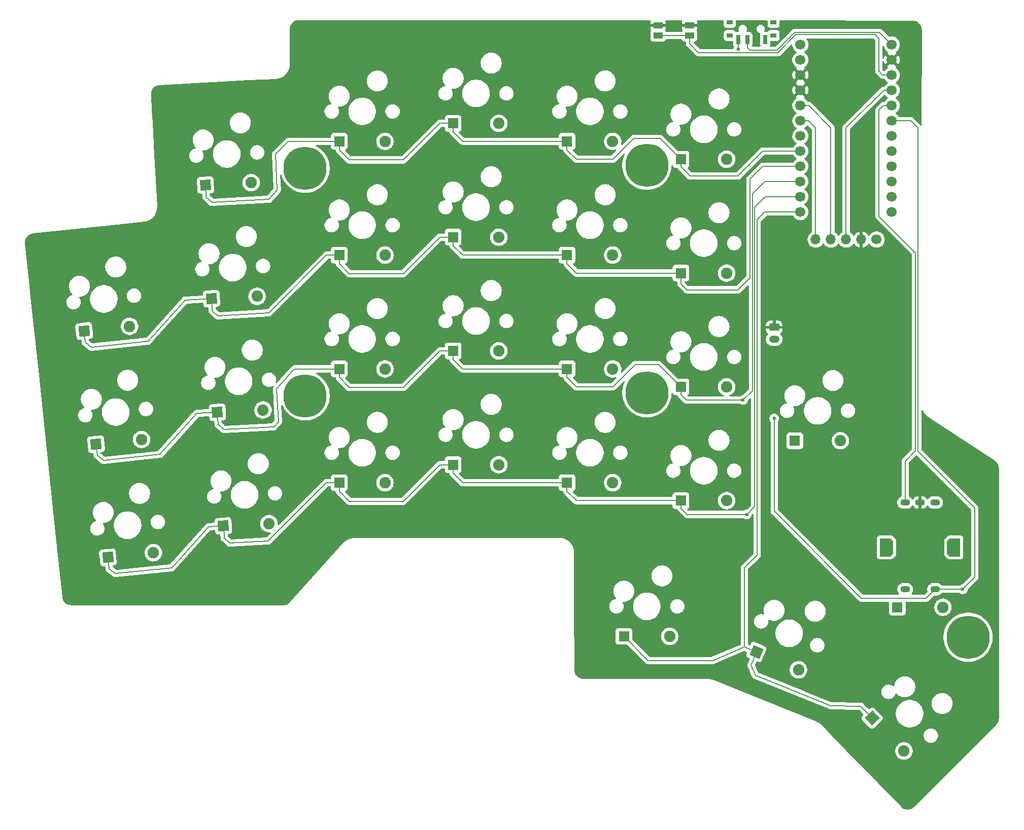
<source format=gbr>
%TF.GenerationSoftware,KiCad,Pcbnew,9.0.0*%
%TF.CreationDate,2025-04-09T21:01:40+02:00*%
%TF.ProjectId,left,6c656674-2e6b-4696-9361-645f70636258,1*%
%TF.SameCoordinates,Original*%
%TF.FileFunction,Copper,L1,Top*%
%TF.FilePolarity,Positive*%
%FSLAX46Y46*%
G04 Gerber Fmt 4.6, Leading zero omitted, Abs format (unit mm)*
G04 Created by KiCad (PCBNEW 9.0.0) date 2025-04-09 21:01:40*
%MOMM*%
%LPD*%
G01*
G04 APERTURE LIST*
G04 Aperture macros list*
%AMRoundRect*
0 Rectangle with rounded corners*
0 $1 Rounding radius*
0 $2 $3 $4 $5 $6 $7 $8 $9 X,Y pos of 4 corners*
0 Add a 4 corners polygon primitive as box body*
4,1,4,$2,$3,$4,$5,$6,$7,$8,$9,$2,$3,0*
0 Add four circle primitives for the rounded corners*
1,1,$1+$1,$2,$3*
1,1,$1+$1,$4,$5*
1,1,$1+$1,$6,$7*
1,1,$1+$1,$8,$9*
0 Add four rect primitives between the rounded corners*
20,1,$1+$1,$2,$3,$4,$5,0*
20,1,$1+$1,$4,$5,$6,$7,0*
20,1,$1+$1,$6,$7,$8,$9,0*
20,1,$1+$1,$8,$9,$2,$3,0*%
%AMRotRect*
0 Rectangle, with rotation*
0 The origin of the aperture is its center*
0 $1 length*
0 $2 width*
0 $3 Rotation angle, in degrees counterclockwise*
0 Add horizontal line*
21,1,$1,$2,0,0,$3*%
%AMOutline5P*
0 Free polygon, 5 corners , with rotation*
0 The origin of the aperture is its center*
0 number of corners: always 5*
0 $1 to $10 corner X, Y*
0 $11 Rotation angle, in degrees counterclockwise*
0 create outline with 5 corners*
4,1,5,$1,$2,$3,$4,$5,$6,$7,$8,$9,$10,$1,$2,$11*%
%AMOutline6P*
0 Free polygon, 6 corners , with rotation*
0 The origin of the aperture is its center*
0 number of corners: always 6*
0 $1 to $12 corner X, Y*
0 $13 Rotation angle, in degrees counterclockwise*
0 create outline with 6 corners*
4,1,6,$1,$2,$3,$4,$5,$6,$7,$8,$9,$10,$11,$12,$1,$2,$13*%
%AMOutline7P*
0 Free polygon, 7 corners , with rotation*
0 The origin of the aperture is its center*
0 number of corners: always 7*
0 $1 to $14 corner X, Y*
0 $15 Rotation angle, in degrees counterclockwise*
0 create outline with 7 corners*
4,1,7,$1,$2,$3,$4,$5,$6,$7,$8,$9,$10,$11,$12,$13,$14,$1,$2,$15*%
%AMOutline8P*
0 Free polygon, 8 corners , with rotation*
0 The origin of the aperture is its center*
0 number of corners: always 8*
0 $1 to $16 corner X, Y*
0 $17 Rotation angle, in degrees counterclockwise*
0 create outline with 8 corners*
4,1,8,$1,$2,$3,$4,$5,$6,$7,$8,$9,$10,$11,$12,$13,$14,$15,$16,$1,$2,$17*%
G04 Aperture macros list end*
%TA.AperFunction,ComponentPad*%
%ADD10Outline6P,-1.500000X0.660000X-1.060000X1.100000X1.060000X1.100000X1.500000X0.660000X1.500000X-1.100000X-1.500000X-1.100000X90.000000*%
%TD*%
%TA.AperFunction,ComponentPad*%
%ADD11Outline6P,-1.500000X1.100000X1.500000X1.100000X1.500000X-0.660000X1.060000X-1.100000X-1.060000X-1.100000X-1.500000X-0.660000X90.000000*%
%TD*%
%TA.AperFunction,ComponentPad*%
%ADD12O,1.600000X1.100000*%
%TD*%
%TA.AperFunction,ComponentPad*%
%ADD13C,7.200000*%
%TD*%
%TA.AperFunction,SMDPad,CuDef*%
%ADD14R,1.550000X1.000000*%
%TD*%
%TA.AperFunction,ComponentPad*%
%ADD15C,1.700000*%
%TD*%
%TA.AperFunction,ComponentPad*%
%ADD16O,1.700000X1.700000*%
%TD*%
%TA.AperFunction,SMDPad,CuDef*%
%ADD17R,1.000000X0.800000*%
%TD*%
%TA.AperFunction,SMDPad,CuDef*%
%ADD18R,0.700000X1.500000*%
%TD*%
%TA.AperFunction,ComponentPad*%
%ADD19R,1.778000X1.778000*%
%TD*%
%TA.AperFunction,ComponentPad*%
%ADD20C,1.905000*%
%TD*%
%TA.AperFunction,ComponentPad*%
%ADD21RotRect,1.778000X1.778000X3.000000*%
%TD*%
%TA.AperFunction,ComponentPad*%
%ADD22RotRect,1.778000X1.778000X314.000000*%
%TD*%
%TA.AperFunction,ComponentPad*%
%ADD23RotRect,1.778000X1.778000X6.000000*%
%TD*%
%TA.AperFunction,ComponentPad*%
%ADD24RoundRect,0.240000X0.635000X-0.360000X0.635000X0.360000X-0.635000X0.360000X-0.635000X-0.360000X0*%
%TD*%
%TA.AperFunction,ComponentPad*%
%ADD25O,1.750000X1.200000*%
%TD*%
%TA.AperFunction,ComponentPad*%
%ADD26RotRect,1.778000X1.778000X337.000000*%
%TD*%
%TA.AperFunction,ViaPad*%
%ADD27C,0.600000*%
%TD*%
%TA.AperFunction,Conductor*%
%ADD28C,0.200000*%
%TD*%
G04 APERTURE END LIST*
D10*
%TO.P,RE1,*%
%TO.N,*%
X271619986Y-162800002D03*
D11*
X260419986Y-162800002D03*
D12*
%TO.P,RE1,A*%
%TO.N,RE_A*%
X263519986Y-155300002D03*
%TO.P,RE1,B*%
%TO.N,GND*%
X266019986Y-155300002D03*
%TO.P,RE1,C*%
%TO.N,RE_C*%
X268519986Y-155300002D03*
%TO.P,RE1,S1*%
%TO.N,col7*%
X268519986Y-169800002D03*
%TO.P,RE1,S2*%
%TO.N,encoder_encoder*%
X263519986Y-169800002D03*
%TD*%
D13*
%TO.P,H3,*%
%TO.N,*%
X220419997Y-99000003D03*
%TD*%
%TO.P,H1,*%
%TO.N,*%
X163419998Y-99500002D03*
%TD*%
D14*
%TO.P,RST1,1*%
%TO.N,GND*%
X227544994Y-75650003D03*
%TO.P,RST1,2*%
%TO.N,RST*%
X227544994Y-77350003D03*
%TO.P,RST1,3*%
%TO.N,GND*%
X222294994Y-75650003D03*
%TO.P,RST1,4*%
%TO.N,RST*%
X222294994Y-77350003D03*
%TD*%
D15*
%TO.P,MCU1,1*%
%TO.N,RAW*%
X261289995Y-78850002D03*
%TO.P,MCU1,2*%
%TO.N,GND*%
X261289995Y-81390002D03*
%TO.P,MCU1,3*%
%TO.N,RST*%
X261289995Y-83930002D03*
%TO.P,MCU1,4*%
%TO.N,VCC*%
X261289993Y-86470002D03*
%TO.P,MCU1,5*%
%TO.N,RE_A*%
X261289995Y-89010002D03*
%TO.P,MCU1,6*%
%TO.N,col7*%
X261289995Y-91550002D03*
%TO.P,MCU1,7*%
%TO.N,col6*%
X261289995Y-94090002D03*
%TO.P,MCU1,8*%
%TO.N,col5*%
X261289994Y-96630002D03*
%TO.P,MCU1,9*%
%TO.N,col4*%
X261289995Y-99170002D03*
%TO.P,MCU1,10*%
%TO.N,col3*%
X261289995Y-101710002D03*
%TO.P,MCU1,11*%
%TO.N,col2*%
X261289995Y-104250002D03*
%TO.P,MCU1,12*%
%TO.N,col1*%
X261289995Y-106789998D03*
%TO.P,MCU1,13*%
%TO.N,row5*%
X246049996Y-106790002D03*
%TO.P,MCU1,14*%
%TO.N,row4*%
X246049995Y-104250002D03*
%TO.P,MCU1,15*%
%TO.N,row3*%
X246049995Y-101710002D03*
%TO.P,MCU1,16*%
%TO.N,row2*%
X246049995Y-99170002D03*
%TO.P,MCU1,17*%
%TO.N,row1*%
X246049997Y-96630002D03*
%TO.P,MCU1,18*%
%TO.N,RE_C*%
X246049995Y-94090002D03*
%TO.P,MCU1,19*%
%TO.N,MOSI*%
X246049995Y-91550002D03*
%TO.P,MCU1,20*%
%TO.N,SCL*%
X246049995Y-89010002D03*
%TO.P,MCU1,21*%
%TO.N,GND*%
X246049996Y-86470002D03*
%TO.P,MCU1,22*%
X246049995Y-83930002D03*
%TO.P,MCU1,23*%
%TO.N,P0*%
X246049995Y-81390002D03*
%TO.P,MCU1,24*%
%TO.N,CS*%
X246049995Y-78850002D03*
%TD*%
D16*
%TO.P,DISP1,1*%
%TO.N,MOSI*%
X248589989Y-111400005D03*
%TO.P,DISP1,2*%
%TO.N,SCL*%
X251129991Y-111400005D03*
%TO.P,DISP1,3*%
%TO.N,VCC*%
X253669991Y-111400005D03*
%TO.P,DISP1,4*%
%TO.N,GND*%
X256209991Y-111400005D03*
D15*
%TO.P,DISP1,5*%
%TO.N,CS*%
X258749992Y-111400005D03*
%TD*%
D13*
%TO.P,H5,*%
%TO.N,*%
X274019994Y-177800002D03*
%TD*%
D17*
%TO.P,PWR1,*%
%TO.N,*%
X234269990Y-77335004D03*
X241569990Y-77335004D03*
X234269990Y-75125004D03*
X241569990Y-75125004D03*
D18*
%TO.P,PWR1,1*%
%TO.N,N/C*%
X240169990Y-77985004D03*
%TO.P,PWR1,2*%
%TO.N,RAW*%
X237169990Y-77985004D03*
%TO.P,PWR1,3*%
%TO.N,BAT_P*%
X235669990Y-77985004D03*
%TD*%
D13*
%TO.P,H4,*%
%TO.N,*%
X220419994Y-136999995D03*
%TD*%
%TO.P,H2,*%
%TO.N,*%
X163419988Y-137500004D03*
%TD*%
D19*
%TO.P,D9,1*%
%TO.N,row3*%
X169110000Y-133000004D03*
D20*
%TO.P,D9,2*%
%TO.N,ring_home*%
X176730000Y-133000004D03*
%TD*%
D19*
%TO.P,D19,1*%
%TO.N,row1*%
X207109994Y-95000008D03*
D20*
%TO.P,D19,2*%
%TO.N,index_num*%
X214729994Y-95000008D03*
%TD*%
D19*
%TO.P,D17,1*%
%TO.N,row3*%
X207109992Y-132999993D03*
D20*
%TO.P,D17,2*%
%TO.N,index_home*%
X214729992Y-132999993D03*
%TD*%
D21*
%TO.P,D4,1*%
%TO.N,row4*%
X149768253Y-159228431D03*
D20*
%TO.P,D4,2*%
%TO.N,pinky_bottom*%
X157377811Y-158829631D03*
%TD*%
D19*
%TO.P,D18,1*%
%TO.N,row2*%
X207109994Y-113999999D03*
D20*
%TO.P,D18,2*%
%TO.N,index_top*%
X214729994Y-113999999D03*
%TD*%
D19*
%TO.P,D21,1*%
%TO.N,row3*%
X226109991Y-136000001D03*
D20*
%TO.P,D21,2*%
%TO.N,inner_home*%
X233729991Y-136000001D03*
%TD*%
D19*
%TO.P,D13,1*%
%TO.N,row3*%
X188109995Y-129999998D03*
D20*
%TO.P,D13,2*%
%TO.N,middle_home*%
X195729995Y-129999998D03*
%TD*%
D19*
%TO.P,D25,1*%
%TO.N,row5*%
X216609991Y-177650000D03*
D20*
%TO.P,D25,2*%
%TO.N,super_cluster*%
X224229991Y-177650000D03*
%TD*%
D19*
%TO.P,D8,1*%
%TO.N,row4*%
X169109989Y-152000000D03*
D20*
%TO.P,D8,2*%
%TO.N,ring_bottom*%
X176729989Y-152000000D03*
%TD*%
D22*
%TO.P,D27,1*%
%TO.N,row5*%
X258030348Y-191304739D03*
D20*
%TO.P,D27,2*%
%TO.N,layer_cluster*%
X263323644Y-196786109D03*
%TD*%
D19*
%TO.P,D14,1*%
%TO.N,row2*%
X188109993Y-111000002D03*
D20*
%TO.P,D14,2*%
%TO.N,middle_top*%
X195729993Y-111000002D03*
%TD*%
D19*
%TO.P,D24,1*%
%TO.N,row3*%
X245109991Y-144999995D03*
D20*
%TO.P,D24,2*%
%TO.N,brackets_home*%
X252729991Y-144999995D03*
%TD*%
D19*
%TO.P,D10,1*%
%TO.N,row2*%
X169109997Y-114000004D03*
D20*
%TO.P,D10,2*%
%TO.N,ring_top*%
X176729997Y-114000004D03*
%TD*%
D19*
%TO.P,D28,1*%
%TO.N,row4*%
X262209989Y-172800004D03*
D20*
%TO.P,D28,2*%
%TO.N,encoder_encoder*%
X269829989Y-172800004D03*
%TD*%
D23*
%TO.P,D1,1*%
%TO.N,row4*%
X130517739Y-164475653D03*
D20*
%TO.P,D1,2*%
%TO.N,stretch_bottom*%
X138095993Y-163679149D03*
%TD*%
D19*
%TO.P,D11,1*%
%TO.N,row1*%
X169109990Y-95000003D03*
D20*
%TO.P,D11,2*%
%TO.N,ring_num*%
X176729990Y-95000003D03*
%TD*%
D19*
%TO.P,D16,1*%
%TO.N,row4*%
X207109991Y-152000008D03*
D20*
%TO.P,D16,2*%
%TO.N,index_bottom*%
X214729991Y-152000008D03*
%TD*%
D21*
%TO.P,D7,1*%
%TO.N,row1*%
X146785100Y-102306546D03*
D20*
%TO.P,D7,2*%
%TO.N,pinky_num*%
X154394658Y-101907746D03*
%TD*%
D24*
%TO.P,JST1,1*%
%TO.N,GND*%
X241669995Y-126050002D03*
D25*
%TO.P,JST1,2*%
%TO.N,BAT_P*%
X241669993Y-128050002D03*
%TD*%
D19*
%TO.P,D15,1*%
%TO.N,row1*%
X188109988Y-92000009D03*
D20*
%TO.P,D15,2*%
%TO.N,middle_num*%
X195729988Y-92000009D03*
%TD*%
D19*
%TO.P,D22,1*%
%TO.N,row2*%
X226109991Y-117000000D03*
D20*
%TO.P,D22,2*%
%TO.N,inner_top*%
X233729991Y-117000000D03*
%TD*%
D19*
%TO.P,D23,1*%
%TO.N,row1*%
X226109993Y-98000003D03*
D20*
%TO.P,D23,2*%
%TO.N,inner_num*%
X233729993Y-98000003D03*
%TD*%
D23*
%TO.P,D3,1*%
%TO.N,row2*%
X126545653Y-126683826D03*
D20*
%TO.P,D3,2*%
%TO.N,stretch_top*%
X134123907Y-125887322D03*
%TD*%
D23*
%TO.P,D2,1*%
%TO.N,row3*%
X128531698Y-145579741D03*
D20*
%TO.P,D2,2*%
%TO.N,stretch_home*%
X136109952Y-144783237D03*
%TD*%
D19*
%TO.P,D20,1*%
%TO.N,row4*%
X226109989Y-155000007D03*
D20*
%TO.P,D20,2*%
%TO.N,inner_bottom*%
X233729989Y-155000007D03*
%TD*%
D26*
%TO.P,D26,1*%
%TO.N,row5*%
X238709214Y-180263844D03*
D20*
%TO.P,D26,2*%
%TO.N,space_cluster*%
X245723460Y-183241218D03*
%TD*%
D21*
%TO.P,D5,1*%
%TO.N,row3*%
X148773869Y-140254467D03*
D20*
%TO.P,D5,2*%
%TO.N,pinky_home*%
X156383427Y-139855667D03*
%TD*%
D19*
%TO.P,D12,1*%
%TO.N,row4*%
X188109993Y-148999999D03*
D20*
%TO.P,D12,2*%
%TO.N,middle_bottom*%
X195729993Y-148999999D03*
%TD*%
D21*
%TO.P,D6,1*%
%TO.N,row2*%
X147779489Y-121280507D03*
D20*
%TO.P,D6,2*%
%TO.N,pinky_top*%
X155389047Y-120881707D03*
%TD*%
D27*
%TO.N,GND*%
X255000000Y-93250000D03*
X255000000Y-89750000D03*
X253000000Y-91750000D03*
X254000000Y-90750000D03*
X255000000Y-94750000D03*
X256000000Y-92250000D03*
%TO.N,col7*%
X241664065Y-141274326D03*
X273138389Y-169800002D03*
%TO.N,row4*%
X237121725Y-157293938D03*
%TO.N,row3*%
X236470725Y-138194939D03*
%TO.N,BAT_P*%
X235664065Y-79594939D03*
%TD*%
D28*
%TO.N,col7*%
X275164065Y-156274326D02*
X275164065Y-167774326D01*
X268519986Y-169800002D02*
X267045662Y-171274326D01*
X261289995Y-91550002D02*
X264439741Y-91550002D01*
X273138389Y-169800002D02*
X268519986Y-169800002D01*
X265664065Y-146774326D02*
X275164065Y-156274326D01*
X275164065Y-167774326D02*
X273138389Y-169800002D01*
X241664065Y-156774326D02*
X241664065Y-141274326D01*
X256164065Y-171274326D02*
X241664065Y-156774326D01*
X267045662Y-171274326D02*
X256164065Y-171274326D01*
X264439741Y-91550002D02*
X265664065Y-92774326D01*
X265664065Y-92774326D02*
X265664065Y-146774326D01*
%TO.N,row4*%
X238423726Y-155991936D02*
X238423726Y-105991938D01*
X207109994Y-152000003D02*
X189679431Y-152000003D01*
X147313677Y-159357069D02*
X141165434Y-166185380D01*
X166941285Y-152000003D02*
X157394548Y-161546741D01*
X188109996Y-149000001D02*
X185889012Y-149000011D01*
X149801980Y-159201060D02*
X149907513Y-161214855D01*
X169109992Y-153430558D02*
X169109993Y-152000000D01*
X226109991Y-155000008D02*
X226109991Y-156282203D01*
X149907513Y-161214855D02*
X150870011Y-162081491D01*
X169109995Y-152000001D02*
X166941285Y-152000003D01*
X149768252Y-159228429D02*
X147313677Y-159357069D01*
X189679431Y-152000003D02*
X188109995Y-150430558D01*
X179784226Y-155104797D02*
X170784225Y-155104797D01*
X185889012Y-149000011D02*
X179784226Y-155104797D01*
X131717477Y-167178402D02*
X141165434Y-166185380D01*
X170784225Y-155104797D02*
X169109992Y-153430558D01*
X226109994Y-155000003D02*
X208679435Y-155000003D01*
X157212342Y-161749101D02*
X157394548Y-161546741D01*
X238423726Y-105991938D02*
X240165662Y-104250003D01*
X226109991Y-156282203D02*
X227121724Y-157293938D01*
X240165662Y-104250003D02*
X246049994Y-104250001D01*
X237121725Y-157293938D02*
X238423726Y-155991936D01*
X188109995Y-150430558D02*
X188109996Y-149000001D01*
X130517738Y-164475655D02*
X130716624Y-166367927D01*
X150870011Y-162081491D02*
X157212342Y-161749101D01*
X208679435Y-155000003D02*
X207109993Y-153430563D01*
X227121724Y-157293938D02*
X237121725Y-157293938D01*
X207109993Y-153430563D02*
X207109994Y-152000003D01*
X130716624Y-166367927D02*
X131717477Y-167178402D01*
%TO.N,row3*%
X222359990Y-132250000D02*
X222000000Y-132250000D01*
X238022726Y-136642938D02*
X238022724Y-103767937D01*
X170784225Y-136104790D02*
X179784225Y-136104789D01*
X128730582Y-147472007D02*
X129731439Y-148282482D01*
X218500000Y-132250000D02*
X222000000Y-132250000D01*
X226109994Y-136000000D02*
X226109993Y-137282204D01*
X207109994Y-133000002D02*
X207109994Y-134430562D01*
X222000000Y-132250000D02*
X222250000Y-132250000D01*
X188109993Y-131430568D02*
X189679432Y-133000001D01*
X158174932Y-142672575D02*
X158955629Y-141805523D01*
X227022726Y-138194939D02*
X236470725Y-138194939D01*
X179784225Y-136104789D02*
X185889014Y-130000001D01*
X236470725Y-138194939D02*
X238022726Y-136642938D01*
X158667780Y-136313060D02*
X161281460Y-133410276D01*
X238022724Y-103767937D02*
X240080661Y-101710004D01*
X149840566Y-143109361D02*
X158174932Y-142672575D01*
X189679432Y-133000001D02*
X207109994Y-133000002D01*
X208679428Y-136000000D02*
X214749999Y-136000001D01*
X214749999Y-136000001D02*
X218500000Y-132250000D01*
X169109991Y-133000004D02*
X169109993Y-134430558D01*
X158955629Y-141805523D02*
X158667780Y-136313060D01*
X226109993Y-137282204D02*
X227022726Y-138194939D01*
X148773864Y-140254474D02*
X145352271Y-140433793D01*
X188109991Y-130000005D02*
X188109993Y-131430568D01*
X169110000Y-133000004D02*
X161691732Y-133000004D01*
X226109991Y-136000001D02*
X222359990Y-132250000D01*
X161691732Y-133000004D02*
X161281460Y-133410276D01*
X145352271Y-140433793D02*
X139179392Y-147289464D01*
X169109993Y-134430558D02*
X170784225Y-136104790D01*
X148772527Y-140228944D02*
X148878062Y-142242732D01*
X240080661Y-101710004D02*
X246049994Y-101710002D01*
X148878062Y-142242732D02*
X149840566Y-143109361D01*
X128531694Y-145579738D02*
X128730582Y-147472007D01*
X129731439Y-148282482D02*
X139179392Y-147289464D01*
X185889014Y-130000001D02*
X188109991Y-130000005D01*
X207109994Y-134430562D02*
X208679428Y-136000000D01*
%TO.N,row2*%
X237621725Y-101293937D02*
X239745662Y-99170001D01*
X148846177Y-124135398D02*
X157333161Y-123638213D01*
X188109997Y-111000007D02*
X185889012Y-110999995D01*
X237621725Y-117793938D02*
X237621725Y-101293937D01*
X226109993Y-118782205D02*
X227121725Y-119793936D01*
X169109999Y-115430563D02*
X169109991Y-114000006D01*
X147779488Y-121280506D02*
X143390877Y-121510498D01*
X226109993Y-116999999D02*
X226109993Y-118782205D01*
X126744540Y-128576093D02*
X127745398Y-129386572D01*
X127745398Y-129386572D02*
X137193348Y-128393549D01*
X147883680Y-123268773D02*
X148846177Y-124135398D01*
X170784224Y-117104793D02*
X169109999Y-115430563D01*
X226109994Y-117000000D02*
X208679431Y-117000002D01*
X239745662Y-99170001D02*
X246049993Y-99170002D01*
X208679431Y-117000002D02*
X207109991Y-115430566D01*
X189679433Y-114000002D02*
X188109989Y-112430563D01*
X188109989Y-112430563D02*
X188109997Y-111000007D01*
X185889012Y-110999995D02*
X179784218Y-117104792D01*
X126545657Y-126683827D02*
X126744540Y-128576093D01*
X166971371Y-113999998D02*
X157333161Y-123638213D01*
X207109991Y-115430566D02*
X207109993Y-114000001D01*
X169109990Y-114000004D02*
X166971371Y-113999998D01*
X147778149Y-121254978D02*
X147883680Y-123268773D01*
X207109993Y-114000001D02*
X189679433Y-114000002D01*
X227121725Y-119793936D02*
X235621724Y-119793935D01*
X235621724Y-119793935D02*
X237621725Y-117793938D01*
X143390877Y-121510498D02*
X137193348Y-128393549D01*
X179784218Y-117104792D02*
X170784224Y-117104793D01*
%TO.N,row1*%
X179784219Y-98104793D02*
X170784219Y-98104791D01*
X222609990Y-94500000D02*
X218250000Y-94500000D01*
X185889013Y-92000002D02*
X179784219Y-98104793D01*
X146785097Y-102306547D02*
X146890641Y-104320340D01*
X157340115Y-104689775D02*
X158759551Y-103113326D01*
X239785659Y-96630002D02*
X235621726Y-100793934D01*
X226109993Y-97609993D02*
X226109993Y-98000003D01*
X246049996Y-96630005D02*
X239785659Y-96630002D01*
X158759551Y-103113326D02*
X158447272Y-97154717D01*
X227621728Y-100793940D02*
X226109993Y-99282203D01*
X170784219Y-98104791D02*
X169109995Y-96430557D01*
X226109993Y-99282203D02*
X226109991Y-98000004D01*
X169109994Y-95000003D02*
X160601989Y-95000001D01*
X188109996Y-93430565D02*
X188109990Y-92000003D01*
X147853133Y-105186971D02*
X157340115Y-104689775D01*
X208679431Y-98000003D02*
X207109993Y-96430562D01*
X207109993Y-96430562D02*
X207109995Y-95000004D01*
X160601989Y-95000001D02*
X158447272Y-97154717D01*
X207109995Y-95000004D02*
X189679435Y-95000000D01*
X235621726Y-100793934D02*
X227621728Y-100793940D01*
X188109990Y-92000003D02*
X185889013Y-92000002D01*
X218250000Y-94500000D02*
X214749995Y-98000005D01*
X146890641Y-104320340D02*
X147853133Y-105186971D01*
X169109995Y-96430557D02*
X169109993Y-95000004D01*
X189679435Y-95000000D02*
X188109996Y-93430565D01*
X214749995Y-98000005D02*
X208679431Y-98000003D01*
X226109993Y-98000003D02*
X222609990Y-94500000D01*
%TO.N,row5*%
X238709212Y-180263843D02*
X236696806Y-179450782D01*
X246049993Y-106790002D02*
X240125660Y-106790002D01*
X236696806Y-166218856D02*
X236696806Y-179450782D01*
X231424430Y-181688765D02*
X220648752Y-181688769D01*
X258030352Y-191304741D02*
X256127155Y-189333936D01*
X238824725Y-108090939D02*
X238824725Y-164090938D01*
X238824725Y-164090938D02*
X236696806Y-166218856D01*
X256127155Y-189333936D02*
X251108355Y-189246327D01*
X237822159Y-182459399D02*
X238709215Y-180263848D01*
X236696806Y-179450782D02*
X231424430Y-181688765D01*
X238549143Y-184172084D02*
X237822159Y-182459399D01*
X240125660Y-106790002D02*
X238824725Y-108090939D01*
X251108355Y-189246327D02*
X238549143Y-184172084D01*
X220648752Y-181688769D02*
X216609982Y-177650002D01*
%TO.N,RAW*%
X237621726Y-79793937D02*
X242121724Y-79793937D01*
X259233929Y-76793937D02*
X261289995Y-78850001D01*
X237169991Y-79342204D02*
X237621726Y-79793937D01*
X237169993Y-77985002D02*
X237169991Y-79342204D01*
X242121724Y-79793937D02*
X245121725Y-76793936D01*
X245121725Y-76793936D02*
X259233929Y-76793937D01*
%TO.N,RST*%
X222294995Y-77350005D02*
X227544995Y-77350006D01*
X261289992Y-83930003D02*
X259757789Y-83930003D01*
X259121724Y-83293936D02*
X259121727Y-77793937D01*
X227544994Y-78717206D02*
X227544995Y-77350006D01*
X259757789Y-83930003D02*
X259121724Y-83293936D01*
X259121727Y-77793937D02*
X258522725Y-77194937D01*
X229022726Y-80194939D02*
X227544994Y-78717206D01*
X258522725Y-77194937D02*
X245287826Y-77194937D01*
X242287824Y-80194939D02*
X229022726Y-80194939D01*
X245287826Y-77194937D02*
X242287824Y-80194939D01*
%TO.N,VCC*%
X259945660Y-86470001D02*
X261289990Y-86470002D01*
X253669991Y-111400003D02*
X253669993Y-92745670D01*
X253669993Y-92745670D02*
X259945660Y-86470001D01*
%TO.N,RE_A*%
X263519986Y-148418405D02*
X263519986Y-155300002D01*
X259164065Y-89774326D02*
X259164065Y-107524326D01*
X265263065Y-146675326D02*
X263519986Y-148418405D01*
X265263065Y-113623326D02*
X265263065Y-146675326D01*
X261289995Y-89010002D02*
X259928389Y-89010002D01*
X259164065Y-107524326D02*
X265263065Y-113623326D01*
X259928389Y-89010002D02*
X259164065Y-89774326D01*
%TO.N,SCL*%
X246049995Y-89010001D02*
X247443893Y-89010002D01*
X247443893Y-89010002D02*
X251129992Y-92696101D01*
X251129992Y-92696101D02*
X251129993Y-111400005D01*
%TO.N,MOSI*%
X248589990Y-111400005D02*
X248589991Y-92762203D01*
X247377790Y-91550002D02*
X246049994Y-91550002D01*
X248589991Y-92762203D02*
X247377790Y-91550002D01*
%TO.N,BAT_P*%
X235664065Y-77990929D02*
X235669990Y-77985004D01*
X235664065Y-79594939D02*
X235664065Y-77990929D01*
%TD*%
%TA.AperFunction,Conductor*%
%TO.N,GND*%
G36*
X162396085Y-74752065D02*
G01*
X162396096Y-74752062D01*
X220939866Y-74796049D01*
X221006888Y-74815783D01*
X221052603Y-74868621D01*
X221062495Y-74937787D01*
X221055952Y-74963380D01*
X221026397Y-75042620D01*
X221026395Y-75042630D01*
X221019994Y-75102158D01*
X221019994Y-75400003D01*
X223569994Y-75400003D01*
X223569994Y-75102175D01*
X223569993Y-75102158D01*
X223563592Y-75042630D01*
X223563589Y-75042619D01*
X223534795Y-74965419D01*
X223529810Y-74895728D01*
X223563294Y-74834404D01*
X223624617Y-74800919D01*
X223651058Y-74798086D01*
X226188394Y-74799992D01*
X226255417Y-74819727D01*
X226301132Y-74872565D01*
X226311024Y-74941731D01*
X226304481Y-74967324D01*
X226276397Y-75042619D01*
X226276395Y-75042630D01*
X226269994Y-75102158D01*
X226269994Y-75400003D01*
X228819994Y-75400003D01*
X228819994Y-75102175D01*
X228819993Y-75102158D01*
X228813592Y-75042630D01*
X228813591Y-75042626D01*
X228786266Y-74969365D01*
X228781282Y-74899674D01*
X228814766Y-74838350D01*
X228876089Y-74804865D01*
X228902532Y-74802031D01*
X233145586Y-74805219D01*
X233212608Y-74824954D01*
X233258323Y-74877792D01*
X233269490Y-74929219D01*
X233269490Y-75572874D01*
X233269491Y-75572880D01*
X233275898Y-75632487D01*
X233326192Y-75767332D01*
X233326196Y-75767339D01*
X233412442Y-75882548D01*
X233412445Y-75882551D01*
X233527654Y-75968797D01*
X233527661Y-75968801D01*
X233662507Y-76019095D01*
X233662506Y-76019095D01*
X233669434Y-76019839D01*
X233722117Y-76025504D01*
X234817862Y-76025503D01*
X234877473Y-76019095D01*
X235012321Y-75968800D01*
X235127536Y-75882550D01*
X235213786Y-75767335D01*
X235264081Y-75632487D01*
X235270490Y-75572877D01*
X235270489Y-74930908D01*
X235290173Y-74863870D01*
X235342977Y-74818115D01*
X235394580Y-74806909D01*
X240445586Y-74810704D01*
X240512608Y-74830439D01*
X240558323Y-74883277D01*
X240569490Y-74934704D01*
X240569490Y-75572874D01*
X240569491Y-75572880D01*
X240575898Y-75632487D01*
X240626192Y-75767332D01*
X240626196Y-75767339D01*
X240712442Y-75882548D01*
X240712445Y-75882551D01*
X240827654Y-75968797D01*
X240827661Y-75968801D01*
X240962507Y-76019095D01*
X240962506Y-76019095D01*
X240969434Y-76019839D01*
X241022117Y-76025504D01*
X242117862Y-76025503D01*
X242177473Y-76019095D01*
X242312321Y-75968800D01*
X242427536Y-75882550D01*
X242513786Y-75767335D01*
X242564081Y-75632487D01*
X242570490Y-75572877D01*
X242570489Y-74936393D01*
X242590173Y-74869355D01*
X242642977Y-74823600D01*
X242694580Y-74812394D01*
X264772590Y-74828983D01*
X264790948Y-74828997D01*
X264799758Y-74829319D01*
X264999853Y-74843782D01*
X265017342Y-74846309D01*
X265209006Y-74888147D01*
X265225963Y-74893139D01*
X265355973Y-74941731D01*
X265409709Y-74961815D01*
X265425794Y-74969173D01*
X265597904Y-75063296D01*
X265612776Y-75072867D01*
X265769738Y-75190517D01*
X265783099Y-75202108D01*
X265921729Y-75340898D01*
X265933304Y-75354272D01*
X266050772Y-75511368D01*
X266060327Y-75526253D01*
X266154249Y-75698465D01*
X266161589Y-75714558D01*
X266203043Y-75825860D01*
X266224157Y-75882550D01*
X266230053Y-75898379D01*
X266235029Y-75915352D01*
X266276644Y-76107053D01*
X266279153Y-76124561D01*
X266293415Y-76325086D01*
X266293727Y-76333915D01*
X266287669Y-92249379D01*
X266267959Y-92316411D01*
X266215138Y-92362146D01*
X266145975Y-92372063D01*
X266082431Y-92343014D01*
X266075988Y-92337013D01*
X264927331Y-91188357D01*
X264927329Y-91188354D01*
X264808458Y-91069483D01*
X264808450Y-91069477D01*
X264694218Y-91003526D01*
X264694218Y-91003525D01*
X264694213Y-91003524D01*
X264686296Y-90998953D01*
X264671527Y-90990425D01*
X264633344Y-90980194D01*
X264518798Y-90949501D01*
X264360684Y-90949501D01*
X264353088Y-90949501D01*
X264353072Y-90949502D01*
X262575714Y-90949502D01*
X262508675Y-90929817D01*
X262465230Y-90881797D01*
X262445047Y-90842187D01*
X262445046Y-90842186D01*
X262320104Y-90670215D01*
X262169781Y-90519892D01*
X261997815Y-90394953D01*
X261997110Y-90394593D01*
X261989049Y-90390487D01*
X261938254Y-90342514D01*
X261921458Y-90274694D01*
X261943994Y-90208558D01*
X261989049Y-90169517D01*
X261997811Y-90165053D01*
X262019784Y-90149088D01*
X262169781Y-90040111D01*
X262169783Y-90040108D01*
X262169787Y-90040106D01*
X262320099Y-89889794D01*
X262320101Y-89889790D01*
X262320104Y-89889788D01*
X262445043Y-89717822D01*
X262445042Y-89717822D01*
X262445046Y-89717818D01*
X262541552Y-89528414D01*
X262607241Y-89326245D01*
X262640495Y-89116289D01*
X262640495Y-88903715D01*
X262607241Y-88693759D01*
X262541552Y-88491590D01*
X262445046Y-88302186D01*
X262445044Y-88302183D01*
X262445043Y-88302181D01*
X262320104Y-88130215D01*
X262169781Y-87979892D01*
X261997812Y-87854951D01*
X261989047Y-87850485D01*
X261938252Y-87802510D01*
X261921457Y-87734689D01*
X261943995Y-87668554D01*
X261989051Y-87629515D01*
X261997809Y-87625053D01*
X262052565Y-87585271D01*
X262169779Y-87500111D01*
X262169781Y-87500108D01*
X262169785Y-87500106D01*
X262320097Y-87349794D01*
X262320099Y-87349790D01*
X262320102Y-87349788D01*
X262445041Y-87177822D01*
X262445040Y-87177822D01*
X262445044Y-87177818D01*
X262541550Y-86988414D01*
X262607239Y-86786245D01*
X262640493Y-86576289D01*
X262640493Y-86363715D01*
X262607239Y-86153759D01*
X262541550Y-85951590D01*
X262445044Y-85762186D01*
X262445042Y-85762183D01*
X262445041Y-85762181D01*
X262320102Y-85590215D01*
X262169779Y-85439892D01*
X261997810Y-85314951D01*
X261989047Y-85310486D01*
X261938251Y-85262511D01*
X261921457Y-85194690D01*
X261943995Y-85128555D01*
X261989051Y-85089516D01*
X261997811Y-85085053D01*
X261997813Y-85085051D01*
X261997816Y-85085050D01*
X262169781Y-84960111D01*
X262169783Y-84960108D01*
X262169787Y-84960106D01*
X262320099Y-84809794D01*
X262320101Y-84809790D01*
X262320104Y-84809788D01*
X262445043Y-84637822D01*
X262445042Y-84637822D01*
X262445046Y-84637818D01*
X262541552Y-84448414D01*
X262607241Y-84246245D01*
X262640495Y-84036289D01*
X262640495Y-83823715D01*
X262607241Y-83613759D01*
X262541552Y-83411590D01*
X262445046Y-83222186D01*
X262445044Y-83222183D01*
X262445043Y-83222181D01*
X262320104Y-83050215D01*
X262169781Y-82899892D01*
X261997812Y-82774951D01*
X261988499Y-82770206D01*
X261937702Y-82722232D01*
X261920907Y-82654411D01*
X261943444Y-82588276D01*
X261988502Y-82549234D01*
X261997550Y-82544624D01*
X262051711Y-82505272D01*
X262051712Y-82505272D01*
X261419403Y-81872964D01*
X261482988Y-81855927D01*
X261597002Y-81790101D01*
X261690094Y-81697009D01*
X261755920Y-81582995D01*
X261772957Y-81519410D01*
X262405265Y-82151719D01*
X262405265Y-82151718D01*
X262444617Y-82097556D01*
X262541090Y-81908219D01*
X262606752Y-81706132D01*
X262606752Y-81706129D01*
X262639995Y-81496248D01*
X262639995Y-81283755D01*
X262606752Y-81073874D01*
X262606752Y-81073871D01*
X262541090Y-80871784D01*
X262444619Y-80682451D01*
X262405265Y-80628284D01*
X262405264Y-80628284D01*
X261772957Y-81260592D01*
X261755920Y-81197009D01*
X261690094Y-81082995D01*
X261597002Y-80989903D01*
X261482988Y-80924077D01*
X261419404Y-80907039D01*
X262051711Y-80274730D01*
X261997542Y-80235375D01*
X261997542Y-80235374D01*
X261988495Y-80230765D01*
X261937701Y-80182790D01*
X261920907Y-80114968D01*
X261943446Y-80048834D01*
X261988503Y-80009795D01*
X261997811Y-80005053D01*
X262077002Y-79947517D01*
X262169781Y-79880111D01*
X262169783Y-79880108D01*
X262169787Y-79880106D01*
X262320099Y-79729794D01*
X262320101Y-79729790D01*
X262320104Y-79729788D01*
X262433296Y-79573990D01*
X262445046Y-79557818D01*
X262541552Y-79368414D01*
X262607241Y-79166245D01*
X262640495Y-78956289D01*
X262640495Y-78743715D01*
X262607241Y-78533759D01*
X262541552Y-78331590D01*
X262445046Y-78142186D01*
X262445044Y-78142183D01*
X262445043Y-78142181D01*
X262320104Y-77970215D01*
X262169781Y-77819892D01*
X261997815Y-77694953D01*
X261808409Y-77598446D01*
X261808408Y-77598445D01*
X261808407Y-77598445D01*
X261606238Y-77532756D01*
X261606236Y-77532755D01*
X261606235Y-77532755D01*
X261444952Y-77507210D01*
X261396282Y-77499502D01*
X261183708Y-77499502D01*
X261155001Y-77504048D01*
X260973752Y-77532755D01*
X260931468Y-77546494D01*
X260861627Y-77548488D01*
X260805471Y-77516243D01*
X259602646Y-76313418D01*
X259602638Y-76313412D01*
X259465719Y-76234363D01*
X259465714Y-76234360D01*
X259414804Y-76220718D01*
X259312986Y-76193436D01*
X259156603Y-76193436D01*
X245200782Y-76193436D01*
X245042668Y-76193436D01*
X244889939Y-76234359D01*
X244848453Y-76258312D01*
X244848452Y-76258312D01*
X244753012Y-76313413D01*
X244753007Y-76313417D01*
X244674336Y-76392089D01*
X244641205Y-76425220D01*
X244641203Y-76425222D01*
X243262345Y-77804081D01*
X241909308Y-79157118D01*
X241847985Y-79190603D01*
X241821627Y-79193437D01*
X241049734Y-79193437D01*
X240982695Y-79173752D01*
X240936940Y-79120948D01*
X240926996Y-79051790D01*
X240950466Y-78995127D01*
X240963786Y-78977335D01*
X241014081Y-78842487D01*
X241020490Y-78782877D01*
X241020489Y-78359502D01*
X241040173Y-78292464D01*
X241092977Y-78246709D01*
X241144484Y-78235503D01*
X242117862Y-78235503D01*
X242177473Y-78229095D01*
X242312321Y-78178800D01*
X242427536Y-78092550D01*
X242513786Y-77977335D01*
X242564081Y-77842487D01*
X242570490Y-77782877D01*
X242570489Y-76887132D01*
X242564081Y-76827521D01*
X242554611Y-76802131D01*
X242513787Y-76692675D01*
X242513783Y-76692668D01*
X242427537Y-76577459D01*
X242427534Y-76577456D01*
X242312325Y-76491210D01*
X242312318Y-76491206D01*
X242177472Y-76440912D01*
X242177473Y-76440912D01*
X242117873Y-76434505D01*
X242117871Y-76434504D01*
X242117863Y-76434504D01*
X242117854Y-76434504D01*
X241022119Y-76434504D01*
X241022113Y-76434505D01*
X240962506Y-76440912D01*
X240827661Y-76491206D01*
X240827654Y-76491210D01*
X240712446Y-76577456D01*
X240712445Y-76577457D01*
X240712444Y-76577458D01*
X240632077Y-76684815D01*
X240576143Y-76726686D01*
X240532810Y-76734504D01*
X240152670Y-76734504D01*
X240085631Y-76714819D01*
X240039876Y-76662015D01*
X240029932Y-76592857D01*
X240039728Y-76562980D01*
X240038434Y-76562444D01*
X240091427Y-76434505D01*
X240093570Y-76429332D01*
X240116627Y-76313417D01*
X240120490Y-76293999D01*
X240120490Y-76156008D01*
X240093571Y-76020681D01*
X240093570Y-76020677D01*
X240093570Y-76020676D01*
X240072083Y-75968801D01*
X240040768Y-75893199D01*
X240040761Y-75893186D01*
X239964104Y-75778462D01*
X239964101Y-75778458D01*
X239866535Y-75680892D01*
X239866531Y-75680889D01*
X239751807Y-75604232D01*
X239751794Y-75604225D01*
X239624322Y-75551425D01*
X239624312Y-75551422D01*
X239488985Y-75524504D01*
X239488983Y-75524504D01*
X239350997Y-75524504D01*
X239350995Y-75524504D01*
X239215667Y-75551422D01*
X239215657Y-75551425D01*
X239088185Y-75604225D01*
X239088172Y-75604232D01*
X238973448Y-75680889D01*
X238973444Y-75680892D01*
X238875878Y-75778458D01*
X238875875Y-75778462D01*
X238799218Y-75893186D01*
X238799211Y-75893199D01*
X238746411Y-76020671D01*
X238746408Y-76020681D01*
X238719490Y-76156008D01*
X238719490Y-76156009D01*
X238719490Y-76156011D01*
X238719490Y-76293997D01*
X238719490Y-76293999D01*
X238719489Y-76293999D01*
X238746408Y-76429326D01*
X238746411Y-76429336D01*
X238799211Y-76556808D01*
X238799218Y-76556821D01*
X238875875Y-76671545D01*
X238875878Y-76671549D01*
X238973444Y-76769115D01*
X238973448Y-76769118D01*
X239088172Y-76845775D01*
X239088185Y-76845782D01*
X239164654Y-76877456D01*
X239215662Y-76898584D01*
X239254866Y-76906382D01*
X239316775Y-76938766D01*
X239351349Y-76999482D01*
X239347610Y-77069251D01*
X239346856Y-77071331D01*
X239325898Y-77127523D01*
X239319491Y-77187120D01*
X239319491Y-77187127D01*
X239319490Y-77187139D01*
X239319490Y-78782874D01*
X239319491Y-78782880D01*
X239325898Y-78842487D01*
X239376192Y-78977331D01*
X239376193Y-78977332D01*
X239376194Y-78977335D01*
X239389513Y-78995127D01*
X239413930Y-79060588D01*
X239399079Y-79128862D01*
X239349675Y-79178268D01*
X239290246Y-79193437D01*
X238049735Y-79193437D01*
X237982696Y-79173752D01*
X237936941Y-79120948D01*
X237926997Y-79051790D01*
X237950468Y-78995127D01*
X237963783Y-78977339D01*
X237963782Y-78977339D01*
X237963786Y-78977335D01*
X238014081Y-78842487D01*
X238020490Y-78782877D01*
X238020489Y-77187132D01*
X238014081Y-77127521D01*
X237963786Y-76992673D01*
X237963785Y-76992672D01*
X237963783Y-76992668D01*
X237877537Y-76877459D01*
X237877534Y-76877456D01*
X237762325Y-76791210D01*
X237762318Y-76791206D01*
X237627472Y-76740912D01*
X237627473Y-76740912D01*
X237567873Y-76734505D01*
X237567871Y-76734504D01*
X237567863Y-76734504D01*
X237567855Y-76734504D01*
X237152671Y-76734504D01*
X237085632Y-76714819D01*
X237039877Y-76662015D01*
X237029933Y-76592857D01*
X237039720Y-76562977D01*
X237038434Y-76562445D01*
X237089085Y-76440160D01*
X237093570Y-76429333D01*
X237102379Y-76385046D01*
X237120490Y-76294000D01*
X237120490Y-76156009D01*
X237093571Y-76020682D01*
X237093570Y-76020681D01*
X237093570Y-76020677D01*
X237092915Y-76019095D01*
X237040768Y-75893200D01*
X237040761Y-75893187D01*
X236964104Y-75778463D01*
X236964101Y-75778459D01*
X236866535Y-75680893D01*
X236866531Y-75680890D01*
X236751807Y-75604233D01*
X236751794Y-75604226D01*
X236624322Y-75551426D01*
X236624312Y-75551423D01*
X236488985Y-75524505D01*
X236488983Y-75524505D01*
X236350997Y-75524505D01*
X236350995Y-75524505D01*
X236215667Y-75551423D01*
X236215657Y-75551426D01*
X236088185Y-75604226D01*
X236088172Y-75604233D01*
X235973448Y-75680890D01*
X235973444Y-75680893D01*
X235875878Y-75778459D01*
X235875875Y-75778463D01*
X235799218Y-75893187D01*
X235799211Y-75893200D01*
X235746411Y-76020672D01*
X235746408Y-76020682D01*
X235719490Y-76156009D01*
X235719490Y-76156011D01*
X235719490Y-76156012D01*
X235719490Y-76293998D01*
X235719490Y-76294000D01*
X235719489Y-76294000D01*
X235746408Y-76429327D01*
X235746411Y-76429337D01*
X235801546Y-76562445D01*
X235799059Y-76563474D01*
X235810903Y-76620525D01*
X235785866Y-76685754D01*
X235729537Y-76727092D01*
X235687309Y-76734504D01*
X235307171Y-76734504D01*
X235240132Y-76714819D01*
X235207905Y-76684816D01*
X235150151Y-76607668D01*
X235127536Y-76577458D01*
X235127534Y-76577457D01*
X235127534Y-76577456D01*
X235012325Y-76491210D01*
X235012318Y-76491206D01*
X234877472Y-76440912D01*
X234877473Y-76440912D01*
X234817873Y-76434505D01*
X234817871Y-76434504D01*
X234817863Y-76434504D01*
X234817854Y-76434504D01*
X233722119Y-76434504D01*
X233722113Y-76434505D01*
X233662506Y-76440912D01*
X233527661Y-76491206D01*
X233527654Y-76491210D01*
X233412445Y-76577456D01*
X233412442Y-76577459D01*
X233326196Y-76692668D01*
X233326192Y-76692675D01*
X233275898Y-76827521D01*
X233270530Y-76877456D01*
X233269491Y-76887127D01*
X233269490Y-76887139D01*
X233269490Y-77782874D01*
X233269491Y-77782880D01*
X233275898Y-77842487D01*
X233326192Y-77977332D01*
X233326196Y-77977339D01*
X233412442Y-78092548D01*
X233412445Y-78092551D01*
X233527654Y-78178797D01*
X233527661Y-78178801D01*
X233662507Y-78229095D01*
X233662506Y-78229095D01*
X233669434Y-78229839D01*
X233722117Y-78235504D01*
X234695490Y-78235503D01*
X234762529Y-78255187D01*
X234808284Y-78307991D01*
X234819490Y-78359503D01*
X234819490Y-78782874D01*
X234819491Y-78782880D01*
X234825898Y-78842487D01*
X234876192Y-78977332D01*
X234876196Y-78977339D01*
X234949251Y-79074927D01*
X234973669Y-79140391D01*
X234958818Y-79208664D01*
X234955797Y-79213654D01*
X234954667Y-79215767D01*
X234894329Y-79361437D01*
X234894326Y-79361447D01*
X234867834Y-79494631D01*
X234835449Y-79556542D01*
X234774733Y-79591116D01*
X234746217Y-79594439D01*
X229322823Y-79594439D01*
X229255784Y-79574754D01*
X229235142Y-79558120D01*
X228239206Y-78562183D01*
X228205721Y-78500860D01*
X228210705Y-78431168D01*
X228252577Y-78375235D01*
X228318041Y-78350818D01*
X228326887Y-78350502D01*
X228367865Y-78350502D01*
X228367866Y-78350502D01*
X228427477Y-78344094D01*
X228562325Y-78293799D01*
X228677540Y-78207549D01*
X228763790Y-78092334D01*
X228814085Y-77957486D01*
X228820494Y-77897876D01*
X228820493Y-76802131D01*
X228814085Y-76742520D01*
X228813485Y-76740912D01*
X228763791Y-76607675D01*
X228763790Y-76607672D01*
X228738503Y-76573894D01*
X228714088Y-76508433D01*
X228728939Y-76440160D01*
X228738506Y-76425274D01*
X228763345Y-76392093D01*
X228813591Y-76257379D01*
X228813592Y-76257375D01*
X228819993Y-76197847D01*
X228819994Y-76197830D01*
X228819994Y-75900003D01*
X226269994Y-75900003D01*
X226269994Y-76197847D01*
X226276395Y-76257375D01*
X226276397Y-76257382D01*
X226326639Y-76392089D01*
X226326640Y-76392091D01*
X226351482Y-76425276D01*
X226375898Y-76490741D01*
X226362395Y-76556473D01*
X226357659Y-76565644D01*
X226326198Y-76607672D01*
X226300791Y-76675789D01*
X226297383Y-76682392D01*
X226278179Y-76702507D01*
X226261513Y-76724772D01*
X226254388Y-76727429D01*
X226249137Y-76732930D01*
X226222103Y-76739470D01*
X226196048Y-76749189D01*
X226187202Y-76749505D01*
X223652786Y-76749505D01*
X223585747Y-76729820D01*
X223539992Y-76677016D01*
X223536604Y-76668838D01*
X223513791Y-76607676D01*
X223513791Y-76607675D01*
X223513790Y-76607672D01*
X223488503Y-76573894D01*
X223464088Y-76508433D01*
X223478939Y-76440160D01*
X223488506Y-76425274D01*
X223513345Y-76392093D01*
X223563591Y-76257379D01*
X223563592Y-76257375D01*
X223569993Y-76197847D01*
X223569994Y-76197830D01*
X223569994Y-75900003D01*
X221019994Y-75900003D01*
X221019994Y-76197847D01*
X221026395Y-76257375D01*
X221026397Y-76257382D01*
X221076639Y-76392089D01*
X221076640Y-76392091D01*
X221101482Y-76425276D01*
X221125898Y-76490741D01*
X221111046Y-76559014D01*
X221101482Y-76573895D01*
X221076199Y-76607668D01*
X221076196Y-76607674D01*
X221025902Y-76742520D01*
X221023043Y-76769118D01*
X221019495Y-76802126D01*
X221019494Y-76802138D01*
X221019494Y-77897873D01*
X221019495Y-77897879D01*
X221025902Y-77957486D01*
X221076196Y-78092331D01*
X221076200Y-78092338D01*
X221162446Y-78207547D01*
X221162449Y-78207550D01*
X221277658Y-78293796D01*
X221277665Y-78293800D01*
X221412511Y-78344094D01*
X221412510Y-78344094D01*
X221419438Y-78344838D01*
X221472121Y-78350503D01*
X223117866Y-78350502D01*
X223177477Y-78344094D01*
X223312325Y-78293799D01*
X223427540Y-78207549D01*
X223513790Y-78092334D01*
X223536602Y-78031172D01*
X223578473Y-77975239D01*
X223643937Y-77950821D01*
X223652784Y-77950505D01*
X226187204Y-77950505D01*
X226254243Y-77970190D01*
X226299998Y-78022994D01*
X226303386Y-78031172D01*
X226326196Y-78092331D01*
X226326200Y-78092338D01*
X226412446Y-78207547D01*
X226412449Y-78207550D01*
X226527658Y-78293796D01*
X226527665Y-78293800D01*
X226565714Y-78307991D01*
X226662511Y-78344094D01*
X226722121Y-78350503D01*
X226820494Y-78350502D01*
X226829179Y-78353052D01*
X226838141Y-78351764D01*
X226862179Y-78362741D01*
X226887532Y-78370186D01*
X226893460Y-78377027D01*
X226901697Y-78380789D01*
X226915983Y-78403019D01*
X226933288Y-78422989D01*
X226935575Y-78433505D01*
X226939471Y-78439567D01*
X226944494Y-78474502D01*
X226944494Y-78632013D01*
X226944493Y-78632035D01*
X226944493Y-78796265D01*
X226968416Y-78885542D01*
X226968416Y-78885544D01*
X226968417Y-78885544D01*
X226985417Y-78948991D01*
X226985420Y-78948996D01*
X227064469Y-79085915D01*
X227064475Y-79085923D01*
X227183343Y-79204791D01*
X227183349Y-79204796D01*
X228537865Y-80559313D01*
X228537875Y-80559324D01*
X228542205Y-80563654D01*
X228542206Y-80563655D01*
X228654010Y-80675459D01*
X228654012Y-80675460D01*
X228654016Y-80675463D01*
X228790935Y-80754512D01*
X228790942Y-80754516D01*
X228902745Y-80784473D01*
X228943668Y-80795439D01*
X228943669Y-80795439D01*
X242201155Y-80795439D01*
X242201171Y-80795440D01*
X242208767Y-80795440D01*
X242366878Y-80795440D01*
X242366881Y-80795440D01*
X242519609Y-80754516D01*
X242569728Y-80725578D01*
X242656540Y-80675459D01*
X242768344Y-80563655D01*
X242768344Y-80563653D01*
X242778552Y-80553446D01*
X242778553Y-80553443D01*
X244487815Y-78844181D01*
X244549137Y-78810698D01*
X244618829Y-78815682D01*
X244674762Y-78857554D01*
X244699179Y-78923018D01*
X244699495Y-78931864D01*
X244699495Y-78956288D01*
X244727905Y-79135665D01*
X244732749Y-79166245D01*
X244796174Y-79361447D01*
X244798439Y-79368416D01*
X244894946Y-79557822D01*
X245019885Y-79729788D01*
X245170208Y-79880111D01*
X245342177Y-80005052D01*
X245350941Y-80009518D01*
X245401737Y-80057493D01*
X245418531Y-80125314D01*
X245395993Y-80191449D01*
X245350941Y-80230486D01*
X245342177Y-80234951D01*
X245170208Y-80359892D01*
X245019885Y-80510215D01*
X244894946Y-80682181D01*
X244798439Y-80871587D01*
X244732748Y-81073762D01*
X244699495Y-81283715D01*
X244699495Y-81496288D01*
X244732730Y-81706129D01*
X244732749Y-81706245D01*
X244763788Y-81801774D01*
X244798439Y-81908416D01*
X244894946Y-82097822D01*
X245019885Y-82269788D01*
X245170208Y-82420111D01*
X245342174Y-82545050D01*
X245342176Y-82545051D01*
X245342179Y-82545053D01*
X245351488Y-82549796D01*
X245402285Y-82597768D01*
X245419082Y-82665589D01*
X245396547Y-82731724D01*
X245351500Y-82770762D01*
X245342441Y-82775378D01*
X245342435Y-82775382D01*
X245288277Y-82814729D01*
X245288277Y-82814730D01*
X245920586Y-83447039D01*
X245857002Y-83464077D01*
X245742988Y-83529903D01*
X245649896Y-83622995D01*
X245584070Y-83737009D01*
X245567032Y-83800593D01*
X244934723Y-83168284D01*
X244934722Y-83168284D01*
X244895375Y-83222441D01*
X244798899Y-83411784D01*
X244733237Y-83613871D01*
X244733237Y-83613874D01*
X244699995Y-83823755D01*
X244699995Y-84036248D01*
X244733237Y-84246129D01*
X244733237Y-84246132D01*
X244798899Y-84448219D01*
X244895370Y-84637552D01*
X244934723Y-84691718D01*
X245567032Y-84059410D01*
X245584070Y-84122995D01*
X245649896Y-84237009D01*
X245742988Y-84330101D01*
X245857002Y-84395927D01*
X245920585Y-84412964D01*
X245319966Y-85013582D01*
X245398707Y-85130897D01*
X245399916Y-85134730D01*
X245402838Y-85137490D01*
X245410338Y-85167776D01*
X245419723Y-85197531D01*
X245418667Y-85201408D01*
X245419634Y-85205310D01*
X245409570Y-85234841D01*
X245401379Y-85264949D01*
X245398394Y-85267640D01*
X245397098Y-85271446D01*
X245352047Y-85310485D01*
X245342436Y-85315382D01*
X245288278Y-85354729D01*
X245288278Y-85354730D01*
X245920587Y-85987039D01*
X245857003Y-86004077D01*
X245742989Y-86069903D01*
X245649897Y-86162995D01*
X245584071Y-86277009D01*
X245567033Y-86340593D01*
X244934724Y-85708284D01*
X244934723Y-85708284D01*
X244895376Y-85762441D01*
X244798900Y-85951784D01*
X244733238Y-86153871D01*
X244733238Y-86153874D01*
X244699996Y-86363755D01*
X244699996Y-86576248D01*
X244733238Y-86786129D01*
X244733238Y-86786132D01*
X244798900Y-86988219D01*
X244895371Y-87177552D01*
X244934724Y-87231718D01*
X245567032Y-86599409D01*
X245584071Y-86662995D01*
X245649897Y-86777009D01*
X245742989Y-86870101D01*
X245857003Y-86935927D01*
X245920586Y-86952964D01*
X245288278Y-87585271D01*
X245288278Y-87585272D01*
X245342448Y-87624628D01*
X245342449Y-87624629D01*
X245351494Y-87629238D01*
X245402288Y-87677213D01*
X245419082Y-87745035D01*
X245396543Y-87811169D01*
X245351494Y-87850204D01*
X245342177Y-87854951D01*
X245170208Y-87979892D01*
X245019885Y-88130215D01*
X244894946Y-88302181D01*
X244798439Y-88491587D01*
X244732748Y-88693762D01*
X244702070Y-88887455D01*
X244699495Y-88903715D01*
X244699495Y-89116289D01*
X244700268Y-89121167D01*
X244729121Y-89303343D01*
X244732749Y-89326245D01*
X244787044Y-89493348D01*
X244798439Y-89528416D01*
X244894946Y-89717822D01*
X245019885Y-89889788D01*
X245170208Y-90040111D01*
X245342177Y-90165052D01*
X245350941Y-90169518D01*
X245401737Y-90217493D01*
X245418531Y-90285314D01*
X245395993Y-90351449D01*
X245350941Y-90390486D01*
X245342177Y-90394951D01*
X245170208Y-90519892D01*
X245019885Y-90670215D01*
X244894946Y-90842181D01*
X244798439Y-91031587D01*
X244798438Y-91031589D01*
X244798438Y-91031590D01*
X244788192Y-91063125D01*
X244732748Y-91233762D01*
X244706498Y-91399502D01*
X244699495Y-91443715D01*
X244699495Y-91656289D01*
X244702153Y-91673069D01*
X244721617Y-91795964D01*
X244732749Y-91866245D01*
X244798203Y-92067692D01*
X244798439Y-92068416D01*
X244894946Y-92257822D01*
X245019885Y-92429788D01*
X245170208Y-92580111D01*
X245342177Y-92705052D01*
X245350941Y-92709518D01*
X245401737Y-92757493D01*
X245418531Y-92825314D01*
X245395993Y-92891449D01*
X245350941Y-92930486D01*
X245342177Y-92934951D01*
X245170208Y-93059892D01*
X245019885Y-93210215D01*
X244894946Y-93382181D01*
X244798439Y-93571587D01*
X244732748Y-93773762D01*
X244709879Y-93918152D01*
X244699495Y-93983715D01*
X244699495Y-94196289D01*
X244702142Y-94212999D01*
X244731680Y-94399501D01*
X244732749Y-94406245D01*
X244773929Y-94532984D01*
X244798439Y-94608416D01*
X244894946Y-94797822D01*
X245019885Y-94969788D01*
X245170208Y-95120111D01*
X245342174Y-95245050D01*
X245342176Y-95245051D01*
X245342179Y-95245053D01*
X245350940Y-95249516D01*
X245401736Y-95297490D01*
X245418532Y-95365310D01*
X245395996Y-95431446D01*
X245350946Y-95470484D01*
X245342180Y-95474950D01*
X245170210Y-95599892D01*
X245019887Y-95750215D01*
X244894946Y-95922184D01*
X244874761Y-95961799D01*
X244826786Y-96012595D01*
X244764277Y-96029503D01*
X239872329Y-96029502D01*
X239872313Y-96029501D01*
X239864717Y-96029501D01*
X239706602Y-96029501D01*
X239630238Y-96049963D01*
X239553873Y-96070425D01*
X239553868Y-96070428D01*
X239416949Y-96149477D01*
X239416941Y-96149483D01*
X235409308Y-100157115D01*
X235347985Y-100190600D01*
X235321627Y-100193434D01*
X227921824Y-100193438D01*
X227854785Y-100173753D01*
X227834143Y-100157119D01*
X227208714Y-99531690D01*
X227175229Y-99470367D01*
X227180213Y-99400675D01*
X227222085Y-99344742D01*
X227236975Y-99335173D01*
X227241319Y-99332800D01*
X227241324Y-99332799D01*
X227241327Y-99332796D01*
X227241330Y-99332795D01*
X227298607Y-99289916D01*
X227356539Y-99246549D01*
X227442789Y-99131334D01*
X227493084Y-98996486D01*
X227499493Y-98936876D01*
X227499492Y-97885649D01*
X232276993Y-97885649D01*
X232276993Y-98114357D01*
X232284531Y-98161947D01*
X232312771Y-98340249D01*
X232312771Y-98340252D01*
X232383443Y-98557758D01*
X232450560Y-98689482D01*
X232487276Y-98761541D01*
X232621707Y-98946569D01*
X232783427Y-99108289D01*
X232968455Y-99242720D01*
X233168685Y-99344742D01*
X233172237Y-99346552D01*
X233389744Y-99417224D01*
X233389745Y-99417224D01*
X233389748Y-99417225D01*
X233615639Y-99453003D01*
X233615640Y-99453003D01*
X233844346Y-99453003D01*
X233844347Y-99453003D01*
X234070238Y-99417225D01*
X234070241Y-99417224D01*
X234070242Y-99417224D01*
X234287748Y-99346552D01*
X234287748Y-99346551D01*
X234287751Y-99346551D01*
X234491531Y-99242720D01*
X234676559Y-99108289D01*
X234838279Y-98946569D01*
X234972710Y-98761541D01*
X235076541Y-98557761D01*
X235085352Y-98530644D01*
X235147214Y-98340252D01*
X235147214Y-98340251D01*
X235147215Y-98340248D01*
X235182993Y-98114357D01*
X235182993Y-97885649D01*
X235147215Y-97659758D01*
X235147214Y-97659754D01*
X235147214Y-97659753D01*
X235076542Y-97442247D01*
X235053319Y-97396669D01*
X234972710Y-97238465D01*
X234838279Y-97053437D01*
X234676559Y-96891717D01*
X234491531Y-96757286D01*
X234463391Y-96742948D01*
X234287748Y-96653453D01*
X234070241Y-96582781D01*
X233890999Y-96554392D01*
X233844347Y-96547003D01*
X233615639Y-96547003D01*
X233540342Y-96558929D01*
X233389746Y-96582781D01*
X233389743Y-96582781D01*
X233172237Y-96653453D01*
X232968454Y-96757286D01*
X232893620Y-96811657D01*
X232783427Y-96891717D01*
X232783425Y-96891719D01*
X232783424Y-96891719D01*
X232621709Y-97053434D01*
X232621709Y-97053435D01*
X232621707Y-97053437D01*
X232593977Y-97091604D01*
X232487276Y-97238464D01*
X232383443Y-97442247D01*
X232312771Y-97659753D01*
X232312771Y-97659756D01*
X232286036Y-97828555D01*
X232276993Y-97885649D01*
X227499492Y-97885649D01*
X227499492Y-97063131D01*
X227493084Y-97003520D01*
X227490831Y-96997480D01*
X227442790Y-96868674D01*
X227442786Y-96868667D01*
X227356540Y-96753458D01*
X227356537Y-96753455D01*
X227241328Y-96667209D01*
X227241321Y-96667205D01*
X227106475Y-96616911D01*
X227106476Y-96616911D01*
X227046876Y-96610504D01*
X227046874Y-96610503D01*
X227046866Y-96610503D01*
X227046858Y-96610503D01*
X225621091Y-96610503D01*
X225554052Y-96590818D01*
X225533410Y-96574184D01*
X223097580Y-94138355D01*
X223097578Y-94138352D01*
X222978707Y-94019481D01*
X222978706Y-94019480D01*
X222891894Y-93969360D01*
X222891894Y-93969359D01*
X222891890Y-93969358D01*
X222841775Y-93940423D01*
X222689047Y-93899499D01*
X222530933Y-93899499D01*
X222523337Y-93899499D01*
X222523321Y-93899500D01*
X218336670Y-93899500D01*
X218336654Y-93899499D01*
X218329058Y-93899499D01*
X218170943Y-93899499D01*
X218110515Y-93915691D01*
X218018214Y-93940423D01*
X218018209Y-93940426D01*
X217881290Y-94019475D01*
X217881282Y-94019481D01*
X216313514Y-95587249D01*
X216252191Y-95620734D01*
X216182499Y-95615750D01*
X216126566Y-95573878D01*
X216102149Y-95508414D01*
X216107902Y-95461250D01*
X216147215Y-95340257D01*
X216147215Y-95340256D01*
X216147216Y-95340253D01*
X216182994Y-95114362D01*
X216182994Y-94885654D01*
X216147216Y-94659763D01*
X216147215Y-94659759D01*
X216147215Y-94659758D01*
X216076543Y-94442252D01*
X216069520Y-94428469D01*
X215972711Y-94238470D01*
X215838280Y-94053442D01*
X215676560Y-93891722D01*
X215491532Y-93757291D01*
X215433207Y-93727573D01*
X215287749Y-93653458D01*
X215070242Y-93582786D01*
X214900820Y-93555952D01*
X214844348Y-93547008D01*
X214615640Y-93547008D01*
X214540343Y-93558934D01*
X214389747Y-93582786D01*
X214389744Y-93582786D01*
X214172238Y-93653458D01*
X213968455Y-93757291D01*
X213906542Y-93802274D01*
X213783428Y-93891722D01*
X213783426Y-93891724D01*
X213783425Y-93891724D01*
X213621710Y-94053439D01*
X213621710Y-94053440D01*
X213621708Y-94053442D01*
X213614660Y-94063143D01*
X213487277Y-94238469D01*
X213383444Y-94442252D01*
X213312772Y-94659758D01*
X213312772Y-94659761D01*
X213276994Y-94885654D01*
X213276994Y-95114361D01*
X213312772Y-95340254D01*
X213312772Y-95340257D01*
X213383444Y-95557763D01*
X213457181Y-95702479D01*
X213487277Y-95761546D01*
X213621708Y-95946574D01*
X213783428Y-96108294D01*
X213968456Y-96242725D01*
X214145238Y-96332800D01*
X214172238Y-96346557D01*
X214389745Y-96417229D01*
X214389746Y-96417229D01*
X214389749Y-96417230D01*
X214615640Y-96453008D01*
X214615641Y-96453008D01*
X214844347Y-96453008D01*
X214844348Y-96453008D01*
X215070239Y-96417230D01*
X215070242Y-96417229D01*
X215070243Y-96417229D01*
X215191236Y-96377916D01*
X215261077Y-96375921D01*
X215320910Y-96412001D01*
X215351738Y-96474702D01*
X215343773Y-96544116D01*
X215317235Y-96583528D01*
X214537579Y-97363184D01*
X214476256Y-97396669D01*
X214449898Y-97399503D01*
X208979528Y-97399503D01*
X208912489Y-97379818D01*
X208891847Y-97363184D01*
X208677077Y-97148414D01*
X208101092Y-96572427D01*
X208067608Y-96511106D01*
X208072592Y-96441414D01*
X208114464Y-96385481D01*
X208145442Y-96368566D01*
X208241320Y-96332806D01*
X208241320Y-96332805D01*
X208241325Y-96332804D01*
X208356540Y-96246554D01*
X208442790Y-96131339D01*
X208493085Y-95996491D01*
X208499494Y-95936881D01*
X208499493Y-94063136D01*
X208493085Y-94003525D01*
X208493083Y-94003520D01*
X208442791Y-93868679D01*
X208442787Y-93868672D01*
X208356541Y-93753463D01*
X208356538Y-93753460D01*
X208241329Y-93667214D01*
X208241322Y-93667210D01*
X208106476Y-93616916D01*
X208106477Y-93616916D01*
X208046877Y-93610509D01*
X208046875Y-93610508D01*
X208046867Y-93610508D01*
X208046858Y-93610508D01*
X206173123Y-93610508D01*
X206173117Y-93610509D01*
X206113510Y-93616916D01*
X205978665Y-93667210D01*
X205978658Y-93667214D01*
X205863449Y-93753460D01*
X205863446Y-93753463D01*
X205777200Y-93868672D01*
X205777196Y-93868679D01*
X205726902Y-94003525D01*
X205721536Y-94053439D01*
X205720495Y-94063132D01*
X205720494Y-94063143D01*
X205720494Y-94275502D01*
X205700809Y-94342541D01*
X205648005Y-94388296D01*
X205596494Y-94399502D01*
X189979531Y-94399500D01*
X189912492Y-94379815D01*
X189891854Y-94363184D01*
X189101095Y-93572427D01*
X189067610Y-93511104D01*
X189072594Y-93441413D01*
X189114466Y-93385479D01*
X189145444Y-93368564D01*
X189241314Y-93332807D01*
X189241314Y-93332806D01*
X189241319Y-93332805D01*
X189356534Y-93246555D01*
X189442784Y-93131340D01*
X189493079Y-92996492D01*
X189499488Y-92936882D01*
X189499487Y-91885655D01*
X194276988Y-91885655D01*
X194276988Y-92114363D01*
X194285390Y-92167411D01*
X194312766Y-92340255D01*
X194312766Y-92340258D01*
X194383438Y-92557764D01*
X194447324Y-92683146D01*
X194487271Y-92761547D01*
X194621702Y-92946575D01*
X194783422Y-93108295D01*
X194968450Y-93242726D01*
X195145234Y-93332802D01*
X195172232Y-93346558D01*
X195389739Y-93417230D01*
X195389740Y-93417230D01*
X195389743Y-93417231D01*
X195615634Y-93453009D01*
X195615635Y-93453009D01*
X195844341Y-93453009D01*
X195844342Y-93453009D01*
X196070233Y-93417231D01*
X196070236Y-93417230D01*
X196070237Y-93417230D01*
X196287743Y-93346558D01*
X196287743Y-93346557D01*
X196287746Y-93346557D01*
X196491526Y-93242726D01*
X196676554Y-93108295D01*
X196838274Y-92946575D01*
X196868104Y-92905517D01*
X223639489Y-92905517D01*
X223639489Y-93094490D01*
X223669048Y-93281122D01*
X223727443Y-93460840D01*
X223784300Y-93572427D01*
X223813229Y-93629203D01*
X223924299Y-93782077D01*
X224057916Y-93915694D01*
X224210790Y-94026764D01*
X224282172Y-94063135D01*
X224379152Y-94112549D01*
X224379154Y-94112549D01*
X224379157Y-94112551D01*
X224436811Y-94131284D01*
X224558870Y-94170944D01*
X224745503Y-94200504D01*
X224745508Y-94200504D01*
X224934475Y-94200504D01*
X225121107Y-94170944D01*
X225300821Y-94112551D01*
X225469188Y-94026764D01*
X225622062Y-93915694D01*
X225755679Y-93782077D01*
X225866749Y-93629203D01*
X225952536Y-93460836D01*
X226010929Y-93281122D01*
X226017010Y-93242726D01*
X226040489Y-93094490D01*
X226040489Y-92905517D01*
X226034002Y-92864560D01*
X226031573Y-92849227D01*
X227619489Y-92849227D01*
X227619489Y-93150780D01*
X227619490Y-93150797D01*
X227658850Y-93449770D01*
X227736902Y-93741064D01*
X227852303Y-94019665D01*
X227852307Y-94019675D01*
X228003088Y-94280835D01*
X228186668Y-94520082D01*
X228186674Y-94520089D01*
X228399903Y-94733318D01*
X228399910Y-94733324D01*
X228639157Y-94916904D01*
X228900317Y-95067685D01*
X228900318Y-95067685D01*
X228900321Y-95067687D01*
X229024501Y-95119124D01*
X229178928Y-95183090D01*
X229178929Y-95183090D01*
X229178931Y-95183091D01*
X229470221Y-95261142D01*
X229769206Y-95300504D01*
X229769213Y-95300504D01*
X230070765Y-95300504D01*
X230070772Y-95300504D01*
X230369757Y-95261142D01*
X230661047Y-95183091D01*
X230939657Y-95067687D01*
X231200821Y-94916904D01*
X231440069Y-94733323D01*
X231653308Y-94520084D01*
X231836889Y-94280836D01*
X231987672Y-94019672D01*
X232103076Y-93741062D01*
X232181127Y-93449772D01*
X232220489Y-93150787D01*
X232220489Y-92905517D01*
X233799489Y-92905517D01*
X233799489Y-93094490D01*
X233829048Y-93281122D01*
X233887443Y-93460840D01*
X233944300Y-93572427D01*
X233973229Y-93629203D01*
X234084299Y-93782077D01*
X234217916Y-93915694D01*
X234370790Y-94026764D01*
X234442172Y-94063135D01*
X234539152Y-94112549D01*
X234539154Y-94112549D01*
X234539157Y-94112551D01*
X234596811Y-94131284D01*
X234718870Y-94170944D01*
X234905503Y-94200504D01*
X234905508Y-94200504D01*
X235094475Y-94200504D01*
X235281107Y-94170944D01*
X235460821Y-94112551D01*
X235629188Y-94026764D01*
X235782062Y-93915694D01*
X235915679Y-93782077D01*
X236026749Y-93629203D01*
X236112536Y-93460836D01*
X236170929Y-93281122D01*
X236177010Y-93242726D01*
X236200489Y-93094490D01*
X236200489Y-92905517D01*
X236170929Y-92718885D01*
X236143835Y-92635501D01*
X236112536Y-92539172D01*
X236112534Y-92539169D01*
X236112534Y-92539167D01*
X236029882Y-92376954D01*
X236026749Y-92370805D01*
X235915679Y-92217931D01*
X235782062Y-92084314D01*
X235629188Y-91973244D01*
X235623029Y-91970106D01*
X235460825Y-91887458D01*
X235281107Y-91829063D01*
X235094475Y-91799504D01*
X235094470Y-91799504D01*
X234905508Y-91799504D01*
X234905503Y-91799504D01*
X234718870Y-91829063D01*
X234539152Y-91887458D01*
X234370789Y-91973244D01*
X234361020Y-91980342D01*
X234217916Y-92084314D01*
X234217914Y-92084316D01*
X234217913Y-92084316D01*
X234084301Y-92217928D01*
X234084301Y-92217929D01*
X234084299Y-92217931D01*
X234052901Y-92261147D01*
X233973229Y-92370804D01*
X233887443Y-92539167D01*
X233829048Y-92718885D01*
X233799489Y-92905517D01*
X232220489Y-92905517D01*
X232220489Y-92849221D01*
X232181127Y-92550236D01*
X232103076Y-92258946D01*
X232102610Y-92257822D01*
X232046004Y-92121162D01*
X231987672Y-91980336D01*
X231983577Y-91973244D01*
X231836889Y-91719172D01*
X231653309Y-91479925D01*
X231653303Y-91479918D01*
X231440074Y-91266689D01*
X231440067Y-91266683D01*
X231200820Y-91083103D01*
X230939660Y-90932322D01*
X230939650Y-90932318D01*
X230661049Y-90816917D01*
X230369755Y-90738865D01*
X230070782Y-90699505D01*
X230070777Y-90699504D01*
X230070772Y-90699504D01*
X229769206Y-90699504D01*
X229769200Y-90699504D01*
X229769195Y-90699505D01*
X229470222Y-90738865D01*
X229178928Y-90816917D01*
X228900327Y-90932318D01*
X228900317Y-90932322D01*
X228639157Y-91083103D01*
X228399910Y-91266683D01*
X228399903Y-91266689D01*
X228186674Y-91479918D01*
X228186668Y-91479925D01*
X228003088Y-91719172D01*
X227852307Y-91980332D01*
X227852303Y-91980342D01*
X227736902Y-92258943D01*
X227658850Y-92550237D01*
X227619490Y-92849210D01*
X227619489Y-92849227D01*
X226031573Y-92849227D01*
X226010929Y-92718885D01*
X225983835Y-92635501D01*
X225952536Y-92539172D01*
X225952534Y-92539169D01*
X225952534Y-92539167D01*
X225918270Y-92471921D01*
X225876804Y-92390539D01*
X225863909Y-92321874D01*
X225890185Y-92257134D01*
X225947291Y-92216876D01*
X225991196Y-92211069D01*
X225991196Y-92210504D01*
X226224716Y-92210504D01*
X226224723Y-92210504D01*
X226452227Y-92180552D01*
X226673876Y-92121162D01*
X226885877Y-92033348D01*
X227084601Y-91918615D01*
X227266650Y-91778923D01*
X227266654Y-91778918D01*
X227266659Y-91778915D01*
X227428900Y-91616674D01*
X227428903Y-91616669D01*
X227428908Y-91616665D01*
X227568600Y-91434616D01*
X227683333Y-91235892D01*
X227771147Y-91023891D01*
X227830537Y-90802242D01*
X227860489Y-90574738D01*
X227860489Y-90345270D01*
X227830537Y-90117766D01*
X227771147Y-89896117D01*
X227702422Y-89730201D01*
X227683338Y-89684127D01*
X227683335Y-89684121D01*
X227683333Y-89684116D01*
X227568600Y-89485392D01*
X227568597Y-89485389D01*
X227568596Y-89485386D01*
X227428907Y-89303342D01*
X227428900Y-89303334D01*
X227266659Y-89141093D01*
X227266650Y-89141085D01*
X227084606Y-89001396D01*
X226885879Y-88886661D01*
X226885865Y-88886654D01*
X226673876Y-88798846D01*
X226452227Y-88739456D01*
X226414204Y-88734450D01*
X226224730Y-88709504D01*
X226224723Y-88709504D01*
X225995255Y-88709504D01*
X225995247Y-88709504D01*
X225778704Y-88738013D01*
X225767751Y-88739456D01*
X225760082Y-88741511D01*
X225546101Y-88798846D01*
X225334112Y-88886654D01*
X225334098Y-88886661D01*
X225135371Y-89001396D01*
X224953327Y-89141085D01*
X224791070Y-89303342D01*
X224651381Y-89485386D01*
X224536646Y-89684113D01*
X224536639Y-89684127D01*
X224448831Y-89896116D01*
X224446311Y-89905522D01*
X224395677Y-90094495D01*
X224389442Y-90117763D01*
X224389440Y-90117774D01*
X224359489Y-90345262D01*
X224359489Y-90574745D01*
X224371664Y-90667215D01*
X224389441Y-90802242D01*
X224428899Y-90949502D01*
X224448831Y-91023891D01*
X224536639Y-91235880D01*
X224536646Y-91235894D01*
X224651381Y-91434621D01*
X224686144Y-91479924D01*
X224784345Y-91607901D01*
X224809540Y-91673069D01*
X224795502Y-91741514D01*
X224746688Y-91791504D01*
X224705369Y-91805860D01*
X224558869Y-91829064D01*
X224379152Y-91887458D01*
X224210789Y-91973244D01*
X224201020Y-91980342D01*
X224057916Y-92084314D01*
X224057914Y-92084316D01*
X224057913Y-92084316D01*
X223924301Y-92217928D01*
X223924301Y-92217929D01*
X223924299Y-92217931D01*
X223892901Y-92261147D01*
X223813229Y-92370804D01*
X223727443Y-92539167D01*
X223669048Y-92718885D01*
X223639489Y-92905517D01*
X196868104Y-92905517D01*
X196972705Y-92761547D01*
X197076536Y-92557767D01*
X197082578Y-92539172D01*
X197147209Y-92340258D01*
X197147209Y-92340257D01*
X197147210Y-92340254D01*
X197182988Y-92114363D01*
X197182988Y-91885655D01*
X197147210Y-91659764D01*
X197147209Y-91659760D01*
X197147209Y-91659759D01*
X197076537Y-91442253D01*
X197054754Y-91399502D01*
X196972705Y-91238471D01*
X196838274Y-91053443D01*
X196676554Y-90891723D01*
X196491526Y-90757292D01*
X196320628Y-90670215D01*
X196287743Y-90653459D01*
X196070236Y-90582787D01*
X195900814Y-90555953D01*
X195844342Y-90547009D01*
X195615634Y-90547009D01*
X195540337Y-90558935D01*
X195389741Y-90582787D01*
X195389738Y-90582787D01*
X195172232Y-90653459D01*
X194968449Y-90757292D01*
X194906579Y-90802244D01*
X194783422Y-90891723D01*
X194783420Y-90891725D01*
X194783419Y-90891725D01*
X194621704Y-91053440D01*
X194621704Y-91053441D01*
X194621702Y-91053443D01*
X194600153Y-91083103D01*
X194487271Y-91238470D01*
X194383438Y-91442253D01*
X194312766Y-91659759D01*
X194312766Y-91659762D01*
X194301115Y-91733323D01*
X194276988Y-91885655D01*
X189499487Y-91885655D01*
X189499487Y-91063137D01*
X189493079Y-91003526D01*
X189493078Y-91003524D01*
X189442785Y-90868680D01*
X189442781Y-90868673D01*
X189356535Y-90753464D01*
X189356532Y-90753461D01*
X189241323Y-90667215D01*
X189241316Y-90667211D01*
X189106470Y-90616917D01*
X189106471Y-90616917D01*
X189046871Y-90610510D01*
X189046869Y-90610509D01*
X189046861Y-90610509D01*
X189046852Y-90610509D01*
X187173117Y-90610509D01*
X187173111Y-90610510D01*
X187113504Y-90616917D01*
X186978659Y-90667211D01*
X186978652Y-90667215D01*
X186863443Y-90753461D01*
X186863440Y-90753464D01*
X186777194Y-90868673D01*
X186777190Y-90868680D01*
X186726896Y-91003526D01*
X186721530Y-91053440D01*
X186720489Y-91063132D01*
X186720488Y-91063144D01*
X186720488Y-91275502D01*
X186700803Y-91342541D01*
X186647999Y-91388296D01*
X186596488Y-91399502D01*
X185968070Y-91399502D01*
X185809956Y-91399502D01*
X185657228Y-91440425D01*
X185657227Y-91440425D01*
X185657225Y-91440426D01*
X185657222Y-91440427D01*
X185607109Y-91469361D01*
X185607108Y-91469362D01*
X185563702Y-91494422D01*
X185520298Y-91519481D01*
X185520295Y-91519483D01*
X185408491Y-91631288D01*
X179571803Y-97467972D01*
X179510480Y-97501457D01*
X179484122Y-97504291D01*
X171084317Y-97504291D01*
X171017278Y-97484606D01*
X170996636Y-97467972D01*
X170928168Y-97399504D01*
X170101091Y-96572422D01*
X170067607Y-96511100D01*
X170072591Y-96441408D01*
X170114463Y-96385475D01*
X170145441Y-96368560D01*
X170241316Y-96332801D01*
X170241316Y-96332800D01*
X170241321Y-96332799D01*
X170356536Y-96246549D01*
X170442786Y-96131334D01*
X170493081Y-95996486D01*
X170499490Y-95936876D01*
X170499489Y-94885649D01*
X175276990Y-94885649D01*
X175276990Y-95114357D01*
X175280188Y-95134546D01*
X175312768Y-95340249D01*
X175312768Y-95340252D01*
X175383440Y-95557758D01*
X175444298Y-95677198D01*
X175487273Y-95761541D01*
X175621704Y-95946569D01*
X175783424Y-96108289D01*
X175968452Y-96242720D01*
X176107874Y-96313759D01*
X176172234Y-96346552D01*
X176389741Y-96417224D01*
X176389742Y-96417224D01*
X176389745Y-96417225D01*
X176615636Y-96453003D01*
X176615637Y-96453003D01*
X176844343Y-96453003D01*
X176844344Y-96453003D01*
X177070235Y-96417225D01*
X177070238Y-96417224D01*
X177070239Y-96417224D01*
X177287745Y-96346552D01*
X177287745Y-96346551D01*
X177287748Y-96346551D01*
X177491528Y-96242720D01*
X177676556Y-96108289D01*
X177838276Y-95946569D01*
X177972707Y-95761541D01*
X178076538Y-95557761D01*
X178117580Y-95431446D01*
X178147211Y-95340252D01*
X178147211Y-95340251D01*
X178147212Y-95340248D01*
X178182990Y-95114357D01*
X178182990Y-94885649D01*
X178147212Y-94659758D01*
X178147211Y-94659754D01*
X178147211Y-94659753D01*
X178076539Y-94442247D01*
X178054758Y-94399500D01*
X177972707Y-94238465D01*
X177838276Y-94053437D01*
X177676556Y-93891717D01*
X177491528Y-93757286D01*
X177370486Y-93695612D01*
X177287745Y-93653453D01*
X177070238Y-93582781D01*
X176900816Y-93555947D01*
X176844344Y-93547003D01*
X176615636Y-93547003D01*
X176540339Y-93558929D01*
X176389743Y-93582781D01*
X176389740Y-93582781D01*
X176172234Y-93653453D01*
X175968451Y-93757286D01*
X175906531Y-93802274D01*
X175783424Y-93891717D01*
X175783422Y-93891719D01*
X175783421Y-93891719D01*
X175621706Y-94053434D01*
X175621706Y-94053435D01*
X175621704Y-94053437D01*
X175578757Y-94112549D01*
X175487273Y-94238464D01*
X175383440Y-94442247D01*
X175312768Y-94659753D01*
X175312768Y-94659756D01*
X175288417Y-94813505D01*
X175276990Y-94885649D01*
X170499489Y-94885649D01*
X170499489Y-94063131D01*
X170493082Y-94003525D01*
X170493081Y-94003519D01*
X170442787Y-93868674D01*
X170442783Y-93868667D01*
X170356537Y-93753458D01*
X170356534Y-93753455D01*
X170241325Y-93667209D01*
X170241318Y-93667205D01*
X170106472Y-93616911D01*
X170106473Y-93616911D01*
X170046873Y-93610504D01*
X170046871Y-93610503D01*
X170046863Y-93610503D01*
X170046854Y-93610503D01*
X168173119Y-93610503D01*
X168173113Y-93610504D01*
X168113506Y-93616911D01*
X167978661Y-93667205D01*
X167978654Y-93667209D01*
X167863445Y-93753455D01*
X167863442Y-93753458D01*
X167777196Y-93868667D01*
X167777192Y-93868674D01*
X167726898Y-94003520D01*
X167720491Y-94063119D01*
X167720491Y-94063126D01*
X167720490Y-94063138D01*
X167720490Y-94275501D01*
X167700805Y-94342540D01*
X167648001Y-94388295D01*
X167596490Y-94399501D01*
X160681046Y-94399501D01*
X160522932Y-94399501D01*
X160370204Y-94440424D01*
X160370203Y-94440424D01*
X160370201Y-94440425D01*
X160370198Y-94440426D01*
X160320085Y-94469360D01*
X160320084Y-94469361D01*
X160317507Y-94470849D01*
X160233274Y-94519480D01*
X160233271Y-94519482D01*
X160121467Y-94631287D01*
X158076498Y-96676254D01*
X158067281Y-96685470D01*
X158053913Y-96694153D01*
X158011536Y-96741215D01*
X158009221Y-96743531D01*
X157966754Y-96785997D01*
X157966753Y-96786000D01*
X157965294Y-96788527D01*
X157950071Y-96809479D01*
X157948116Y-96811649D01*
X157948111Y-96811657D01*
X157920829Y-96865200D01*
X157919357Y-96868090D01*
X157887695Y-96922932D01*
X157883568Y-96938331D01*
X157877652Y-96949943D01*
X157877650Y-96949944D01*
X157876333Y-96952531D01*
X157876332Y-96952534D01*
X157876331Y-96952537D01*
X157869093Y-96986587D01*
X157863839Y-97011302D01*
X157862325Y-97017607D01*
X157855943Y-97041426D01*
X157846771Y-97075659D01*
X157846771Y-97091604D01*
X157843457Y-97107196D01*
X157846771Y-97170430D01*
X157846771Y-97233775D01*
X157847527Y-97236598D01*
X157851578Y-97262187D01*
X158144166Y-102845067D01*
X158128017Y-102913045D01*
X158112486Y-102934529D01*
X157094660Y-104064945D01*
X157035174Y-104101594D01*
X157009000Y-104105803D01*
X148121391Y-104571587D01*
X148053413Y-104555438D01*
X148031929Y-104539907D01*
X147735297Y-104272819D01*
X147515467Y-104074883D01*
X147499372Y-104048759D01*
X147481454Y-104023849D01*
X147480239Y-104017704D01*
X147478819Y-104015399D01*
X147474611Y-103989231D01*
X147463988Y-103786542D01*
X147480137Y-103718565D01*
X147530474Y-103670109D01*
X147581327Y-103656223D01*
X147793409Y-103645109D01*
X147852603Y-103635590D01*
X147984634Y-103578306D01*
X148095177Y-103486144D01*
X148175279Y-103366573D01*
X148218447Y-103229278D01*
X148221728Y-103169414D01*
X148219021Y-103117770D01*
X148149698Y-101795010D01*
X148149613Y-101793392D01*
X152941658Y-101793392D01*
X152941658Y-102022100D01*
X152946452Y-102052370D01*
X152977436Y-102247992D01*
X152977436Y-102247995D01*
X153048108Y-102465501D01*
X153111436Y-102589788D01*
X153151941Y-102669284D01*
X153286372Y-102854312D01*
X153448092Y-103016032D01*
X153633120Y-103150463D01*
X153836900Y-103254294D01*
X153836902Y-103254295D01*
X154054409Y-103324967D01*
X154054410Y-103324967D01*
X154054413Y-103324968D01*
X154280304Y-103360746D01*
X154280305Y-103360746D01*
X154509011Y-103360746D01*
X154509012Y-103360746D01*
X154734903Y-103324968D01*
X154734906Y-103324967D01*
X154734907Y-103324967D01*
X154952413Y-103254295D01*
X154952413Y-103254294D01*
X154952416Y-103254294D01*
X155156196Y-103150463D01*
X155341224Y-103016032D01*
X155502944Y-102854312D01*
X155637375Y-102669284D01*
X155741206Y-102465504D01*
X155769439Y-102378611D01*
X155811879Y-102247995D01*
X155811879Y-102247994D01*
X155811880Y-102247991D01*
X155847658Y-102022100D01*
X155847658Y-101793392D01*
X155811880Y-101567501D01*
X155811879Y-101567497D01*
X155811879Y-101567496D01*
X155741207Y-101349990D01*
X155728256Y-101324573D01*
X155637375Y-101146208D01*
X155502944Y-100961180D01*
X155341224Y-100799460D01*
X155156196Y-100665029D01*
X155069282Y-100620744D01*
X154952413Y-100561196D01*
X154734906Y-100490524D01*
X154532366Y-100458445D01*
X154509012Y-100454746D01*
X154280304Y-100454746D01*
X154256950Y-100458445D01*
X154054411Y-100490524D01*
X154054408Y-100490524D01*
X153836902Y-100561196D01*
X153633119Y-100665029D01*
X153527554Y-100741726D01*
X153448092Y-100799460D01*
X153448090Y-100799462D01*
X153448089Y-100799462D01*
X153286374Y-100961177D01*
X153286374Y-100961178D01*
X153286372Y-100961180D01*
X153232937Y-101034727D01*
X153151941Y-101146207D01*
X153048108Y-101349990D01*
X152977436Y-101567496D01*
X152977436Y-101567499D01*
X152950201Y-101739452D01*
X152941658Y-101793392D01*
X148149613Y-101793392D01*
X148146786Y-101739451D01*
X148123663Y-101298237D01*
X148114144Y-101239043D01*
X148073865Y-101146207D01*
X148056860Y-101107011D01*
X148002489Y-101041797D01*
X147964698Y-100996469D01*
X147912018Y-100961178D01*
X147845126Y-100916366D01*
X147707832Y-100873199D01*
X147707827Y-100873198D01*
X147647973Y-100869918D01*
X147647964Y-100869917D01*
X145776791Y-100967983D01*
X145717597Y-100977502D01*
X145585565Y-101034785D01*
X145475024Y-101126947D01*
X145475021Y-101126950D01*
X145394920Y-101246519D01*
X145351753Y-101383813D01*
X145351752Y-101383818D01*
X145348472Y-101443672D01*
X145348471Y-101443681D01*
X145438466Y-103160846D01*
X145446537Y-103314855D01*
X145455440Y-103370215D01*
X145456056Y-103374048D01*
X145513339Y-103506080D01*
X145543438Y-103542181D01*
X145605502Y-103616623D01*
X145725073Y-103696725D01*
X145862368Y-103739893D01*
X145922232Y-103743174D01*
X145922233Y-103743173D01*
X145922234Y-103743174D01*
X145944904Y-103741985D01*
X146134317Y-103732058D01*
X146202291Y-103748207D01*
X146250748Y-103798543D01*
X146264634Y-103849398D01*
X146286493Y-104266492D01*
X146286495Y-104266511D01*
X146286826Y-104272817D01*
X146286826Y-104272819D01*
X146295101Y-104430717D01*
X146312378Y-104483888D01*
X146315948Y-104494877D01*
X146315949Y-104494880D01*
X146343960Y-104581091D01*
X146343962Y-104581095D01*
X146430077Y-104713701D01*
X146553792Y-104825093D01*
X146553798Y-104825098D01*
X147391343Y-105579226D01*
X147391362Y-105579244D01*
X147492712Y-105670500D01*
X147510071Y-105686130D01*
X147632498Y-105748509D01*
X147650955Y-105757913D01*
X147728282Y-105774349D01*
X147805612Y-105790786D01*
X147963510Y-105782511D01*
X147963510Y-105782510D01*
X148012906Y-105779922D01*
X148012909Y-105779921D01*
X157283375Y-105294072D01*
X157283380Y-105294072D01*
X157292592Y-105293589D01*
X157292595Y-105293590D01*
X157450493Y-105285315D01*
X157600869Y-105236454D01*
X157674043Y-105188934D01*
X157674045Y-105188932D01*
X157674047Y-105188932D01*
X157733475Y-105150339D01*
X157847829Y-105023336D01*
X157847835Y-105023326D01*
X158944585Y-103805259D01*
X173709493Y-103805259D01*
X173709493Y-104034742D01*
X173734439Y-104224216D01*
X173739445Y-104262239D01*
X173784588Y-104430717D01*
X173798835Y-104483888D01*
X173886643Y-104695877D01*
X173886650Y-104695891D01*
X173900089Y-104719168D01*
X173963534Y-104829059D01*
X174001385Y-104894618D01*
X174141074Y-105076662D01*
X174141082Y-105076671D01*
X174303323Y-105238912D01*
X174303331Y-105238919D01*
X174303332Y-105238920D01*
X174327064Y-105257130D01*
X174485375Y-105378608D01*
X174485378Y-105378609D01*
X174485381Y-105378612D01*
X174684105Y-105493345D01*
X174684110Y-105493347D01*
X174684116Y-105493350D01*
X174748458Y-105520001D01*
X174896106Y-105581159D01*
X175117755Y-105640549D01*
X175345259Y-105670501D01*
X175345266Y-105670501D01*
X175574720Y-105670501D01*
X175574727Y-105670501D01*
X175802231Y-105640549D01*
X176023880Y-105581159D01*
X176235881Y-105493345D01*
X176434605Y-105378612D01*
X176616654Y-105238920D01*
X176616658Y-105238915D01*
X176616663Y-105238912D01*
X176778904Y-105076671D01*
X176778907Y-105076666D01*
X176778912Y-105076662D01*
X176918604Y-104894613D01*
X177033337Y-104695889D01*
X177121151Y-104483888D01*
X177180541Y-104262239D01*
X177210493Y-104034735D01*
X177210493Y-103805267D01*
X177210094Y-103802240D01*
X177201750Y-103738861D01*
X177180541Y-103577763D01*
X177121151Y-103356114D01*
X177064726Y-103219892D01*
X177033342Y-103144124D01*
X177033337Y-103144114D01*
X177033337Y-103144113D01*
X176918604Y-102945389D01*
X176918601Y-102945386D01*
X176918600Y-102945383D01*
X176778911Y-102763339D01*
X176778904Y-102763331D01*
X176616663Y-102601090D01*
X176616654Y-102601082D01*
X176434610Y-102461393D01*
X176235883Y-102346658D01*
X176235869Y-102346651D01*
X176023880Y-102258843D01*
X175983379Y-102247991D01*
X175802231Y-102199453D01*
X175764208Y-102194447D01*
X175574734Y-102169501D01*
X175574727Y-102169501D01*
X175345259Y-102169501D01*
X175345251Y-102169501D01*
X175128708Y-102198010D01*
X175117755Y-102199453D01*
X175117748Y-102199455D01*
X174896105Y-102258843D01*
X174684116Y-102346651D01*
X174684102Y-102346658D01*
X174485375Y-102461393D01*
X174303331Y-102601082D01*
X174141074Y-102763339D01*
X174001385Y-102945383D01*
X173886650Y-103144110D01*
X173886643Y-103144124D01*
X173798835Y-103356113D01*
X173794029Y-103374049D01*
X173740259Y-103574727D01*
X173739446Y-103577760D01*
X173739444Y-103577771D01*
X173709493Y-103805259D01*
X158944585Y-103805259D01*
X159213422Y-103506685D01*
X159258710Y-103456388D01*
X159330492Y-103315506D01*
X159330631Y-103314855D01*
X159363365Y-103160850D01*
X159363366Y-103160846D01*
X159232470Y-100663227D01*
X159248619Y-100595251D01*
X159298956Y-100546795D01*
X159367499Y-100533246D01*
X159432487Y-100558905D01*
X159473286Y-100615625D01*
X159474953Y-100620720D01*
X159526435Y-100790432D01*
X159554541Y-100883086D01*
X159691975Y-101214880D01*
X159708720Y-101255306D01*
X159750899Y-101334218D01*
X159898633Y-101610611D01*
X159898644Y-101610629D01*
X160122468Y-101945604D01*
X160122478Y-101945618D01*
X160378068Y-102257055D01*
X160662944Y-102541931D01*
X160662949Y-102541935D01*
X160662950Y-102541936D01*
X160974387Y-102797526D01*
X161309377Y-103021360D01*
X161309386Y-103021365D01*
X161309388Y-103021366D01*
X161360054Y-103048447D01*
X161664694Y-103211280D01*
X162036915Y-103365459D01*
X162422456Y-103482412D01*
X162817604Y-103561012D01*
X163218553Y-103600502D01*
X163218556Y-103600502D01*
X163621440Y-103600502D01*
X163621443Y-103600502D01*
X164022392Y-103561012D01*
X164417540Y-103482412D01*
X164803081Y-103365459D01*
X165175302Y-103211280D01*
X165530619Y-103021360D01*
X165865609Y-102797526D01*
X166177046Y-102541936D01*
X166461932Y-102257050D01*
X166717522Y-101945613D01*
X166941356Y-101610623D01*
X167131276Y-101255306D01*
X167285455Y-100883085D01*
X167309064Y-100805258D01*
X192709494Y-100805258D01*
X192709494Y-101034741D01*
X192730144Y-101191585D01*
X192739446Y-101262238D01*
X192788581Y-101445614D01*
X192798836Y-101483887D01*
X192886644Y-101695876D01*
X192886651Y-101695890D01*
X193001386Y-101894617D01*
X193141075Y-102076661D01*
X193141083Y-102076670D01*
X193303324Y-102238911D01*
X193303332Y-102238918D01*
X193485376Y-102378607D01*
X193485379Y-102378608D01*
X193485382Y-102378611D01*
X193684106Y-102493344D01*
X193684111Y-102493346D01*
X193684117Y-102493349D01*
X193751745Y-102521361D01*
X193896107Y-102581158D01*
X194117756Y-102640548D01*
X194345260Y-102670500D01*
X194345267Y-102670500D01*
X194574721Y-102670500D01*
X194574728Y-102670500D01*
X194802232Y-102640548D01*
X195023881Y-102581158D01*
X195235882Y-102493344D01*
X195434606Y-102378611D01*
X195616655Y-102238919D01*
X195616659Y-102238914D01*
X195616664Y-102238911D01*
X195778905Y-102076670D01*
X195778908Y-102076665D01*
X195778913Y-102076661D01*
X195918605Y-101894612D01*
X196033338Y-101695888D01*
X196121152Y-101483887D01*
X196180542Y-101262238D01*
X196210494Y-101034734D01*
X196210494Y-100805266D01*
X196180542Y-100577762D01*
X196121152Y-100356113D01*
X196033338Y-100144112D01*
X195918605Y-99945388D01*
X195918602Y-99945385D01*
X195918601Y-99945382D01*
X195812277Y-99806820D01*
X195778913Y-99763339D01*
X195778912Y-99763338D01*
X195778905Y-99763330D01*
X195616664Y-99601089D01*
X195616655Y-99601081D01*
X195434611Y-99461392D01*
X195235884Y-99346657D01*
X195235870Y-99346650D01*
X195023881Y-99258842D01*
X194963708Y-99242719D01*
X194802232Y-99199452D01*
X194764209Y-99194446D01*
X194574735Y-99169500D01*
X194574728Y-99169500D01*
X194345260Y-99169500D01*
X194345252Y-99169500D01*
X194128709Y-99198009D01*
X194117756Y-99199452D01*
X194110322Y-99201444D01*
X193896106Y-99258842D01*
X193684117Y-99346650D01*
X193684103Y-99346657D01*
X193485376Y-99461392D01*
X193303332Y-99601081D01*
X193141075Y-99763338D01*
X193001386Y-99945382D01*
X192886651Y-100144109D01*
X192886644Y-100144123D01*
X192798836Y-100356112D01*
X192764548Y-100484076D01*
X192746755Y-100550486D01*
X192739447Y-100577759D01*
X192739445Y-100577770D01*
X192709494Y-100805258D01*
X167309064Y-100805258D01*
X167402408Y-100497544D01*
X167481008Y-100102396D01*
X167520498Y-99701447D01*
X167520498Y-99298557D01*
X167481008Y-98897608D01*
X167402408Y-98502460D01*
X167285455Y-98116919D01*
X167131276Y-97744698D01*
X166946766Y-97399503D01*
X166941362Y-97389392D01*
X166941361Y-97389390D01*
X166941356Y-97389381D01*
X166717522Y-97054391D01*
X166461932Y-96742954D01*
X166461931Y-96742953D01*
X166461927Y-96742948D01*
X166177051Y-96458072D01*
X165865614Y-96202482D01*
X165865613Y-96202481D01*
X165865609Y-96202478D01*
X165530619Y-95978644D01*
X165530614Y-95978641D01*
X165530607Y-95978637D01*
X165259744Y-95833859D01*
X165209900Y-95784897D01*
X165194439Y-95716759D01*
X165218270Y-95651080D01*
X165273828Y-95608711D01*
X165318195Y-95600501D01*
X167596493Y-95600501D01*
X167663529Y-95620186D01*
X167709284Y-95672990D01*
X167720490Y-95724500D01*
X167720490Y-95936872D01*
X167720491Y-95936879D01*
X167726898Y-95996486D01*
X167777192Y-96131331D01*
X167777196Y-96131338D01*
X167863442Y-96246547D01*
X167863445Y-96246550D01*
X167978654Y-96332796D01*
X167978661Y-96332800D01*
X168015530Y-96346551D01*
X168113507Y-96383094D01*
X168173117Y-96389503D01*
X168385494Y-96389502D01*
X168452533Y-96409186D01*
X168498288Y-96461990D01*
X168506670Y-96487188D01*
X168509494Y-96500192D01*
X168509494Y-96509613D01*
X168519513Y-96547003D01*
X168520281Y-96549871D01*
X168520283Y-96549878D01*
X168529300Y-96583528D01*
X168549379Y-96658466D01*
X168550419Y-96662345D01*
X168629473Y-96799270D01*
X168629478Y-96799276D01*
X168741281Y-96911079D01*
X168741282Y-96911079D01*
X170303697Y-98473505D01*
X170303699Y-98473507D01*
X170415503Y-98585311D01*
X170488883Y-98627676D01*
X170552432Y-98664367D01*
X170552434Y-98664367D01*
X170552435Y-98664368D01*
X170593352Y-98675331D01*
X170593354Y-98675332D01*
X170646139Y-98689476D01*
X170705160Y-98705291D01*
X170863274Y-98705292D01*
X170863277Y-98705291D01*
X179690719Y-98705291D01*
X179690732Y-98705294D01*
X179705161Y-98705294D01*
X179863273Y-98705294D01*
X179863276Y-98705294D01*
X180016004Y-98664370D01*
X180068459Y-98634085D01*
X180068460Y-98634085D01*
X180152928Y-98585317D01*
X180152927Y-98585317D01*
X180152935Y-98585313D01*
X180264739Y-98473509D01*
X180264739Y-98473507D01*
X180274943Y-98463304D01*
X180274946Y-98463299D01*
X186101428Y-92636821D01*
X186162751Y-92603336D01*
X186189109Y-92600502D01*
X186596488Y-92600502D01*
X186663527Y-92620187D01*
X186709282Y-92672991D01*
X186720488Y-92724501D01*
X186720488Y-92936878D01*
X186720489Y-92936885D01*
X186726896Y-92996492D01*
X186777190Y-93131337D01*
X186777194Y-93131344D01*
X186863440Y-93246553D01*
X186863443Y-93246556D01*
X186978652Y-93332802D01*
X186978659Y-93332806D01*
X186978662Y-93332807D01*
X187113505Y-93383100D01*
X187173115Y-93389509D01*
X187385496Y-93389508D01*
X187452535Y-93409192D01*
X187498290Y-93461996D01*
X187506940Y-93501762D01*
X187508435Y-93501566D01*
X187509495Y-93509622D01*
X187550420Y-93662353D01*
X187550421Y-93662354D01*
X187629475Y-93799279D01*
X187629480Y-93799285D01*
X187748347Y-93918152D01*
X187748353Y-93918157D01*
X189198913Y-95368714D01*
X189198915Y-95368716D01*
X189310719Y-95480520D01*
X189435868Y-95552774D01*
X189435869Y-95552775D01*
X189447647Y-95559575D01*
X189447648Y-95559576D01*
X189447650Y-95559576D01*
X189447651Y-95559577D01*
X189600378Y-95600501D01*
X189753004Y-95600500D01*
X205596497Y-95600502D01*
X205663533Y-95620187D01*
X205709288Y-95672991D01*
X205720494Y-95724501D01*
X205720494Y-95936877D01*
X205720495Y-95936884D01*
X205726902Y-95996491D01*
X205777196Y-96131336D01*
X205777200Y-96131343D01*
X205863446Y-96246552D01*
X205863449Y-96246555D01*
X205978658Y-96332801D01*
X205978665Y-96332805D01*
X205978668Y-96332806D01*
X206113511Y-96383099D01*
X206173121Y-96389508D01*
X206385492Y-96389507D01*
X206452531Y-96409191D01*
X206498286Y-96461995D01*
X206506935Y-96501756D01*
X206508431Y-96501560D01*
X206509491Y-96509616D01*
X206529096Y-96582781D01*
X206550416Y-96662346D01*
X206568780Y-96694153D01*
X206629471Y-96799276D01*
X206629473Y-96799278D01*
X206741277Y-96911082D01*
X208194570Y-98364377D01*
X208194580Y-98364388D01*
X208198910Y-98368718D01*
X208198911Y-98368719D01*
X208310715Y-98480523D01*
X208348721Y-98502465D01*
X208397526Y-98530642D01*
X208397528Y-98530644D01*
X208447643Y-98559579D01*
X208447645Y-98559579D01*
X208447646Y-98559580D01*
X208600373Y-98600504D01*
X208600375Y-98600504D01*
X208768478Y-98600504D01*
X208768489Y-98600503D01*
X214656496Y-98600503D01*
X214656509Y-98600506D01*
X214670938Y-98600506D01*
X214829049Y-98600506D01*
X214829052Y-98600506D01*
X214981780Y-98559582D01*
X215031899Y-98530644D01*
X215118711Y-98480525D01*
X215230515Y-98368721D01*
X215230515Y-98368719D01*
X215240723Y-98358512D01*
X215240724Y-98358509D01*
X216524325Y-97074908D01*
X216585645Y-97041426D01*
X216655337Y-97046410D01*
X216711270Y-97088282D01*
X216735687Y-97153746D01*
X216721364Y-97221040D01*
X216708721Y-97244694D01*
X216708716Y-97244705D01*
X216554540Y-97616918D01*
X216437585Y-98002466D01*
X216358988Y-98397602D01*
X216358985Y-98397619D01*
X216331634Y-98675331D01*
X216319723Y-98796269D01*
X216319497Y-98798561D01*
X216319497Y-99201444D01*
X216358985Y-99602386D01*
X216358988Y-99602403D01*
X216437585Y-99997539D01*
X216554540Y-100383087D01*
X216708716Y-100755300D01*
X216708719Y-100755307D01*
X216732319Y-100799460D01*
X216898632Y-101110612D01*
X216898643Y-101110630D01*
X217122467Y-101445605D01*
X217122477Y-101445619D01*
X217378067Y-101757056D01*
X217662943Y-102041932D01*
X217662948Y-102041936D01*
X217662949Y-102041937D01*
X217974386Y-102297527D01*
X218309376Y-102521361D01*
X218664693Y-102711281D01*
X219036914Y-102865460D01*
X219422455Y-102982413D01*
X219817603Y-103061013D01*
X220218552Y-103100503D01*
X220218555Y-103100503D01*
X220621439Y-103100503D01*
X220621442Y-103100503D01*
X221022391Y-103061013D01*
X221417539Y-102982413D01*
X221803080Y-102865460D01*
X222175301Y-102711281D01*
X222530618Y-102521361D01*
X222865608Y-102297527D01*
X223177045Y-102041937D01*
X223461931Y-101757051D01*
X223717521Y-101445614D01*
X223941355Y-101110624D01*
X224131275Y-100755307D01*
X224285454Y-100383086D01*
X224402407Y-99997545D01*
X224481007Y-99602397D01*
X224520497Y-99201448D01*
X224520497Y-99130380D01*
X224540182Y-99063341D01*
X224592986Y-99017586D01*
X224662144Y-99007642D01*
X224725700Y-99036667D01*
X224760679Y-99087048D01*
X224777194Y-99131329D01*
X224777199Y-99131338D01*
X224863445Y-99246547D01*
X224863448Y-99246550D01*
X224978657Y-99332796D01*
X224978664Y-99332800D01*
X225015817Y-99346657D01*
X225113510Y-99383094D01*
X225173120Y-99389503D01*
X225421911Y-99389502D01*
X225441507Y-99395255D01*
X225461912Y-99396131D01*
X225474348Y-99404898D01*
X225488950Y-99409186D01*
X225502325Y-99424621D01*
X225519018Y-99436390D01*
X225528028Y-99454285D01*
X225534705Y-99461990D01*
X225536809Y-99466871D01*
X225539698Y-99473991D01*
X225550416Y-99513988D01*
X225564694Y-99538718D01*
X225568980Y-99546141D01*
X225568981Y-99546144D01*
X225629470Y-99650915D01*
X225629474Y-99650920D01*
X227136867Y-101158314D01*
X227136877Y-101158325D01*
X227141207Y-101162655D01*
X227141208Y-101162656D01*
X227253012Y-101274460D01*
X227315862Y-101310746D01*
X227389943Y-101353517D01*
X227542671Y-101394441D01*
X227542674Y-101394441D01*
X227715214Y-101394441D01*
X227715225Y-101394438D01*
X235535056Y-101394434D01*
X235535074Y-101394435D01*
X235542669Y-101394435D01*
X235700780Y-101394435D01*
X235700783Y-101394435D01*
X235853511Y-101353511D01*
X235903630Y-101324573D01*
X235990442Y-101274454D01*
X236102246Y-101162650D01*
X236102246Y-101162648D01*
X236112454Y-101152441D01*
X236112455Y-101152438D01*
X239998075Y-97266819D01*
X240059396Y-97233336D01*
X240085753Y-97230502D01*
X244764282Y-97230503D01*
X244831318Y-97250188D01*
X244874764Y-97298208D01*
X244894948Y-97337822D01*
X245019887Y-97509788D01*
X245170210Y-97660111D01*
X245342176Y-97785050D01*
X245342178Y-97785051D01*
X245342181Y-97785053D01*
X245350939Y-97789515D01*
X245401736Y-97837489D01*
X245418532Y-97905309D01*
X245395996Y-97971445D01*
X245350945Y-98010483D01*
X245342182Y-98014948D01*
X245342179Y-98014950D01*
X245170208Y-98139892D01*
X245019885Y-98290215D01*
X244894945Y-98462182D01*
X244874760Y-98501798D01*
X244826785Y-98552593D01*
X244764276Y-98569501D01*
X239834722Y-98569501D01*
X239834710Y-98569500D01*
X239824720Y-98569500D01*
X239666605Y-98569500D01*
X239590241Y-98589962D01*
X239513876Y-98610424D01*
X239513871Y-98610427D01*
X239376952Y-98689476D01*
X239376944Y-98689482D01*
X237253011Y-100813415D01*
X237141206Y-100925219D01*
X237141200Y-100925227D01*
X237096770Y-101002184D01*
X237096770Y-101002185D01*
X237062148Y-101062151D01*
X237062148Y-101062152D01*
X237027465Y-101191590D01*
X237021224Y-101214880D01*
X237021224Y-101382983D01*
X237021225Y-101382996D01*
X237021225Y-117493839D01*
X237001540Y-117560878D01*
X236984906Y-117581520D01*
X235409308Y-119157116D01*
X235347985Y-119190601D01*
X235321627Y-119193435D01*
X227421821Y-119193435D01*
X227354782Y-119173750D01*
X227334140Y-119157116D01*
X226778204Y-118601180D01*
X226744719Y-118539857D01*
X226749703Y-118470165D01*
X226791575Y-118414232D01*
X226857039Y-118389815D01*
X226865885Y-118389499D01*
X227046862Y-118389499D01*
X227046863Y-118389499D01*
X227106474Y-118383091D01*
X227241322Y-118332796D01*
X227356537Y-118246546D01*
X227442787Y-118131331D01*
X227493082Y-117996483D01*
X227499491Y-117936873D01*
X227499490Y-116885646D01*
X232276991Y-116885646D01*
X232276991Y-117114354D01*
X232294880Y-117227299D01*
X232312769Y-117340246D01*
X232312769Y-117340249D01*
X232383441Y-117557755D01*
X232450983Y-117690313D01*
X232487274Y-117761538D01*
X232621705Y-117946566D01*
X232783425Y-118108286D01*
X232968453Y-118242717D01*
X233024056Y-118271048D01*
X233172235Y-118346549D01*
X233389742Y-118417221D01*
X233389743Y-118417221D01*
X233389746Y-118417222D01*
X233615637Y-118453000D01*
X233615638Y-118453000D01*
X233844344Y-118453000D01*
X233844345Y-118453000D01*
X234070236Y-118417222D01*
X234070239Y-118417221D01*
X234070240Y-118417221D01*
X234287746Y-118346549D01*
X234287746Y-118346548D01*
X234287749Y-118346548D01*
X234491529Y-118242717D01*
X234676557Y-118108286D01*
X234838277Y-117946566D01*
X234972708Y-117761538D01*
X235076539Y-117557758D01*
X235087518Y-117523969D01*
X235147212Y-117340249D01*
X235147212Y-117340248D01*
X235147213Y-117340245D01*
X235182991Y-117114354D01*
X235182991Y-116885646D01*
X235147213Y-116659755D01*
X235147212Y-116659751D01*
X235147212Y-116659750D01*
X235076540Y-116442244D01*
X234995364Y-116282927D01*
X234972708Y-116238462D01*
X234838277Y-116053434D01*
X234676557Y-115891714D01*
X234491529Y-115757283D01*
X234455503Y-115738927D01*
X234287746Y-115653450D01*
X234070239Y-115582778D01*
X233900817Y-115555944D01*
X233844345Y-115547000D01*
X233615637Y-115547000D01*
X233540340Y-115558926D01*
X233389744Y-115582778D01*
X233389741Y-115582778D01*
X233172235Y-115653450D01*
X232968452Y-115757283D01*
X232783422Y-115891716D01*
X232621707Y-116053431D01*
X232621707Y-116053432D01*
X232621705Y-116053434D01*
X232563971Y-116132896D01*
X232487274Y-116238461D01*
X232383441Y-116442244D01*
X232312769Y-116659750D01*
X232312769Y-116659753D01*
X232288234Y-116814661D01*
X232276991Y-116885646D01*
X227499490Y-116885646D01*
X227499490Y-116063128D01*
X227493082Y-116003517D01*
X227468335Y-115937168D01*
X227442788Y-115868671D01*
X227442784Y-115868664D01*
X227356538Y-115753455D01*
X227356535Y-115753452D01*
X227241326Y-115667206D01*
X227241319Y-115667202D01*
X227106473Y-115616908D01*
X227106474Y-115616908D01*
X227046874Y-115610501D01*
X227046872Y-115610500D01*
X227046864Y-115610500D01*
X227046855Y-115610500D01*
X225173120Y-115610500D01*
X225173114Y-115610501D01*
X225113507Y-115616908D01*
X224978662Y-115667202D01*
X224978655Y-115667206D01*
X224863446Y-115753452D01*
X224863443Y-115753455D01*
X224777197Y-115868664D01*
X224777193Y-115868671D01*
X224726899Y-116003517D01*
X224721533Y-116053431D01*
X224720492Y-116063123D01*
X224720491Y-116063135D01*
X224720491Y-116275500D01*
X224700806Y-116342539D01*
X224648002Y-116388294D01*
X224596491Y-116399500D01*
X208979526Y-116399500D01*
X208912487Y-116379815D01*
X208891845Y-116363181D01*
X208101085Y-115572423D01*
X208067600Y-115511100D01*
X208072584Y-115441409D01*
X208114455Y-115385475D01*
X208145434Y-115368560D01*
X208241320Y-115332797D01*
X208241320Y-115332796D01*
X208241325Y-115332795D01*
X208356540Y-115246545D01*
X208442790Y-115131330D01*
X208493085Y-114996482D01*
X208499494Y-114936872D01*
X208499493Y-113885645D01*
X213276994Y-113885645D01*
X213276994Y-114114352D01*
X213312772Y-114340245D01*
X213312772Y-114340248D01*
X213383444Y-114557754D01*
X213442159Y-114672988D01*
X213487277Y-114761537D01*
X213621708Y-114946565D01*
X213783428Y-115108285D01*
X213968456Y-115242716D01*
X214128348Y-115324185D01*
X214172238Y-115346548D01*
X214389745Y-115417220D01*
X214389746Y-115417220D01*
X214389749Y-115417221D01*
X214615640Y-115452999D01*
X214615641Y-115452999D01*
X214844347Y-115452999D01*
X214844348Y-115452999D01*
X215070239Y-115417221D01*
X215070242Y-115417220D01*
X215070243Y-115417220D01*
X215287749Y-115346548D01*
X215287749Y-115346547D01*
X215287752Y-115346547D01*
X215491532Y-115242716D01*
X215676560Y-115108285D01*
X215838280Y-114946565D01*
X215972711Y-114761537D01*
X216076542Y-114557757D01*
X216120673Y-114421935D01*
X216147215Y-114340248D01*
X216147215Y-114340247D01*
X216147216Y-114340244D01*
X216182994Y-114114353D01*
X216182994Y-113885645D01*
X216147216Y-113659754D01*
X216147215Y-113659750D01*
X216147215Y-113659749D01*
X216076543Y-113442243D01*
X216073253Y-113435786D01*
X215972711Y-113238461D01*
X215838280Y-113053433D01*
X215676560Y-112891713D01*
X215491532Y-112757282D01*
X215478231Y-112750505D01*
X215287749Y-112653449D01*
X215070242Y-112582777D01*
X214892496Y-112554625D01*
X214844348Y-112546999D01*
X214615640Y-112546999D01*
X214567492Y-112554625D01*
X214389747Y-112582777D01*
X214389744Y-112582777D01*
X214172238Y-112653449D01*
X213968455Y-112757282D01*
X213862890Y-112833979D01*
X213783428Y-112891713D01*
X213783426Y-112891715D01*
X213783425Y-112891715D01*
X213621710Y-113053430D01*
X213621710Y-113053431D01*
X213621708Y-113053433D01*
X213578760Y-113112546D01*
X213487277Y-113238460D01*
X213383444Y-113442243D01*
X213312772Y-113659749D01*
X213312772Y-113659752D01*
X213276994Y-113885645D01*
X208499493Y-113885645D01*
X208499493Y-113063127D01*
X208493086Y-113003521D01*
X208493085Y-113003515D01*
X208442791Y-112868670D01*
X208442787Y-112868663D01*
X208356541Y-112753454D01*
X208356538Y-112753451D01*
X208241329Y-112667205D01*
X208241322Y-112667201D01*
X208106476Y-112616907D01*
X208106477Y-112616907D01*
X208046877Y-112610500D01*
X208046875Y-112610499D01*
X208046867Y-112610499D01*
X208046858Y-112610499D01*
X206173123Y-112610499D01*
X206173117Y-112610500D01*
X206113510Y-112616907D01*
X205978665Y-112667201D01*
X205978658Y-112667205D01*
X205863449Y-112753451D01*
X205863446Y-112753454D01*
X205777200Y-112868663D01*
X205777196Y-112868670D01*
X205726902Y-113003516D01*
X205720495Y-113063115D01*
X205720495Y-113063122D01*
X205720494Y-113063134D01*
X205720494Y-113275501D01*
X205700809Y-113342540D01*
X205648005Y-113388295D01*
X205596494Y-113399501D01*
X189979529Y-113399501D01*
X189912490Y-113379816D01*
X189891848Y-113363182D01*
X189641211Y-113112546D01*
X189101086Y-112572423D01*
X189067602Y-112511102D01*
X189072586Y-112441411D01*
X189114457Y-112385477D01*
X189145436Y-112368562D01*
X189241319Y-112332800D01*
X189241319Y-112332799D01*
X189241324Y-112332798D01*
X189356539Y-112246548D01*
X189442789Y-112131333D01*
X189493084Y-111996485D01*
X189499493Y-111936875D01*
X189499492Y-110885648D01*
X194276993Y-110885648D01*
X194276993Y-111114355D01*
X194312771Y-111340248D01*
X194312771Y-111340251D01*
X194383443Y-111557757D01*
X194465541Y-111718882D01*
X194487276Y-111761540D01*
X194621707Y-111946568D01*
X194783427Y-112108288D01*
X194968455Y-112242719D01*
X195065630Y-112292232D01*
X195172237Y-112346551D01*
X195389744Y-112417223D01*
X195389745Y-112417223D01*
X195389748Y-112417224D01*
X195615639Y-112453002D01*
X195615640Y-112453002D01*
X195844346Y-112453002D01*
X195844347Y-112453002D01*
X196070238Y-112417224D01*
X196070241Y-112417223D01*
X196070242Y-112417223D01*
X196287748Y-112346551D01*
X196287748Y-112346550D01*
X196287751Y-112346550D01*
X196491531Y-112242719D01*
X196676559Y-112108288D01*
X196838279Y-111946568D01*
X196868107Y-111905514D01*
X223639494Y-111905514D01*
X223639494Y-112094487D01*
X223669053Y-112281119D01*
X223727448Y-112460837D01*
X223800436Y-112604082D01*
X223813234Y-112629200D01*
X223924304Y-112782074D01*
X224057921Y-112915691D01*
X224210795Y-113026761D01*
X224282175Y-113063131D01*
X224379157Y-113112546D01*
X224379159Y-113112546D01*
X224379162Y-113112548D01*
X224475491Y-113143847D01*
X224558875Y-113170941D01*
X224745508Y-113200501D01*
X224745513Y-113200501D01*
X224934480Y-113200501D01*
X225121112Y-113170941D01*
X225300826Y-113112548D01*
X225469193Y-113026761D01*
X225622067Y-112915691D01*
X225755684Y-112782074D01*
X225866754Y-112629200D01*
X225952541Y-112460833D01*
X226010934Y-112281119D01*
X226016409Y-112246549D01*
X226040494Y-112094487D01*
X226040494Y-111905514D01*
X226034007Y-111864557D01*
X226031578Y-111849224D01*
X227619494Y-111849224D01*
X227619494Y-112150777D01*
X227619495Y-112150794D01*
X227658855Y-112449767D01*
X227736907Y-112741061D01*
X227852308Y-113019662D01*
X227852312Y-113019672D01*
X228003093Y-113280832D01*
X228186673Y-113520079D01*
X228186679Y-113520086D01*
X228399908Y-113733315D01*
X228399915Y-113733321D01*
X228639162Y-113916901D01*
X228900322Y-114067682D01*
X228900323Y-114067682D01*
X228900326Y-114067684D01*
X229086066Y-114144620D01*
X229178933Y-114183087D01*
X229178934Y-114183087D01*
X229178936Y-114183088D01*
X229470226Y-114261139D01*
X229769211Y-114300501D01*
X229769218Y-114300501D01*
X230070770Y-114300501D01*
X230070777Y-114300501D01*
X230369762Y-114261139D01*
X230661052Y-114183088D01*
X230939662Y-114067684D01*
X231200826Y-113916901D01*
X231440074Y-113733320D01*
X231653313Y-113520081D01*
X231836894Y-113280833D01*
X231987677Y-113019669D01*
X232103081Y-112741059D01*
X232181132Y-112449769D01*
X232220494Y-112150784D01*
X232220494Y-111905514D01*
X233799494Y-111905514D01*
X233799494Y-112094487D01*
X233829053Y-112281119D01*
X233887448Y-112460837D01*
X233960436Y-112604082D01*
X233973234Y-112629200D01*
X234084304Y-112782074D01*
X234217921Y-112915691D01*
X234370795Y-113026761D01*
X234442175Y-113063131D01*
X234539157Y-113112546D01*
X234539159Y-113112546D01*
X234539162Y-113112548D01*
X234635491Y-113143847D01*
X234718875Y-113170941D01*
X234905508Y-113200501D01*
X234905513Y-113200501D01*
X235094480Y-113200501D01*
X235281112Y-113170941D01*
X235460826Y-113112548D01*
X235629193Y-113026761D01*
X235782067Y-112915691D01*
X235915684Y-112782074D01*
X236026754Y-112629200D01*
X236112541Y-112460833D01*
X236170934Y-112281119D01*
X236176409Y-112246549D01*
X236200494Y-112094487D01*
X236200494Y-111905514D01*
X236170934Y-111718882D01*
X236138864Y-111620183D01*
X236112541Y-111539169D01*
X236112539Y-111539166D01*
X236112539Y-111539164D01*
X236047082Y-111410699D01*
X236026754Y-111370802D01*
X235915684Y-111217928D01*
X235782067Y-111084311D01*
X235629193Y-110973241D01*
X235460830Y-110887455D01*
X235281112Y-110829060D01*
X235094480Y-110799501D01*
X235094475Y-110799501D01*
X234905513Y-110799501D01*
X234905508Y-110799501D01*
X234718875Y-110829060D01*
X234539157Y-110887455D01*
X234370794Y-110973241D01*
X234314661Y-111014025D01*
X234217921Y-111084311D01*
X234217919Y-111084313D01*
X234217918Y-111084313D01*
X234084306Y-111217925D01*
X234084306Y-111217926D01*
X234084304Y-111217928D01*
X234036604Y-111283580D01*
X233973234Y-111370801D01*
X233887448Y-111539164D01*
X233829053Y-111718882D01*
X233799494Y-111905514D01*
X232220494Y-111905514D01*
X232220494Y-111849218D01*
X232181132Y-111550233D01*
X232103081Y-111258943D01*
X232102330Y-111257131D01*
X232046009Y-111121159D01*
X231987677Y-110980333D01*
X231983582Y-110973241D01*
X231836894Y-110719169D01*
X231653314Y-110479922D01*
X231653308Y-110479915D01*
X231440079Y-110266686D01*
X231440072Y-110266680D01*
X231200825Y-110083100D01*
X230939665Y-109932319D01*
X230939655Y-109932315D01*
X230661054Y-109816914D01*
X230369760Y-109738862D01*
X230070787Y-109699502D01*
X230070782Y-109699501D01*
X230070777Y-109699501D01*
X229769211Y-109699501D01*
X229769205Y-109699501D01*
X229769200Y-109699502D01*
X229470227Y-109738862D01*
X229178933Y-109816914D01*
X228900332Y-109932315D01*
X228900322Y-109932319D01*
X228639162Y-110083100D01*
X228399915Y-110266680D01*
X228399908Y-110266686D01*
X228186679Y-110479915D01*
X228186673Y-110479922D01*
X228003093Y-110719169D01*
X227852312Y-110980329D01*
X227852308Y-110980339D01*
X227736907Y-111258940D01*
X227658855Y-111550234D01*
X227619495Y-111849207D01*
X227619494Y-111849224D01*
X226031578Y-111849224D01*
X226010934Y-111718882D01*
X225978864Y-111620183D01*
X225952541Y-111539169D01*
X225952539Y-111539166D01*
X225952539Y-111539164D01*
X225925418Y-111485938D01*
X225876809Y-111390536D01*
X225863914Y-111321871D01*
X225890190Y-111257131D01*
X225947296Y-111216873D01*
X225991201Y-111211066D01*
X225991201Y-111210501D01*
X226224721Y-111210501D01*
X226224728Y-111210501D01*
X226452232Y-111180549D01*
X226673881Y-111121159D01*
X226885882Y-111033345D01*
X227084606Y-110918612D01*
X227266655Y-110778920D01*
X227266659Y-110778915D01*
X227266664Y-110778912D01*
X227428905Y-110616671D01*
X227428908Y-110616666D01*
X227428913Y-110616662D01*
X227568605Y-110434613D01*
X227683338Y-110235889D01*
X227771152Y-110023888D01*
X227830542Y-109802239D01*
X227860494Y-109574735D01*
X227860494Y-109345267D01*
X227830542Y-109117763D01*
X227771152Y-108896114D01*
X227697741Y-108718884D01*
X227683343Y-108684124D01*
X227683340Y-108684118D01*
X227683338Y-108684113D01*
X227568605Y-108485389D01*
X227568602Y-108485386D01*
X227568601Y-108485383D01*
X227428912Y-108303339D01*
X227428905Y-108303331D01*
X227266664Y-108141090D01*
X227266655Y-108141082D01*
X227084611Y-108001393D01*
X226885884Y-107886658D01*
X226885870Y-107886651D01*
X226673881Y-107798843D01*
X226664047Y-107796208D01*
X226452232Y-107739453D01*
X226405648Y-107733320D01*
X226224735Y-107709501D01*
X226224728Y-107709501D01*
X225995260Y-107709501D01*
X225995252Y-107709501D01*
X225778709Y-107738010D01*
X225767756Y-107739453D01*
X225760072Y-107741512D01*
X225546106Y-107798843D01*
X225334117Y-107886651D01*
X225334103Y-107886658D01*
X225135376Y-108001393D01*
X224953332Y-108141082D01*
X224791075Y-108303339D01*
X224651386Y-108485383D01*
X224536651Y-108684110D01*
X224536644Y-108684124D01*
X224448836Y-108896113D01*
X224446315Y-108905521D01*
X224395683Y-109094488D01*
X224389447Y-109117760D01*
X224389445Y-109117771D01*
X224359494Y-109345259D01*
X224359494Y-109574742D01*
X224381102Y-109738862D01*
X224389446Y-109802239D01*
X224443378Y-110003518D01*
X224448836Y-110023888D01*
X224536644Y-110235877D01*
X224536651Y-110235891D01*
X224559518Y-110275498D01*
X224645997Y-110425285D01*
X224651386Y-110434618D01*
X224717321Y-110520545D01*
X224784350Y-110607898D01*
X224809545Y-110673066D01*
X224795507Y-110741511D01*
X224746693Y-110791501D01*
X224705374Y-110805857D01*
X224558874Y-110829061D01*
X224379157Y-110887455D01*
X224210794Y-110973241D01*
X224154661Y-111014025D01*
X224057921Y-111084311D01*
X224057919Y-111084313D01*
X224057918Y-111084313D01*
X223924306Y-111217925D01*
X223924306Y-111217926D01*
X223924304Y-111217928D01*
X223876604Y-111283580D01*
X223813234Y-111370801D01*
X223727448Y-111539164D01*
X223669053Y-111718882D01*
X223639494Y-111905514D01*
X196868107Y-111905514D01*
X196972710Y-111761540D01*
X197076541Y-111557760D01*
X197093264Y-111506291D01*
X197147214Y-111340251D01*
X197147214Y-111340250D01*
X197147215Y-111340247D01*
X197182993Y-111114356D01*
X197182993Y-110885648D01*
X197147215Y-110659757D01*
X197147214Y-110659753D01*
X197147214Y-110659752D01*
X197076542Y-110442246D01*
X197025738Y-110342537D01*
X196972710Y-110238464D01*
X196838279Y-110053436D01*
X196676559Y-109891716D01*
X196491531Y-109757285D01*
X196407869Y-109714657D01*
X196287748Y-109653452D01*
X196070241Y-109582780D01*
X195900819Y-109555946D01*
X195844347Y-109547002D01*
X195615639Y-109547002D01*
X195540342Y-109558928D01*
X195389746Y-109582780D01*
X195389743Y-109582780D01*
X195172237Y-109653452D01*
X194968454Y-109757285D01*
X194886383Y-109816914D01*
X194783427Y-109891716D01*
X194783425Y-109891718D01*
X194783424Y-109891718D01*
X194621709Y-110053433D01*
X194621709Y-110053434D01*
X194621707Y-110053436D01*
X194600403Y-110082759D01*
X194487276Y-110238463D01*
X194383443Y-110442246D01*
X194312771Y-110659752D01*
X194312771Y-110659755D01*
X194276993Y-110885648D01*
X189499492Y-110885648D01*
X189499492Y-110063130D01*
X189493084Y-110003519D01*
X189460326Y-109915691D01*
X189442790Y-109868673D01*
X189442786Y-109868666D01*
X189356540Y-109753457D01*
X189356537Y-109753454D01*
X189241328Y-109667208D01*
X189241321Y-109667204D01*
X189106475Y-109616910D01*
X189106476Y-109616910D01*
X189046876Y-109610503D01*
X189046874Y-109610502D01*
X189046866Y-109610502D01*
X189046857Y-109610502D01*
X187173122Y-109610502D01*
X187173116Y-109610503D01*
X187113509Y-109616910D01*
X186978664Y-109667204D01*
X186978657Y-109667208D01*
X186863448Y-109753454D01*
X186863445Y-109753457D01*
X186777199Y-109868666D01*
X186777195Y-109868673D01*
X186726901Y-110003519D01*
X186721535Y-110053433D01*
X186720494Y-110063125D01*
X186720493Y-110063137D01*
X186720493Y-110275498D01*
X186700808Y-110342537D01*
X186648004Y-110388292D01*
X186596492Y-110399498D01*
X185973204Y-110399495D01*
X185973180Y-110399494D01*
X185968070Y-110399494D01*
X185809955Y-110399494D01*
X185657227Y-110440418D01*
X185657225Y-110440418D01*
X185657225Y-110440419D01*
X185520292Y-110519477D01*
X185491074Y-110548695D01*
X185491075Y-110548696D01*
X185408494Y-110631276D01*
X185408492Y-110631278D01*
X180282491Y-115757283D01*
X179571801Y-116467973D01*
X179510478Y-116501458D01*
X179484120Y-116504292D01*
X171084321Y-116504292D01*
X171017282Y-116484607D01*
X170996640Y-116467973D01*
X170101095Y-115572425D01*
X170067610Y-115511102D01*
X170072594Y-115441410D01*
X170114466Y-115385477D01*
X170145441Y-115368563D01*
X170241328Y-115332800D01*
X170356543Y-115246550D01*
X170442793Y-115131335D01*
X170493088Y-114996487D01*
X170499497Y-114936877D01*
X170499496Y-113885650D01*
X175276997Y-113885650D01*
X175276997Y-114114357D01*
X175312775Y-114340250D01*
X175312775Y-114340253D01*
X175383447Y-114557759D01*
X175443881Y-114676366D01*
X175487280Y-114761542D01*
X175621711Y-114946570D01*
X175783431Y-115108290D01*
X175968459Y-115242721D01*
X176145241Y-115332796D01*
X176172241Y-115346553D01*
X176389748Y-115417225D01*
X176389749Y-115417225D01*
X176389752Y-115417226D01*
X176615643Y-115453004D01*
X176615644Y-115453004D01*
X176844350Y-115453004D01*
X176844351Y-115453004D01*
X177070242Y-115417226D01*
X177070245Y-115417225D01*
X177070246Y-115417225D01*
X177287752Y-115346553D01*
X177287752Y-115346552D01*
X177287755Y-115346552D01*
X177491535Y-115242721D01*
X177676563Y-115108290D01*
X177838283Y-114946570D01*
X177972714Y-114761542D01*
X178076545Y-114557762D01*
X178086628Y-114526730D01*
X178147218Y-114340253D01*
X178147218Y-114340252D01*
X178147219Y-114340249D01*
X178182997Y-114114358D01*
X178182997Y-113885650D01*
X178147219Y-113659759D01*
X178147218Y-113659755D01*
X178147218Y-113659754D01*
X178076546Y-113442248D01*
X178075614Y-113440419D01*
X177972714Y-113238466D01*
X177838283Y-113053438D01*
X177676563Y-112891718D01*
X177491535Y-112757287D01*
X177412000Y-112716762D01*
X177287752Y-112653454D01*
X177070245Y-112582782D01*
X176895170Y-112555053D01*
X176844351Y-112547004D01*
X176615643Y-112547004D01*
X176540346Y-112558930D01*
X176389750Y-112582782D01*
X176389747Y-112582782D01*
X176172241Y-112653454D01*
X175968458Y-112757287D01*
X175862893Y-112833984D01*
X175783431Y-112891718D01*
X175783429Y-112891720D01*
X175783428Y-112891720D01*
X175621713Y-113053435D01*
X175621713Y-113053436D01*
X175621711Y-113053438D01*
X175578765Y-113112548D01*
X175487280Y-113238465D01*
X175383447Y-113442248D01*
X175312775Y-113659754D01*
X175312775Y-113659757D01*
X175276997Y-113885650D01*
X170499496Y-113885650D01*
X170499496Y-113063132D01*
X170493088Y-113003521D01*
X170493086Y-113003516D01*
X170442794Y-112868675D01*
X170442790Y-112868668D01*
X170356544Y-112753459D01*
X170356541Y-112753456D01*
X170241332Y-112667210D01*
X170241325Y-112667206D01*
X170106479Y-112616912D01*
X170106480Y-112616912D01*
X170046880Y-112610505D01*
X170046878Y-112610504D01*
X170046870Y-112610504D01*
X170046861Y-112610504D01*
X168173126Y-112610504D01*
X168173120Y-112610505D01*
X168113513Y-112616912D01*
X167978668Y-112667206D01*
X167978661Y-112667210D01*
X167863452Y-112753456D01*
X167863449Y-112753459D01*
X167777203Y-112868668D01*
X167777199Y-112868675D01*
X167726905Y-113003521D01*
X167721539Y-113053435D01*
X167720498Y-113063128D01*
X167720497Y-113063139D01*
X167720497Y-113275499D01*
X167700812Y-113342538D01*
X167648008Y-113388293D01*
X167596497Y-113399499D01*
X167056562Y-113399498D01*
X167056542Y-113399497D01*
X167050428Y-113399497D01*
X166892314Y-113399497D01*
X166756884Y-113435785D01*
X166753003Y-113436825D01*
X166741404Y-113439933D01*
X166739706Y-113440360D01*
X166739607Y-113440410D01*
X166739589Y-113440419D01*
X166736430Y-113442243D01*
X166693065Y-113467279D01*
X166602656Y-113519477D01*
X166602653Y-113519479D01*
X166490850Y-113631283D01*
X157103389Y-123018748D01*
X157042066Y-123052233D01*
X157022960Y-123054855D01*
X149113249Y-123518222D01*
X149045173Y-123502491D01*
X149023028Y-123486586D01*
X148508508Y-123023316D01*
X148492416Y-122997195D01*
X148474495Y-122972281D01*
X148473280Y-122966134D01*
X148471861Y-122963831D01*
X148467651Y-122937657D01*
X148466504Y-122915768D01*
X148458367Y-122760500D01*
X148474516Y-122692526D01*
X148524853Y-122644070D01*
X148575704Y-122630184D01*
X148787798Y-122619070D01*
X148846992Y-122609551D01*
X148979023Y-122552267D01*
X149089566Y-122460105D01*
X149169668Y-122340534D01*
X149212836Y-122203239D01*
X149216117Y-122143375D01*
X149215158Y-122125082D01*
X149144087Y-120768971D01*
X149144002Y-120767353D01*
X153936047Y-120767353D01*
X153936047Y-120996061D01*
X153944580Y-121049933D01*
X153971825Y-121221953D01*
X153971825Y-121221956D01*
X154042497Y-121439462D01*
X154144953Y-121640542D01*
X154146330Y-121643245D01*
X154280761Y-121828273D01*
X154442481Y-121989993D01*
X154627509Y-122124424D01*
X154831289Y-122228255D01*
X154831291Y-122228256D01*
X155048798Y-122298928D01*
X155048799Y-122298928D01*
X155048802Y-122298929D01*
X155274693Y-122334707D01*
X155274694Y-122334707D01*
X155503400Y-122334707D01*
X155503401Y-122334707D01*
X155729292Y-122298929D01*
X155729295Y-122298928D01*
X155729296Y-122298928D01*
X155946802Y-122228256D01*
X155946802Y-122228255D01*
X155946805Y-122228255D01*
X156150585Y-122124424D01*
X156335613Y-121989993D01*
X156497333Y-121828273D01*
X156631764Y-121643245D01*
X156735595Y-121439465D01*
X156765748Y-121346663D01*
X156806268Y-121221956D01*
X156806268Y-121221955D01*
X156806269Y-121221952D01*
X156842047Y-120996061D01*
X156842047Y-120767353D01*
X156806269Y-120541462D01*
X156806268Y-120541458D01*
X156806268Y-120541457D01*
X156735596Y-120323951D01*
X156710377Y-120274456D01*
X156631764Y-120120169D01*
X156497333Y-119935141D01*
X156335613Y-119773421D01*
X156150585Y-119638990D01*
X156095677Y-119611013D01*
X155946802Y-119535157D01*
X155729295Y-119464485D01*
X155559873Y-119437651D01*
X155503401Y-119428707D01*
X155274693Y-119428707D01*
X155199396Y-119440633D01*
X155048800Y-119464485D01*
X155048797Y-119464485D01*
X154831291Y-119535157D01*
X154627508Y-119638990D01*
X154585642Y-119669408D01*
X154442481Y-119773421D01*
X154442479Y-119773423D01*
X154442478Y-119773423D01*
X154280763Y-119935138D01*
X154280763Y-119935139D01*
X154280761Y-119935141D01*
X154233727Y-119999878D01*
X154146330Y-120120168D01*
X154042497Y-120323951D01*
X153971825Y-120541457D01*
X153971825Y-120541460D01*
X153947367Y-120695884D01*
X153936047Y-120767353D01*
X149144002Y-120767353D01*
X149140970Y-120709496D01*
X149118052Y-120272198D01*
X149108533Y-120213004D01*
X149068254Y-120120168D01*
X149051249Y-120080972D01*
X149005168Y-120025701D01*
X148959087Y-119970430D01*
X148906407Y-119935139D01*
X148839515Y-119890327D01*
X148702221Y-119847160D01*
X148702216Y-119847159D01*
X148642362Y-119843879D01*
X148642353Y-119843878D01*
X146771180Y-119941944D01*
X146711986Y-119951463D01*
X146579954Y-120008746D01*
X146469413Y-120100908D01*
X146469410Y-120100911D01*
X146389309Y-120220480D01*
X146346142Y-120357774D01*
X146346141Y-120357779D01*
X146342861Y-120417633D01*
X146342860Y-120417643D01*
X146353975Y-120629718D01*
X146337826Y-120697695D01*
X146287489Y-120746151D01*
X146236635Y-120760037D01*
X143442500Y-120906468D01*
X143442499Y-120906468D01*
X143438398Y-120906683D01*
X143280500Y-120914958D01*
X143239518Y-120928274D01*
X143227953Y-120932031D01*
X143227949Y-120932032D01*
X143130127Y-120963816D01*
X143130122Y-120963818D01*
X142997517Y-121049932D01*
X142892821Y-121166211D01*
X142892804Y-121166229D01*
X136933181Y-127785059D01*
X136873694Y-127821708D01*
X136853993Y-127825408D01*
X127981082Y-128757992D01*
X127912352Y-128745423D01*
X127890084Y-128731037D01*
X127850862Y-128699276D01*
X127650511Y-128537035D01*
X127355666Y-128298274D01*
X127338227Y-128273029D01*
X127319028Y-128249088D01*
X127317492Y-128243013D01*
X127315955Y-128240787D01*
X127310381Y-128214870D01*
X127301068Y-128126262D01*
X127313637Y-128057534D01*
X127361369Y-128006510D01*
X127411425Y-127989981D01*
X127622635Y-127967783D01*
X127681250Y-127955179D01*
X127810102Y-127891065D01*
X127915670Y-127793244D01*
X127989404Y-127669644D01*
X128025328Y-127530278D01*
X128025471Y-127470324D01*
X127958072Y-126829066D01*
X127847921Y-125781058D01*
X127847071Y-125772968D01*
X132670907Y-125772968D01*
X132670907Y-126001675D01*
X132706685Y-126227568D01*
X132706685Y-126227571D01*
X132777357Y-126445077D01*
X132795111Y-126479921D01*
X132881190Y-126648860D01*
X133015621Y-126833888D01*
X133177341Y-126995608D01*
X133362369Y-127130039D01*
X133532789Y-127216872D01*
X133566151Y-127233871D01*
X133783658Y-127304543D01*
X133783659Y-127304543D01*
X133783662Y-127304544D01*
X134009553Y-127340322D01*
X134009554Y-127340322D01*
X134238260Y-127340322D01*
X134238261Y-127340322D01*
X134464152Y-127304544D01*
X134464155Y-127304543D01*
X134464156Y-127304543D01*
X134681662Y-127233871D01*
X134681662Y-127233870D01*
X134681665Y-127233870D01*
X134885445Y-127130039D01*
X135070473Y-126995608D01*
X135232193Y-126833888D01*
X135366624Y-126648860D01*
X135470455Y-126445080D01*
X135528421Y-126266679D01*
X135541128Y-126227571D01*
X135541128Y-126227570D01*
X135541129Y-126227567D01*
X135576907Y-126001676D01*
X135576907Y-125772968D01*
X135541129Y-125547077D01*
X135541128Y-125547073D01*
X135541128Y-125547072D01*
X135470456Y-125329566D01*
X135462427Y-125313809D01*
X135366624Y-125125784D01*
X135232193Y-124940756D01*
X135070473Y-124779036D01*
X134885445Y-124644605D01*
X134800044Y-124601091D01*
X134681662Y-124540772D01*
X134464155Y-124470100D01*
X134294733Y-124443266D01*
X134238261Y-124434322D01*
X134009553Y-124434322D01*
X133934256Y-124446248D01*
X133783660Y-124470100D01*
X133783657Y-124470100D01*
X133566151Y-124540772D01*
X133362368Y-124644605D01*
X133260143Y-124718877D01*
X133177341Y-124779036D01*
X133177339Y-124779038D01*
X133177338Y-124779038D01*
X133015623Y-124940753D01*
X133015623Y-124940754D01*
X133015621Y-124940756D01*
X133008903Y-124950003D01*
X132881190Y-125125783D01*
X132777357Y-125329566D01*
X132706685Y-125547072D01*
X132706685Y-125547075D01*
X132670907Y-125772968D01*
X127847071Y-125772968D01*
X127829610Y-125606844D01*
X127817006Y-125548229D01*
X127816430Y-125547072D01*
X127752894Y-125419381D01*
X127752891Y-125419376D01*
X127655071Y-125313809D01*
X127531471Y-125240075D01*
X127531468Y-125240074D01*
X127392106Y-125204151D01*
X127332152Y-125204007D01*
X125468671Y-125399868D01*
X125410054Y-125412473D01*
X125410053Y-125412473D01*
X125281208Y-125476584D01*
X125281203Y-125476587D01*
X125228420Y-125525497D01*
X125175636Y-125574408D01*
X125101902Y-125698008D01*
X125101901Y-125698010D01*
X125065978Y-125837372D01*
X125065834Y-125897326D01*
X125261695Y-127760807D01*
X125274300Y-127819424D01*
X125274300Y-127819425D01*
X125338411Y-127948270D01*
X125338414Y-127948275D01*
X125436235Y-128053843D01*
X125559835Y-128127577D01*
X125699201Y-128163501D01*
X125758724Y-128163642D01*
X125759152Y-128163644D01*
X125759152Y-128163643D01*
X125759155Y-128163644D01*
X125970367Y-128141444D01*
X126039095Y-128154013D01*
X126090119Y-128201745D01*
X126106648Y-128251804D01*
X126138723Y-128556991D01*
X126138725Y-128557008D01*
X126139065Y-128560235D01*
X126139065Y-128560238D01*
X126150308Y-128667202D01*
X126155593Y-128717487D01*
X126188126Y-128802239D01*
X126188127Y-128802239D01*
X126188127Y-128802240D01*
X126212256Y-128865098D01*
X126212258Y-128865101D01*
X126212259Y-128865103D01*
X126304747Y-128992403D01*
X126305193Y-128993017D01*
X126416438Y-129083102D01*
X126436739Y-129099541D01*
X126436742Y-129099542D01*
X126967492Y-129529335D01*
X127303523Y-129801448D01*
X127303529Y-129801453D01*
X127428928Y-129903000D01*
X127428929Y-129903000D01*
X127428930Y-129903001D01*
X127528876Y-129947499D01*
X127573375Y-129967312D01*
X127729543Y-129992047D01*
X127886792Y-129975519D01*
X127886793Y-129975518D01*
X130116134Y-129741204D01*
X152837117Y-129741204D01*
X152837117Y-129970687D01*
X152849889Y-130067691D01*
X152867069Y-130198184D01*
X152905134Y-130340247D01*
X152926459Y-130419833D01*
X153014267Y-130631822D01*
X153014274Y-130631836D01*
X153129009Y-130830563D01*
X153268698Y-131012607D01*
X153268706Y-131012616D01*
X153430947Y-131174857D01*
X153430955Y-131174864D01*
X153612999Y-131314553D01*
X153613002Y-131314554D01*
X153613005Y-131314557D01*
X153811729Y-131429290D01*
X153811734Y-131429292D01*
X153811740Y-131429295D01*
X153868965Y-131452998D01*
X154023730Y-131517104D01*
X154245379Y-131576494D01*
X154472883Y-131606446D01*
X154472890Y-131606446D01*
X154702344Y-131606446D01*
X154702351Y-131606446D01*
X154929855Y-131576494D01*
X155151504Y-131517104D01*
X155363505Y-131429290D01*
X155562229Y-131314557D01*
X155744278Y-131174865D01*
X155744282Y-131174860D01*
X155744287Y-131174857D01*
X155906528Y-131012616D01*
X155906531Y-131012611D01*
X155906536Y-131012607D01*
X156046228Y-130830558D01*
X156160961Y-130631834D01*
X156248775Y-130419833D01*
X156308165Y-130198184D01*
X156338117Y-129970680D01*
X156338117Y-129741212D01*
X156308165Y-129513708D01*
X156248775Y-129292059D01*
X156174420Y-129112551D01*
X156160966Y-129080069D01*
X156160963Y-129080063D01*
X156160961Y-129080058D01*
X156046228Y-128881334D01*
X156046225Y-128881331D01*
X156046224Y-128881328D01*
X155906703Y-128699503D01*
X155906536Y-128699285D01*
X155906535Y-128699284D01*
X155906528Y-128699276D01*
X155744287Y-128537035D01*
X155744274Y-128537024D01*
X155562234Y-128397338D01*
X155363507Y-128282603D01*
X155363493Y-128282596D01*
X155151504Y-128194788D01*
X154929855Y-128135398D01*
X154891832Y-128130392D01*
X154702358Y-128105446D01*
X154702351Y-128105446D01*
X154472883Y-128105446D01*
X154472875Y-128105446D01*
X154256332Y-128133955D01*
X154245379Y-128135398D01*
X154187901Y-128150799D01*
X154023729Y-128194788D01*
X153811740Y-128282596D01*
X153811726Y-128282603D01*
X153612999Y-128397338D01*
X153430960Y-128537024D01*
X153430947Y-128537035D01*
X153268698Y-128699284D01*
X153129009Y-128881328D01*
X153014274Y-129080055D01*
X153014267Y-129080069D01*
X152926459Y-129292058D01*
X152926459Y-129292059D01*
X152876124Y-129479916D01*
X152867070Y-129513705D01*
X152867068Y-129513716D01*
X152837117Y-129741204D01*
X130116134Y-129741204D01*
X137240475Y-128992403D01*
X137303725Y-128989089D01*
X137318887Y-128984162D01*
X137334741Y-128982496D01*
X137390860Y-128960952D01*
X137396910Y-128958809D01*
X137454101Y-128940228D01*
X137467472Y-128931544D01*
X137482354Y-128925832D01*
X137533580Y-128888613D01*
X137536298Y-128886849D01*
X137546650Y-128880125D01*
X137586707Y-128854113D01*
X137597374Y-128842265D01*
X137610272Y-128832895D01*
X137650130Y-128783674D01*
X138440824Y-127905519D01*
X166639494Y-127905519D01*
X166639494Y-128094492D01*
X166669053Y-128281124D01*
X166727448Y-128460842D01*
X166785484Y-128574743D01*
X166813234Y-128629205D01*
X166924304Y-128782079D01*
X167057921Y-128915696D01*
X167210795Y-129026766D01*
X167290341Y-129067296D01*
X167379157Y-129112551D01*
X167379159Y-129112551D01*
X167379162Y-129112553D01*
X167412558Y-129123404D01*
X167558875Y-129170946D01*
X167745508Y-129200506D01*
X167745513Y-129200506D01*
X167934480Y-129200506D01*
X168121112Y-129170946D01*
X168121130Y-129170940D01*
X168300826Y-129112553D01*
X168469193Y-129026766D01*
X168622067Y-128915696D01*
X168755684Y-128782079D01*
X168866754Y-128629205D01*
X168952541Y-128460838D01*
X169010934Y-128281124D01*
X169017323Y-128240787D01*
X169040494Y-128094492D01*
X169040494Y-127905519D01*
X169034007Y-127864562D01*
X169031578Y-127849229D01*
X170619494Y-127849229D01*
X170619494Y-128150782D01*
X170619495Y-128150799D01*
X170658855Y-128449772D01*
X170736907Y-128741066D01*
X170852308Y-129019667D01*
X170852312Y-129019677D01*
X171003093Y-129280837D01*
X171186673Y-129520084D01*
X171186679Y-129520091D01*
X171399908Y-129733320D01*
X171399915Y-129733326D01*
X171639162Y-129916906D01*
X171900322Y-130067687D01*
X171900323Y-130067687D01*
X171900326Y-130067689D01*
X172086066Y-130144625D01*
X172178933Y-130183092D01*
X172178934Y-130183092D01*
X172178936Y-130183093D01*
X172470226Y-130261144D01*
X172769211Y-130300506D01*
X172769218Y-130300506D01*
X173070770Y-130300506D01*
X173070777Y-130300506D01*
X173369762Y-130261144D01*
X173661052Y-130183093D01*
X173939662Y-130067689D01*
X174200826Y-129916906D01*
X174440074Y-129733325D01*
X174653313Y-129520086D01*
X174836894Y-129280838D01*
X174987677Y-129019674D01*
X175103081Y-128741064D01*
X175181132Y-128449774D01*
X175220494Y-128150789D01*
X175220494Y-127905519D01*
X176799494Y-127905519D01*
X176799494Y-128094492D01*
X176829053Y-128281124D01*
X176887448Y-128460842D01*
X176945484Y-128574743D01*
X176973234Y-128629205D01*
X177084304Y-128782079D01*
X177217921Y-128915696D01*
X177370795Y-129026766D01*
X177450341Y-129067296D01*
X177539157Y-129112551D01*
X177539159Y-129112551D01*
X177539162Y-129112553D01*
X177572558Y-129123404D01*
X177718875Y-129170946D01*
X177905508Y-129200506D01*
X177905513Y-129200506D01*
X178094480Y-129200506D01*
X178281112Y-129170946D01*
X178281130Y-129170940D01*
X178460826Y-129112553D01*
X178629193Y-129026766D01*
X178782067Y-128915696D01*
X178915684Y-128782079D01*
X179026754Y-128629205D01*
X179112541Y-128460838D01*
X179170934Y-128281124D01*
X179177323Y-128240787D01*
X179200494Y-128094492D01*
X179200494Y-127905521D01*
X179200493Y-127905518D01*
X179200492Y-127905513D01*
X204639500Y-127905513D01*
X204639500Y-128094486D01*
X204669059Y-128281118D01*
X204727454Y-128460836D01*
X204785493Y-128574743D01*
X204813240Y-128629199D01*
X204924310Y-128782073D01*
X205057927Y-128915690D01*
X205210801Y-129026760D01*
X205282187Y-129063133D01*
X205379163Y-129112545D01*
X205379165Y-129112545D01*
X205379168Y-129112547D01*
X205475497Y-129143846D01*
X205558881Y-129170940D01*
X205745514Y-129200500D01*
X205745519Y-129200500D01*
X205934486Y-129200500D01*
X206121118Y-129170940D01*
X206184019Y-129150502D01*
X206300832Y-129112547D01*
X206469199Y-129026760D01*
X206622073Y-128915690D01*
X206755690Y-128782073D01*
X206866760Y-128629199D01*
X206952547Y-128460832D01*
X207010940Y-128281118D01*
X207021433Y-128214870D01*
X207040500Y-128094486D01*
X207040500Y-127905513D01*
X207034013Y-127864556D01*
X207031584Y-127849223D01*
X208619500Y-127849223D01*
X208619500Y-128150776D01*
X208619501Y-128150793D01*
X208658861Y-128449766D01*
X208736913Y-128741060D01*
X208852314Y-129019661D01*
X208852318Y-129019671D01*
X209003099Y-129280831D01*
X209186679Y-129520078D01*
X209186685Y-129520085D01*
X209399914Y-129733314D01*
X209399921Y-129733320D01*
X209639168Y-129916900D01*
X209900328Y-130067681D01*
X209900329Y-130067681D01*
X209900332Y-130067683D01*
X210012999Y-130114351D01*
X210178939Y-130183086D01*
X210178940Y-130183086D01*
X210178942Y-130183087D01*
X210470232Y-130261138D01*
X210769217Y-130300500D01*
X210769224Y-130300500D01*
X211070776Y-130300500D01*
X211070783Y-130300500D01*
X211369768Y-130261138D01*
X211661058Y-130183087D01*
X211939668Y-130067683D01*
X212200832Y-129916900D01*
X212440080Y-129733319D01*
X212653319Y-129520080D01*
X212836900Y-129280832D01*
X212987683Y-129019668D01*
X213103087Y-128741058D01*
X213181138Y-128449768D01*
X213220500Y-128150783D01*
X213220500Y-127905513D01*
X214799500Y-127905513D01*
X214799500Y-128094486D01*
X214829059Y-128281118D01*
X214887454Y-128460836D01*
X214945493Y-128574743D01*
X214973240Y-128629199D01*
X215084310Y-128782073D01*
X215217927Y-128915690D01*
X215370801Y-129026760D01*
X215442187Y-129063133D01*
X215539163Y-129112545D01*
X215539165Y-129112545D01*
X215539168Y-129112547D01*
X215635497Y-129143846D01*
X215718881Y-129170940D01*
X215905514Y-129200500D01*
X215905519Y-129200500D01*
X216094486Y-129200500D01*
X216281118Y-129170940D01*
X216344019Y-129150502D01*
X216460832Y-129112547D01*
X216629199Y-129026760D01*
X216782073Y-128915690D01*
X216915690Y-128782073D01*
X217026760Y-128629199D01*
X217112547Y-128460832D01*
X217170940Y-128281118D01*
X217181433Y-128214870D01*
X217200500Y-128094486D01*
X217200500Y-127905513D01*
X217170940Y-127718881D01*
X217143846Y-127635497D01*
X217112547Y-127539168D01*
X217112545Y-127539165D01*
X217112545Y-127539163D01*
X217026763Y-127370807D01*
X217026760Y-127370801D01*
X216915690Y-127217927D01*
X216782073Y-127084310D01*
X216629199Y-126973240D01*
X216460836Y-126887454D01*
X216281118Y-126829059D01*
X216094486Y-126799500D01*
X216094481Y-126799500D01*
X215905519Y-126799500D01*
X215905514Y-126799500D01*
X215718881Y-126829059D01*
X215539163Y-126887454D01*
X215370800Y-126973240D01*
X215292500Y-127030129D01*
X215217927Y-127084310D01*
X215217925Y-127084312D01*
X215217924Y-127084312D01*
X215084312Y-127217924D01*
X215084312Y-127217925D01*
X215084310Y-127217927D01*
X215052918Y-127261134D01*
X214973240Y-127370800D01*
X214887454Y-127539163D01*
X214829059Y-127718881D01*
X214799500Y-127905513D01*
X213220500Y-127905513D01*
X213220500Y-127849217D01*
X213181138Y-127550232D01*
X213103087Y-127258942D01*
X213102336Y-127257130D01*
X213060278Y-127155593D01*
X212987683Y-126980332D01*
X212985528Y-126976600D01*
X212836900Y-126719168D01*
X212653320Y-126479921D01*
X212653314Y-126479914D01*
X212440085Y-126266685D01*
X212440078Y-126266679D01*
X212200831Y-126083099D01*
X211939671Y-125932318D01*
X211939661Y-125932313D01*
X211899721Y-125915770D01*
X211661060Y-125816913D01*
X211617570Y-125805260D01*
X230709497Y-125805260D01*
X230709497Y-126034743D01*
X230727428Y-126170936D01*
X230739449Y-126262240D01*
X230788440Y-126445080D01*
X230798839Y-126483889D01*
X230886647Y-126695878D01*
X230886654Y-126695892D01*
X230934589Y-126778918D01*
X230963538Y-126829060D01*
X231001389Y-126894619D01*
X231141078Y-127076663D01*
X231141086Y-127076672D01*
X231303327Y-127238913D01*
X231303335Y-127238920D01*
X231485379Y-127378609D01*
X231485382Y-127378610D01*
X231485385Y-127378613D01*
X231684109Y-127493346D01*
X231684114Y-127493348D01*
X231684120Y-127493351D01*
X231773270Y-127530278D01*
X231896110Y-127581160D01*
X232117759Y-127640550D01*
X232345263Y-127670502D01*
X232345270Y-127670502D01*
X232574724Y-127670502D01*
X232574731Y-127670502D01*
X232802235Y-127640550D01*
X233023884Y-127581160D01*
X233235885Y-127493346D01*
X233434609Y-127378613D01*
X233616658Y-127238921D01*
X233616662Y-127238916D01*
X233616667Y-127238913D01*
X233778908Y-127076672D01*
X233778911Y-127076667D01*
X233778916Y-127076663D01*
X233918608Y-126894614D01*
X234033341Y-126695890D01*
X234121155Y-126483889D01*
X234180545Y-126262240D01*
X234210497Y-126034736D01*
X234210497Y-125805268D01*
X234180545Y-125577764D01*
X234121155Y-125356115D01*
X234033341Y-125144114D01*
X233918608Y-124945390D01*
X233918605Y-124945387D01*
X233918604Y-124945384D01*
X233778915Y-124763340D01*
X233778908Y-124763332D01*
X233616667Y-124601091D01*
X233616658Y-124601083D01*
X233434614Y-124461394D01*
X233235887Y-124346659D01*
X233235873Y-124346652D01*
X233023884Y-124258844D01*
X232949544Y-124238925D01*
X232802235Y-124199454D01*
X232764212Y-124194448D01*
X232574738Y-124169502D01*
X232574731Y-124169502D01*
X232345263Y-124169502D01*
X232345255Y-124169502D01*
X232130413Y-124197788D01*
X232117759Y-124199454D01*
X232048831Y-124217923D01*
X231896109Y-124258844D01*
X231684120Y-124346652D01*
X231684106Y-124346659D01*
X231485379Y-124461394D01*
X231303335Y-124601083D01*
X231141078Y-124763340D01*
X231001389Y-124945384D01*
X230886654Y-125144111D01*
X230886647Y-125144125D01*
X230798839Y-125356114D01*
X230787115Y-125399869D01*
X230740258Y-125574747D01*
X230739450Y-125577761D01*
X230739448Y-125577772D01*
X230709497Y-125805260D01*
X211617570Y-125805260D01*
X211369766Y-125738861D01*
X211070793Y-125699501D01*
X211070788Y-125699500D01*
X211070783Y-125699500D01*
X210769217Y-125699500D01*
X210769211Y-125699500D01*
X210769206Y-125699501D01*
X210470233Y-125738861D01*
X210178939Y-125816913D01*
X209900338Y-125932314D01*
X209900328Y-125932318D01*
X209639168Y-126083099D01*
X209399921Y-126266679D01*
X209399914Y-126266685D01*
X209186685Y-126479914D01*
X209186679Y-126479921D01*
X209003099Y-126719168D01*
X208852318Y-126980328D01*
X208852314Y-126980338D01*
X208736913Y-127258939D01*
X208658861Y-127550233D01*
X208619501Y-127849206D01*
X208619500Y-127849223D01*
X207031584Y-127849223D01*
X207010940Y-127718881D01*
X206983846Y-127635497D01*
X206952547Y-127539168D01*
X206952545Y-127539165D01*
X206952545Y-127539163D01*
X206917469Y-127470324D01*
X206876815Y-127390535D01*
X206863920Y-127321870D01*
X206890196Y-127257130D01*
X206947302Y-127216872D01*
X206991207Y-127211065D01*
X206991207Y-127210500D01*
X207224727Y-127210500D01*
X207224734Y-127210500D01*
X207452238Y-127180548D01*
X207673887Y-127121158D01*
X207882658Y-127034682D01*
X207885876Y-127033349D01*
X207885876Y-127033348D01*
X207885888Y-127033344D01*
X208084612Y-126918611D01*
X208266661Y-126778919D01*
X208266665Y-126778914D01*
X208266670Y-126778911D01*
X208428911Y-126616670D01*
X208428914Y-126616665D01*
X208428919Y-126616661D01*
X208568611Y-126434612D01*
X208683344Y-126235888D01*
X208771158Y-126023887D01*
X208830548Y-125802238D01*
X208860500Y-125574734D01*
X208860500Y-125345266D01*
X208830548Y-125117762D01*
X208771158Y-124896113D01*
X208702740Y-124730937D01*
X208683349Y-124684123D01*
X208683345Y-124684115D01*
X208683344Y-124684112D01*
X208568611Y-124485388D01*
X208568608Y-124485385D01*
X208568607Y-124485382D01*
X208443135Y-124321866D01*
X208428919Y-124303339D01*
X208428916Y-124303336D01*
X208428911Y-124303330D01*
X208266670Y-124141089D01*
X208266661Y-124141081D01*
X208084617Y-124001392D01*
X208048143Y-123980334D01*
X207941222Y-123918603D01*
X207885890Y-123886657D01*
X207885876Y-123886650D01*
X207673887Y-123798842D01*
X207646471Y-123791496D01*
X207452238Y-123739452D01*
X207414215Y-123734446D01*
X207224741Y-123709500D01*
X207224734Y-123709500D01*
X206995266Y-123709500D01*
X206995258Y-123709500D01*
X206778715Y-123738009D01*
X206767762Y-123739452D01*
X206674076Y-123764554D01*
X206546112Y-123798842D01*
X206334123Y-123886650D01*
X206334109Y-123886657D01*
X206135382Y-124001392D01*
X205953338Y-124141081D01*
X205791081Y-124303338D01*
X205651392Y-124485382D01*
X205536657Y-124684109D01*
X205536650Y-124684123D01*
X205448842Y-124896112D01*
X205389453Y-125117759D01*
X205389451Y-125117770D01*
X205359500Y-125345258D01*
X205359500Y-125574741D01*
X205375730Y-125698010D01*
X205389452Y-125802238D01*
X205424307Y-125932320D01*
X205448842Y-126023887D01*
X205536650Y-126235876D01*
X205536657Y-126235890D01*
X205651392Y-126434617D01*
X205716967Y-126520074D01*
X205784356Y-126607897D01*
X205809551Y-126673065D01*
X205795513Y-126741510D01*
X205746699Y-126791500D01*
X205705380Y-126805856D01*
X205558880Y-126829060D01*
X205379163Y-126887454D01*
X205210800Y-126973240D01*
X205132500Y-127030129D01*
X205057927Y-127084310D01*
X205057925Y-127084312D01*
X205057924Y-127084312D01*
X204924312Y-127217924D01*
X204924312Y-127217925D01*
X204924310Y-127217927D01*
X204892918Y-127261134D01*
X204813240Y-127370800D01*
X204727454Y-127539163D01*
X204669059Y-127718881D01*
X204639500Y-127905513D01*
X179200492Y-127905513D01*
X179170934Y-127718887D01*
X179112539Y-127539169D01*
X179026753Y-127370806D01*
X178915684Y-127217933D01*
X178782067Y-127084316D01*
X178629193Y-126973246D01*
X178582593Y-126949502D01*
X178460830Y-126887460D01*
X178281112Y-126829065D01*
X178094480Y-126799506D01*
X178094475Y-126799506D01*
X177905513Y-126799506D01*
X177905508Y-126799506D01*
X177718875Y-126829065D01*
X177539157Y-126887460D01*
X177370794Y-126973246D01*
X177292503Y-127030129D01*
X177217921Y-127084316D01*
X177217919Y-127084318D01*
X177217918Y-127084318D01*
X177084306Y-127217930D01*
X177084306Y-127217931D01*
X177084304Y-127217933D01*
X177036604Y-127283585D01*
X176973234Y-127370806D01*
X176887448Y-127539169D01*
X176829053Y-127718887D01*
X176799494Y-127905519D01*
X175220494Y-127905519D01*
X175220494Y-127849223D01*
X175181132Y-127550238D01*
X175103081Y-127258948D01*
X175103077Y-127258939D01*
X175046009Y-127121164D01*
X174987677Y-126980338D01*
X174987671Y-126980328D01*
X174836894Y-126719174D01*
X174653314Y-126479927D01*
X174653308Y-126479920D01*
X174440079Y-126266691D01*
X174440072Y-126266685D01*
X174200825Y-126083105D01*
X173939665Y-125932324D01*
X173939655Y-125932320D01*
X173661054Y-125816919D01*
X173369760Y-125738867D01*
X173070787Y-125699507D01*
X173070782Y-125699506D01*
X173070777Y-125699506D01*
X172769211Y-125699506D01*
X172769205Y-125699506D01*
X172769200Y-125699507D01*
X172470227Y-125738867D01*
X172178933Y-125816919D01*
X171900332Y-125932320D01*
X171900322Y-125932324D01*
X171639162Y-126083105D01*
X171399915Y-126266685D01*
X171399908Y-126266691D01*
X171186679Y-126479920D01*
X171186673Y-126479927D01*
X171003093Y-126719174D01*
X170852312Y-126980334D01*
X170852308Y-126980344D01*
X170736907Y-127258945D01*
X170658855Y-127550239D01*
X170619495Y-127849212D01*
X170619494Y-127849229D01*
X169031578Y-127849229D01*
X169010934Y-127718887D01*
X168952539Y-127539169D01*
X168917460Y-127470324D01*
X168876809Y-127390541D01*
X168863914Y-127321876D01*
X168890190Y-127257136D01*
X168947296Y-127216878D01*
X168991201Y-127211071D01*
X168991201Y-127210506D01*
X169224721Y-127210506D01*
X169224728Y-127210506D01*
X169452232Y-127180554D01*
X169673881Y-127121164D01*
X169885882Y-127033350D01*
X170084606Y-126918617D01*
X170266655Y-126778925D01*
X170266661Y-126778919D01*
X170266664Y-126778917D01*
X170428905Y-126616676D01*
X170428910Y-126616670D01*
X170428913Y-126616667D01*
X170568605Y-126434618D01*
X170683338Y-126235894D01*
X170771152Y-126023893D01*
X170830542Y-125802244D01*
X170860494Y-125574740D01*
X170860494Y-125345272D01*
X170830542Y-125117768D01*
X170773668Y-124905509D01*
X185639492Y-124905509D01*
X185639492Y-125094482D01*
X185669051Y-125281114D01*
X185727446Y-125460832D01*
X185813232Y-125629195D01*
X185924302Y-125782069D01*
X186057919Y-125915686D01*
X186210793Y-126026756D01*
X186290339Y-126067286D01*
X186379155Y-126112541D01*
X186379157Y-126112541D01*
X186379160Y-126112543D01*
X186475489Y-126143842D01*
X186558873Y-126170936D01*
X186745506Y-126200496D01*
X186745511Y-126200496D01*
X186934478Y-126200496D01*
X187121110Y-126170936D01*
X187300824Y-126112543D01*
X187469191Y-126026756D01*
X187622065Y-125915686D01*
X187755682Y-125782069D01*
X187866752Y-125629195D01*
X187952539Y-125460828D01*
X188010932Y-125281114D01*
X188023122Y-125204151D01*
X188040492Y-125094482D01*
X188040492Y-124905509D01*
X188034005Y-124864552D01*
X188031576Y-124849219D01*
X189619492Y-124849219D01*
X189619492Y-125150772D01*
X189619493Y-125150789D01*
X189658853Y-125449762D01*
X189736905Y-125741056D01*
X189852306Y-126019657D01*
X189852310Y-126019667D01*
X190003091Y-126280827D01*
X190186671Y-126520074D01*
X190186677Y-126520081D01*
X190399906Y-126733310D01*
X190399913Y-126733316D01*
X190639160Y-126916896D01*
X190900320Y-127067677D01*
X190900321Y-127067677D01*
X190900324Y-127067679D01*
X191077537Y-127141083D01*
X191178931Y-127183082D01*
X191178932Y-127183082D01*
X191178934Y-127183083D01*
X191470224Y-127261134D01*
X191769209Y-127300496D01*
X191769216Y-127300496D01*
X192070768Y-127300496D01*
X192070775Y-127300496D01*
X192369760Y-127261134D01*
X192661050Y-127183083D01*
X192939660Y-127067679D01*
X193200824Y-126916896D01*
X193440072Y-126733315D01*
X193653311Y-126520076D01*
X193836892Y-126280828D01*
X193987675Y-126019664D01*
X194103079Y-125741054D01*
X194181130Y-125449764D01*
X194220492Y-125150779D01*
X194220492Y-124905509D01*
X195799492Y-124905509D01*
X195799492Y-125094482D01*
X195829051Y-125281114D01*
X195887446Y-125460832D01*
X195973232Y-125629195D01*
X196084302Y-125782069D01*
X196217919Y-125915686D01*
X196370793Y-126026756D01*
X196450339Y-126067286D01*
X196539155Y-126112541D01*
X196539157Y-126112541D01*
X196539160Y-126112543D01*
X196635489Y-126143842D01*
X196718873Y-126170936D01*
X196905506Y-126200496D01*
X196905511Y-126200496D01*
X197094478Y-126200496D01*
X197281110Y-126170936D01*
X197460824Y-126112543D01*
X197629191Y-126026756D01*
X197782065Y-125915686D01*
X197915682Y-125782069D01*
X198026752Y-125629195D01*
X198112539Y-125460828D01*
X198170932Y-125281114D01*
X198183122Y-125204151D01*
X198200492Y-125094482D01*
X198200492Y-124905509D01*
X198170932Y-124718877D01*
X198112537Y-124539159D01*
X198067282Y-124450343D01*
X198026752Y-124370797D01*
X197915682Y-124217923D01*
X197782065Y-124084306D01*
X197629191Y-123973236D01*
X197460828Y-123887450D01*
X197281110Y-123829055D01*
X197094478Y-123799496D01*
X197094473Y-123799496D01*
X196905511Y-123799496D01*
X196905506Y-123799496D01*
X196718873Y-123829055D01*
X196539155Y-123887450D01*
X196370792Y-123973236D01*
X196288070Y-124033338D01*
X196217919Y-124084306D01*
X196217917Y-124084308D01*
X196217916Y-124084308D01*
X196084304Y-124217920D01*
X196084304Y-124217921D01*
X196084302Y-124217923D01*
X196055819Y-124257126D01*
X195973232Y-124370796D01*
X195887446Y-124539159D01*
X195829051Y-124718877D01*
X195799492Y-124905509D01*
X194220492Y-124905509D01*
X194220492Y-124849213D01*
X194181130Y-124550228D01*
X194103079Y-124258938D01*
X194102328Y-124257126D01*
X194054264Y-124141089D01*
X193987675Y-123980328D01*
X193983580Y-123973236D01*
X193836892Y-123719164D01*
X193653312Y-123479917D01*
X193653306Y-123479910D01*
X193440077Y-123266681D01*
X193440070Y-123266675D01*
X193200823Y-123083095D01*
X192939663Y-122932314D01*
X192939653Y-122932309D01*
X192899718Y-122915768D01*
X192661052Y-122816909D01*
X192617570Y-122805258D01*
X211709500Y-122805258D01*
X211709500Y-123034741D01*
X211733840Y-123219609D01*
X211739452Y-123262238D01*
X211785638Y-123434608D01*
X211798842Y-123483887D01*
X211886650Y-123695876D01*
X211886657Y-123695890D01*
X211941855Y-123791496D01*
X211997253Y-123887449D01*
X212001392Y-123894617D01*
X212141081Y-124076661D01*
X212141089Y-124076670D01*
X212303330Y-124238911D01*
X212303338Y-124238918D01*
X212485382Y-124378607D01*
X212485385Y-124378608D01*
X212485388Y-124378611D01*
X212684112Y-124493344D01*
X212684117Y-124493346D01*
X212684123Y-124493349D01*
X212756946Y-124523513D01*
X212896113Y-124581158D01*
X213117762Y-124640548D01*
X213345266Y-124670500D01*
X213345273Y-124670500D01*
X213574727Y-124670500D01*
X213574734Y-124670500D01*
X213802238Y-124640548D01*
X214023887Y-124581158D01*
X214229817Y-124495858D01*
X214235876Y-124493349D01*
X214235876Y-124493348D01*
X214235888Y-124493344D01*
X214434612Y-124378611D01*
X214616661Y-124238919D01*
X214616665Y-124238914D01*
X214616670Y-124238911D01*
X214778911Y-124076670D01*
X214778914Y-124076665D01*
X214778919Y-124076661D01*
X214918611Y-123894612D01*
X215033344Y-123695888D01*
X215121158Y-123483887D01*
X215180548Y-123262238D01*
X215210500Y-123034734D01*
X215210500Y-122805266D01*
X215180548Y-122577762D01*
X215121158Y-122356113D01*
X215033346Y-122144118D01*
X215033345Y-122144115D01*
X215033344Y-122144112D01*
X214918611Y-121945388D01*
X214918608Y-121945385D01*
X214918607Y-121945382D01*
X214813736Y-121808713D01*
X214778919Y-121763339D01*
X214778916Y-121763336D01*
X214778911Y-121763330D01*
X214616670Y-121601089D01*
X214616661Y-121601081D01*
X214434617Y-121461392D01*
X214235890Y-121346657D01*
X214235876Y-121346650D01*
X214023887Y-121258842D01*
X213963979Y-121242790D01*
X213802238Y-121199452D01*
X213764215Y-121194446D01*
X213574741Y-121169500D01*
X213574734Y-121169500D01*
X213345266Y-121169500D01*
X213345258Y-121169500D01*
X213128715Y-121198009D01*
X213117762Y-121199452D01*
X213033790Y-121221952D01*
X212896112Y-121258842D01*
X212684123Y-121346650D01*
X212684109Y-121346657D01*
X212485382Y-121461392D01*
X212303338Y-121601081D01*
X212141081Y-121763338D01*
X212001392Y-121945382D01*
X211886657Y-122144109D01*
X211886650Y-122144123D01*
X211798842Y-122356112D01*
X211770978Y-122460105D01*
X211740265Y-122574730D01*
X211739453Y-122577759D01*
X211739451Y-122577770D01*
X211709500Y-122805258D01*
X192617570Y-122805258D01*
X192369758Y-122738857D01*
X192070785Y-122699497D01*
X192070780Y-122699496D01*
X192070775Y-122699496D01*
X191769209Y-122699496D01*
X191769203Y-122699496D01*
X191769198Y-122699497D01*
X191470225Y-122738857D01*
X191178931Y-122816909D01*
X190900330Y-122932310D01*
X190900320Y-122932314D01*
X190639160Y-123083095D01*
X190399913Y-123266675D01*
X190399906Y-123266681D01*
X190186677Y-123479910D01*
X190186671Y-123479917D01*
X190003091Y-123719164D01*
X189852310Y-123980324D01*
X189852306Y-123980334D01*
X189736905Y-124258935D01*
X189658853Y-124550229D01*
X189619493Y-124849202D01*
X189619492Y-124849219D01*
X188031576Y-124849219D01*
X188010932Y-124718877D01*
X187952537Y-124539159D01*
X187912912Y-124461391D01*
X187876807Y-124390531D01*
X187863912Y-124321866D01*
X187890188Y-124257126D01*
X187947294Y-124216868D01*
X187991199Y-124211061D01*
X187991199Y-124210496D01*
X188224719Y-124210496D01*
X188224726Y-124210496D01*
X188452230Y-124180544D01*
X188673879Y-124121154D01*
X188885880Y-124033340D01*
X189084604Y-123918607D01*
X189266653Y-123778915D01*
X189266657Y-123778910D01*
X189266662Y-123778907D01*
X189428903Y-123616666D01*
X189428906Y-123616661D01*
X189428911Y-123616657D01*
X189568603Y-123434608D01*
X189683336Y-123235884D01*
X189771150Y-123023883D01*
X189830540Y-122802234D01*
X189860492Y-122574730D01*
X189860492Y-122345262D01*
X189830540Y-122117758D01*
X189771150Y-121896109D01*
X189683336Y-121684108D01*
X189568603Y-121485384D01*
X189568600Y-121485381D01*
X189568599Y-121485378D01*
X189428910Y-121303334D01*
X189428903Y-121303326D01*
X189266662Y-121141085D01*
X189266653Y-121141077D01*
X189084609Y-121001388D01*
X189078924Y-120998106D01*
X188992249Y-120948064D01*
X188885882Y-120886653D01*
X188885868Y-120886646D01*
X188673879Y-120798838D01*
X188452230Y-120739448D01*
X188414207Y-120734442D01*
X188224733Y-120709496D01*
X188224726Y-120709496D01*
X187995258Y-120709496D01*
X187995250Y-120709496D01*
X187778707Y-120738005D01*
X187767754Y-120739448D01*
X187696740Y-120758476D01*
X187546104Y-120798838D01*
X187334115Y-120886646D01*
X187334101Y-120886653D01*
X187135374Y-121001388D01*
X186953330Y-121141077D01*
X186791073Y-121303334D01*
X186651384Y-121485378D01*
X186536649Y-121684105D01*
X186536642Y-121684119D01*
X186448834Y-121896108D01*
X186431878Y-121959391D01*
X186394557Y-122098678D01*
X186389445Y-122117755D01*
X186389443Y-122117766D01*
X186359492Y-122345254D01*
X186359492Y-122574737D01*
X186376777Y-122706020D01*
X186389444Y-122802234D01*
X186439474Y-122988949D01*
X186448834Y-123023883D01*
X186536642Y-123235872D01*
X186536649Y-123235886D01*
X186651384Y-123434613D01*
X186698524Y-123496046D01*
X186784348Y-123607893D01*
X186809543Y-123673061D01*
X186795505Y-123741506D01*
X186746691Y-123791496D01*
X186705372Y-123805852D01*
X186558872Y-123829056D01*
X186379155Y-123887450D01*
X186210792Y-123973236D01*
X186128070Y-124033338D01*
X186057919Y-124084306D01*
X186057917Y-124084308D01*
X186057916Y-124084308D01*
X185924304Y-124217920D01*
X185924304Y-124217921D01*
X185924302Y-124217923D01*
X185895819Y-124257126D01*
X185813232Y-124370796D01*
X185727446Y-124539159D01*
X185669051Y-124718877D01*
X185639492Y-124905509D01*
X170773668Y-124905509D01*
X170771152Y-124896119D01*
X170702255Y-124729788D01*
X170683343Y-124684129D01*
X170683340Y-124684123D01*
X170683338Y-124684118D01*
X170568605Y-124485394D01*
X170568602Y-124485391D01*
X170568601Y-124485388D01*
X170428912Y-124303344D01*
X170428905Y-124303336D01*
X170266664Y-124141095D01*
X170266655Y-124141087D01*
X170084611Y-124001398D01*
X170084595Y-124001389D01*
X169885882Y-123886662D01*
X169885870Y-123886656D01*
X169673881Y-123798848D01*
X169673859Y-123798842D01*
X169452232Y-123739458D01*
X169414209Y-123734452D01*
X169224735Y-123709506D01*
X169224728Y-123709506D01*
X168995260Y-123709506D01*
X168995252Y-123709506D01*
X168778709Y-123738015D01*
X168767756Y-123739458D01*
X168760113Y-123741506D01*
X168546106Y-123798848D01*
X168334117Y-123886656D01*
X168334103Y-123886663D01*
X168135376Y-124001398D01*
X167953332Y-124141087D01*
X167791075Y-124303344D01*
X167651386Y-124485388D01*
X167536651Y-124684115D01*
X167536644Y-124684129D01*
X167448836Y-124896118D01*
X167435634Y-124945390D01*
X167389449Y-125117759D01*
X167389447Y-125117765D01*
X167389445Y-125117776D01*
X167359494Y-125345264D01*
X167359494Y-125574747D01*
X167381101Y-125738861D01*
X167389446Y-125802244D01*
X167442603Y-126000632D01*
X167448836Y-126023893D01*
X167536644Y-126235882D01*
X167536651Y-126235896D01*
X167573663Y-126300002D01*
X167651382Y-126434617D01*
X167651386Y-126434623D01*
X167686145Y-126479921D01*
X167784350Y-126607903D01*
X167809545Y-126673071D01*
X167795507Y-126741516D01*
X167746693Y-126791506D01*
X167705374Y-126805862D01*
X167558874Y-126829066D01*
X167379157Y-126887460D01*
X167210794Y-126973246D01*
X167132503Y-127030129D01*
X167057921Y-127084316D01*
X167057919Y-127084318D01*
X167057918Y-127084318D01*
X166924306Y-127217930D01*
X166924306Y-127217931D01*
X166924304Y-127217933D01*
X166876604Y-127283585D01*
X166813234Y-127370806D01*
X166727448Y-127539169D01*
X166669053Y-127718887D01*
X166639494Y-127905519D01*
X138440824Y-127905519D01*
X143636332Y-122135324D01*
X143695816Y-122098678D01*
X143721979Y-122094470D01*
X146299491Y-121959391D01*
X146367468Y-121975540D01*
X146415924Y-122025877D01*
X146429810Y-122076731D01*
X146436441Y-122203239D01*
X146440926Y-122288816D01*
X146450445Y-122348010D01*
X146467778Y-122387959D01*
X146507728Y-122480041D01*
X146562999Y-122546334D01*
X146599891Y-122590584D01*
X146719462Y-122670686D01*
X146856757Y-122713854D01*
X146916621Y-122717135D01*
X146916622Y-122717134D01*
X146916623Y-122717135D01*
X147035137Y-122710923D01*
X147128694Y-122706020D01*
X147196672Y-122722169D01*
X147245128Y-122772505D01*
X147259014Y-122823361D01*
X147279778Y-123219609D01*
X147279780Y-123219634D01*
X147279865Y-123221252D01*
X147279865Y-123221256D01*
X147284734Y-123314169D01*
X147287639Y-123369588D01*
X147287970Y-123375903D01*
X147288024Y-123377988D01*
X147288139Y-123379149D01*
X147306161Y-123434613D01*
X147337002Y-123529529D01*
X147376490Y-123590334D01*
X147376491Y-123590336D01*
X147419329Y-123656302D01*
X147421627Y-123660317D01*
X147422536Y-123661609D01*
X147423113Y-123662128D01*
X147423114Y-123662130D01*
X147423118Y-123662133D01*
X147423119Y-123662135D01*
X147435254Y-123673061D01*
X147439921Y-123677263D01*
X147439922Y-123677265D01*
X147546820Y-123773516D01*
X147546833Y-123773526D01*
X148387009Y-124530014D01*
X148388043Y-124531585D01*
X148445811Y-124582959D01*
X148446079Y-124583200D01*
X148446080Y-124583202D01*
X148503188Y-124634621D01*
X148504458Y-124635483D01*
X148506190Y-124636657D01*
X148506194Y-124636659D01*
X148574926Y-124671147D01*
X148575446Y-124671410D01*
X148644000Y-124706340D01*
X148645939Y-124707026D01*
X148646044Y-124707063D01*
X148647439Y-124707556D01*
X148647513Y-124707571D01*
X148647515Y-124707572D01*
X148722766Y-124723083D01*
X148722773Y-124723085D01*
X148723185Y-124723170D01*
X148798660Y-124739213D01*
X148800520Y-124739114D01*
X148802360Y-124739494D01*
X148802370Y-124739493D01*
X148802374Y-124739494D01*
X148879485Y-124734976D01*
X148956558Y-124730937D01*
X148958342Y-124730357D01*
X157347102Y-124238925D01*
X157354354Y-124238714D01*
X157412219Y-124238714D01*
X157429425Y-124234103D01*
X157447201Y-124233062D01*
X157505548Y-124213705D01*
X157564946Y-124197790D01*
X157580370Y-124188884D01*
X157597274Y-124183277D01*
X157648635Y-124149471D01*
X157701877Y-124118732D01*
X157705525Y-124115082D01*
X157725032Y-124099187D01*
X157729348Y-124096347D01*
X157767820Y-124053085D01*
X157772766Y-124047841D01*
X159015342Y-122805264D01*
X173709494Y-122805264D01*
X173709494Y-123034747D01*
X173715860Y-123083096D01*
X173739446Y-123262244D01*
X173771171Y-123380644D01*
X173798836Y-123483893D01*
X173886644Y-123695882D01*
X173886651Y-123695896D01*
X173911798Y-123739452D01*
X174001382Y-123894617D01*
X174001386Y-123894623D01*
X174141075Y-124076667D01*
X174141083Y-124076676D01*
X174303324Y-124238917D01*
X174303332Y-124238924D01*
X174303333Y-124238925D01*
X174329414Y-124258938D01*
X174485376Y-124378613D01*
X174485379Y-124378614D01*
X174485382Y-124378617D01*
X174684106Y-124493350D01*
X174684111Y-124493352D01*
X174684117Y-124493355D01*
X174772620Y-124530014D01*
X174896107Y-124581164D01*
X175117756Y-124640554D01*
X175334306Y-124669063D01*
X175345206Y-124670499D01*
X175345260Y-124670506D01*
X175345267Y-124670506D01*
X175574721Y-124670506D01*
X175574728Y-124670506D01*
X175802232Y-124640554D01*
X176023881Y-124581164D01*
X176235882Y-124493350D01*
X176434606Y-124378617D01*
X176616655Y-124238925D01*
X176616661Y-124238919D01*
X176616664Y-124238917D01*
X176778905Y-124076676D01*
X176778910Y-124076670D01*
X176778913Y-124076667D01*
X176918605Y-123894618D01*
X177033338Y-123695894D01*
X177121152Y-123483893D01*
X177180542Y-123262244D01*
X177210494Y-123034740D01*
X177210494Y-122805272D01*
X177180542Y-122577768D01*
X177121152Y-122356119D01*
X177033338Y-122144118D01*
X176918605Y-121945394D01*
X176918602Y-121945391D01*
X176918601Y-121945388D01*
X176778912Y-121763344D01*
X176778905Y-121763336D01*
X176616664Y-121601095D01*
X176616655Y-121601087D01*
X176434611Y-121461398D01*
X176434595Y-121461389D01*
X176299050Y-121383132D01*
X176235884Y-121346663D01*
X176235870Y-121346656D01*
X176023881Y-121258848D01*
X175949459Y-121238907D01*
X175802232Y-121199458D01*
X175764209Y-121194452D01*
X175574735Y-121169506D01*
X175574728Y-121169506D01*
X175345260Y-121169506D01*
X175345252Y-121169506D01*
X175128709Y-121198015D01*
X175117756Y-121199458D01*
X175060633Y-121214764D01*
X174896106Y-121258848D01*
X174684117Y-121346656D01*
X174684103Y-121346663D01*
X174485376Y-121461398D01*
X174303332Y-121601087D01*
X174141075Y-121763344D01*
X174001386Y-121945388D01*
X173886651Y-122144115D01*
X173886644Y-122144129D01*
X173798836Y-122356118D01*
X173765632Y-122480041D01*
X173739449Y-122577759D01*
X173739447Y-122577765D01*
X173739445Y-122577776D01*
X173709494Y-122805264D01*
X159015342Y-122805264D01*
X162015351Y-119805254D01*
X192709492Y-119805254D01*
X192709492Y-120034737D01*
X192732963Y-120213004D01*
X192739444Y-120262234D01*
X192763902Y-120353512D01*
X192798834Y-120483883D01*
X192886642Y-120695872D01*
X192886649Y-120695886D01*
X192928845Y-120768971D01*
X192983242Y-120863191D01*
X193001384Y-120894613D01*
X193141073Y-121076657D01*
X193141081Y-121076666D01*
X193303322Y-121238907D01*
X193303330Y-121238914D01*
X193485374Y-121378603D01*
X193485377Y-121378604D01*
X193485380Y-121378607D01*
X193684104Y-121493340D01*
X193684109Y-121493342D01*
X193684115Y-121493345D01*
X193775472Y-121531186D01*
X193896105Y-121581154D01*
X194117754Y-121640544D01*
X194345258Y-121670496D01*
X194345265Y-121670496D01*
X194574719Y-121670496D01*
X194574726Y-121670496D01*
X194802230Y-121640544D01*
X195023879Y-121581154D01*
X195235880Y-121493340D01*
X195434604Y-121378607D01*
X195616653Y-121238915D01*
X195616657Y-121238910D01*
X195616662Y-121238907D01*
X195778903Y-121076666D01*
X195778906Y-121076661D01*
X195778911Y-121076657D01*
X195918603Y-120894608D01*
X196033336Y-120695884D01*
X196121150Y-120483883D01*
X196180540Y-120262234D01*
X196210492Y-120034730D01*
X196210492Y-119805262D01*
X196180540Y-119577758D01*
X196121150Y-119356109D01*
X196038724Y-119157116D01*
X196033341Y-119144119D01*
X196033338Y-119144113D01*
X196033336Y-119144108D01*
X195918603Y-118945384D01*
X195918600Y-118945381D01*
X195918599Y-118945378D01*
X195778910Y-118763334D01*
X195778903Y-118763326D01*
X195616662Y-118601085D01*
X195616653Y-118601077D01*
X195434609Y-118461388D01*
X195401057Y-118442017D01*
X195310095Y-118389500D01*
X195235882Y-118346653D01*
X195235868Y-118346646D01*
X195023879Y-118258838D01*
X194802230Y-118199448D01*
X194764207Y-118194442D01*
X194574733Y-118169496D01*
X194574726Y-118169496D01*
X194345258Y-118169496D01*
X194345250Y-118169496D01*
X194128707Y-118198005D01*
X194117754Y-118199448D01*
X194076451Y-118210515D01*
X193896104Y-118258838D01*
X193684115Y-118346646D01*
X193684101Y-118346653D01*
X193485374Y-118461388D01*
X193303330Y-118601077D01*
X193141073Y-118763334D01*
X193001384Y-118945378D01*
X192886649Y-119144105D01*
X192886642Y-119144119D01*
X192798834Y-119356108D01*
X192779382Y-119428707D01*
X192739444Y-119577758D01*
X192739196Y-119579640D01*
X192709492Y-119805254D01*
X162015351Y-119805254D01*
X167183788Y-114636815D01*
X167245109Y-114603332D01*
X167271465Y-114600498D01*
X167596498Y-114600499D01*
X167663537Y-114620184D01*
X167709292Y-114672988D01*
X167720497Y-114724498D01*
X167720497Y-114936873D01*
X167720498Y-114936880D01*
X167726905Y-114996487D01*
X167777199Y-115131332D01*
X167777203Y-115131339D01*
X167863449Y-115246548D01*
X167863452Y-115246551D01*
X167978661Y-115332797D01*
X167978668Y-115332801D01*
X167978671Y-115332802D01*
X168113514Y-115383095D01*
X168173124Y-115389504D01*
X168385498Y-115389503D01*
X168452537Y-115409187D01*
X168498292Y-115461991D01*
X168506942Y-115501755D01*
X168508437Y-115501559D01*
X168509498Y-115509617D01*
X168509498Y-115509619D01*
X168519514Y-115547000D01*
X168536528Y-115610498D01*
X168550422Y-115662348D01*
X168550424Y-115662353D01*
X168629479Y-115799279D01*
X168629481Y-115799282D01*
X168721915Y-115891714D01*
X170303703Y-117473508D01*
X170303704Y-117473509D01*
X170415508Y-117585313D01*
X170415510Y-117585314D01*
X170415514Y-117585317D01*
X170552437Y-117664369D01*
X170552442Y-117664371D01*
X170622515Y-117683146D01*
X170649263Y-117690313D01*
X170705166Y-117705293D01*
X170705167Y-117705293D01*
X170705168Y-117705293D01*
X170914634Y-117705293D01*
X170914643Y-117705292D01*
X179697549Y-117705292D01*
X179697565Y-117705293D01*
X179705161Y-117705293D01*
X179863274Y-117705293D01*
X179863276Y-117705293D01*
X180016003Y-117664369D01*
X180107084Y-117611783D01*
X180152934Y-117585312D01*
X180264738Y-117473508D01*
X180264738Y-117473506D01*
X180274942Y-117463303D01*
X180274946Y-117463297D01*
X186101427Y-111636813D01*
X186162748Y-111603330D01*
X186189104Y-111600496D01*
X186596495Y-111600498D01*
X186663533Y-111620183D01*
X186709288Y-111672987D01*
X186720493Y-111724497D01*
X186720493Y-111936871D01*
X186720494Y-111936878D01*
X186726901Y-111996485D01*
X186777195Y-112131330D01*
X186777199Y-112131337D01*
X186863445Y-112246546D01*
X186863448Y-112246549D01*
X186978657Y-112332795D01*
X186978664Y-112332799D01*
X187015533Y-112346550D01*
X187113510Y-112383093D01*
X187173120Y-112389502D01*
X187385488Y-112389501D01*
X187452527Y-112409185D01*
X187498282Y-112461989D01*
X187506052Y-112484513D01*
X187509488Y-112498807D01*
X187509489Y-112509621D01*
X187534387Y-112602539D01*
X187534796Y-112604066D01*
X187534800Y-112604082D01*
X187550411Y-112662345D01*
X187550412Y-112662346D01*
X187550413Y-112662349D01*
X187582111Y-112717251D01*
X187629467Y-112799277D01*
X187629472Y-112799283D01*
X187676069Y-112845879D01*
X187676070Y-112845881D01*
X187676071Y-112845881D01*
X187751476Y-112921287D01*
X187751485Y-112921294D01*
X189191842Y-114361646D01*
X189191845Y-114361650D01*
X189198913Y-114368718D01*
X189310717Y-114480522D01*
X189390754Y-114526731D01*
X189447649Y-114559579D01*
X189600376Y-114600502D01*
X189600378Y-114600502D01*
X189809845Y-114600502D01*
X189809854Y-114600501D01*
X205596494Y-114600501D01*
X205663533Y-114620186D01*
X205709288Y-114672990D01*
X205720494Y-114724500D01*
X205720494Y-114936868D01*
X205720495Y-114936875D01*
X205726902Y-114996482D01*
X205777196Y-115131327D01*
X205777200Y-115131334D01*
X205863446Y-115246543D01*
X205863449Y-115246546D01*
X205978658Y-115332792D01*
X205978665Y-115332796D01*
X206015534Y-115346547D01*
X206113511Y-115383090D01*
X206173121Y-115389499D01*
X206385490Y-115389498D01*
X206452529Y-115409182D01*
X206498284Y-115461986D01*
X206506941Y-115501760D01*
X206508430Y-115501565D01*
X206509491Y-115509624D01*
X206519506Y-115547000D01*
X206550414Y-115662349D01*
X206629469Y-115799280D01*
X206748339Y-115918150D01*
X206748345Y-115918155D01*
X208198909Y-117368716D01*
X208198911Y-117368718D01*
X208310715Y-117480522D01*
X208387354Y-117524769D01*
X208447647Y-117559579D01*
X208600375Y-117600503D01*
X208600378Y-117600503D01*
X208776843Y-117600503D01*
X208776851Y-117600500D01*
X224596491Y-117600500D01*
X224663530Y-117620185D01*
X224709285Y-117672989D01*
X224720491Y-117724499D01*
X224720491Y-117936869D01*
X224720492Y-117936876D01*
X224726899Y-117996483D01*
X224777193Y-118131328D01*
X224777197Y-118131335D01*
X224863443Y-118246544D01*
X224863446Y-118246547D01*
X224978655Y-118332793D01*
X224978662Y-118332797D01*
X225022373Y-118349100D01*
X225113508Y-118383091D01*
X225173118Y-118389500D01*
X225385493Y-118389499D01*
X225394178Y-118392049D01*
X225403140Y-118390761D01*
X225427177Y-118401738D01*
X225452532Y-118409183D01*
X225458460Y-118416025D01*
X225466696Y-118419786D01*
X225480982Y-118442017D01*
X225498287Y-118461987D01*
X225500574Y-118472502D01*
X225504470Y-118478564D01*
X225509493Y-118513499D01*
X225509493Y-118695536D01*
X225509492Y-118695554D01*
X225509492Y-118861260D01*
X225509493Y-118861262D01*
X225550416Y-119013991D01*
X225557263Y-119025850D01*
X225572258Y-119051821D01*
X225619234Y-119133186D01*
X225629472Y-119150919D01*
X225629474Y-119150922D01*
X225748342Y-119269790D01*
X225748348Y-119269795D01*
X226636864Y-120158310D01*
X226636874Y-120158321D01*
X226641204Y-120162651D01*
X226641205Y-120162652D01*
X226753009Y-120274456D01*
X226833838Y-120321122D01*
X226889936Y-120353511D01*
X226889940Y-120353513D01*
X227042668Y-120394436D01*
X227042670Y-120394436D01*
X227252136Y-120394436D01*
X227252145Y-120394435D01*
X235545501Y-120394435D01*
X235700781Y-120394436D01*
X235853508Y-120353512D01*
X235906400Y-120322975D01*
X235990440Y-120274455D01*
X236102244Y-120162651D01*
X236102245Y-120162649D01*
X237210544Y-119054349D01*
X237271866Y-119020866D01*
X237341558Y-119025850D01*
X237397491Y-119067722D01*
X237421908Y-119133186D01*
X237422224Y-119142032D01*
X237422224Y-136342841D01*
X237402539Y-136409880D01*
X237385905Y-136430522D01*
X236456064Y-137360364D01*
X236394741Y-137393849D01*
X236392575Y-137394300D01*
X236237233Y-137425200D01*
X236237223Y-137425203D01*
X236091552Y-137485541D01*
X236091539Y-137485548D01*
X235959850Y-137573541D01*
X235893172Y-137594419D01*
X235890959Y-137594439D01*
X234307729Y-137594439D01*
X234240690Y-137574754D01*
X234194935Y-137521950D01*
X234184991Y-137452792D01*
X234214016Y-137389236D01*
X234269411Y-137352508D01*
X234287746Y-137346550D01*
X234287746Y-137346549D01*
X234287749Y-137346549D01*
X234491529Y-137242718D01*
X234676557Y-137108287D01*
X234838277Y-136946567D01*
X234972708Y-136761539D01*
X235076539Y-136557759D01*
X235086117Y-136528282D01*
X235147212Y-136340250D01*
X235147212Y-136340249D01*
X235147213Y-136340246D01*
X235182991Y-136114355D01*
X235182991Y-135885647D01*
X235147213Y-135659756D01*
X235147212Y-135659752D01*
X235147212Y-135659751D01*
X235076540Y-135442245D01*
X235049611Y-135389394D01*
X234972708Y-135238463D01*
X234838277Y-135053435D01*
X234676557Y-134891715D01*
X234491529Y-134757284D01*
X234463397Y-134742950D01*
X234287746Y-134653451D01*
X234070239Y-134582779D01*
X233890959Y-134554384D01*
X233844345Y-134547001D01*
X233615637Y-134547001D01*
X233569023Y-134554384D01*
X233389744Y-134582779D01*
X233389741Y-134582779D01*
X233172235Y-134653451D01*
X232968452Y-134757284D01*
X232862887Y-134833981D01*
X232783425Y-134891715D01*
X232783423Y-134891717D01*
X232783422Y-134891717D01*
X232621707Y-135053432D01*
X232621707Y-135053433D01*
X232621705Y-135053435D01*
X232580834Y-135109689D01*
X232487274Y-135238462D01*
X232383441Y-135442245D01*
X232312769Y-135659751D01*
X232312769Y-135659754D01*
X232286006Y-135828730D01*
X232276991Y-135885647D01*
X232276991Y-136114355D01*
X232292157Y-136210111D01*
X232312769Y-136340247D01*
X232312769Y-136340250D01*
X232383441Y-136557756D01*
X232447832Y-136684130D01*
X232487274Y-136761539D01*
X232621705Y-136946567D01*
X232783425Y-137108287D01*
X232968453Y-137242718D01*
X233172233Y-137346549D01*
X233172235Y-137346550D01*
X233190571Y-137352508D01*
X233248246Y-137391945D01*
X233275445Y-137456304D01*
X233263531Y-137525150D01*
X233216287Y-137576626D01*
X233152253Y-137594439D01*
X227322823Y-137594439D01*
X227293382Y-137585794D01*
X227263396Y-137579271D01*
X227258380Y-137575516D01*
X227255784Y-137574754D01*
X227235142Y-137558120D01*
X227208711Y-137531689D01*
X227175226Y-137470366D01*
X227180210Y-137400674D01*
X227222082Y-137344741D01*
X227236968Y-137335174D01*
X227241314Y-137332799D01*
X227241322Y-137332797D01*
X227356537Y-137246547D01*
X227442787Y-137131332D01*
X227493082Y-136996484D01*
X227499491Y-136936874D01*
X227499490Y-135063129D01*
X227494290Y-135014758D01*
X227493082Y-135003517D01*
X227442788Y-134868672D01*
X227442784Y-134868665D01*
X227356538Y-134753456D01*
X227356535Y-134753453D01*
X227241326Y-134667207D01*
X227241319Y-134667203D01*
X227106473Y-134616909D01*
X227106474Y-134616909D01*
X227046874Y-134610502D01*
X227046872Y-134610501D01*
X227046864Y-134610501D01*
X227046856Y-134610501D01*
X225621088Y-134610501D01*
X225554049Y-134590816D01*
X225533407Y-134574182D01*
X222847580Y-131888355D01*
X222847578Y-131888352D01*
X222728707Y-131769481D01*
X222728706Y-131769480D01*
X222641894Y-131719360D01*
X222641894Y-131719359D01*
X222641890Y-131719358D01*
X222591775Y-131690423D01*
X222439047Y-131649499D01*
X222280933Y-131649499D01*
X222273337Y-131649499D01*
X222273321Y-131649500D01*
X222079057Y-131649500D01*
X218579057Y-131649500D01*
X218420942Y-131649500D01*
X218268215Y-131690423D01*
X218268214Y-131690423D01*
X218268212Y-131690424D01*
X218268209Y-131690425D01*
X218218096Y-131719359D01*
X218218095Y-131719360D01*
X218174689Y-131744420D01*
X218131285Y-131769479D01*
X218131282Y-131769481D01*
X218019478Y-131881286D01*
X216313504Y-133587259D01*
X216252181Y-133620744D01*
X216182489Y-133615760D01*
X216126556Y-133573888D01*
X216102139Y-133508424D01*
X216107892Y-133461260D01*
X216147213Y-133340242D01*
X216147213Y-133340241D01*
X216147214Y-133340238D01*
X216182992Y-133114347D01*
X216182992Y-132885639D01*
X216147214Y-132659748D01*
X216147213Y-132659744D01*
X216147213Y-132659743D01*
X216076541Y-132442237D01*
X216046134Y-132382560D01*
X215972709Y-132238455D01*
X215838278Y-132053427D01*
X215676558Y-131891707D01*
X215491530Y-131757276D01*
X215459704Y-131741060D01*
X215287747Y-131653443D01*
X215070240Y-131582771D01*
X214900818Y-131555937D01*
X214844346Y-131546993D01*
X214615638Y-131546993D01*
X214540341Y-131558919D01*
X214389745Y-131582771D01*
X214389742Y-131582771D01*
X214172236Y-131653443D01*
X213968453Y-131757276D01*
X213910632Y-131799286D01*
X213783426Y-131891707D01*
X213783424Y-131891709D01*
X213783423Y-131891709D01*
X213621708Y-132053424D01*
X213621708Y-132053425D01*
X213621706Y-132053427D01*
X213614650Y-132063139D01*
X213487275Y-132238454D01*
X213383442Y-132442237D01*
X213312770Y-132659743D01*
X213312770Y-132659746D01*
X213276992Y-132885639D01*
X213276992Y-133114346D01*
X213312770Y-133340239D01*
X213312770Y-133340242D01*
X213383442Y-133557748D01*
X213447518Y-133683503D01*
X213487275Y-133761531D01*
X213621706Y-133946559D01*
X213783426Y-134108279D01*
X213968454Y-134242710D01*
X214121830Y-134320859D01*
X214172236Y-134346542D01*
X214389743Y-134417214D01*
X214389744Y-134417214D01*
X214389747Y-134417215D01*
X214615638Y-134452993D01*
X214615639Y-134452993D01*
X214844345Y-134452993D01*
X214844346Y-134452993D01*
X215070237Y-134417215D01*
X215070240Y-134417214D01*
X215070241Y-134417214D01*
X215191259Y-134377893D01*
X215261100Y-134375898D01*
X215320933Y-134411978D01*
X215351761Y-134474679D01*
X215343796Y-134544093D01*
X215317258Y-134583505D01*
X214537583Y-135363181D01*
X214476260Y-135396666D01*
X214449902Y-135399500D01*
X208979525Y-135399500D01*
X208912486Y-135379815D01*
X208891844Y-135363181D01*
X208101083Y-134572417D01*
X208067598Y-134511094D01*
X208072582Y-134441402D01*
X208114454Y-134385469D01*
X208145432Y-134368554D01*
X208241318Y-134332791D01*
X208241318Y-134332790D01*
X208241323Y-134332789D01*
X208356538Y-134246539D01*
X208442788Y-134131324D01*
X208493083Y-133996476D01*
X208499492Y-133936866D01*
X208499491Y-132063121D01*
X208493083Y-132003510D01*
X208472717Y-131948907D01*
X208442789Y-131868664D01*
X208442785Y-131868657D01*
X208356539Y-131753448D01*
X208356536Y-131753445D01*
X208241327Y-131667199D01*
X208241320Y-131667195D01*
X208106474Y-131616901D01*
X208106475Y-131616901D01*
X208046875Y-131610494D01*
X208046873Y-131610493D01*
X208046865Y-131610493D01*
X208046856Y-131610493D01*
X206173121Y-131610493D01*
X206173115Y-131610494D01*
X206113508Y-131616901D01*
X205978663Y-131667195D01*
X205978656Y-131667199D01*
X205863447Y-131753445D01*
X205863444Y-131753448D01*
X205777198Y-131868657D01*
X205777194Y-131868664D01*
X205726900Y-132003510D01*
X205721534Y-132053424D01*
X205720493Y-132063116D01*
X205720492Y-132063128D01*
X205720492Y-132275501D01*
X205700807Y-132342540D01*
X205648003Y-132388295D01*
X205596492Y-132399501D01*
X189979529Y-132399501D01*
X189912490Y-132379816D01*
X189891852Y-132363186D01*
X189101081Y-131572419D01*
X189067599Y-131511100D01*
X189072583Y-131441409D01*
X189114454Y-131385475D01*
X189145433Y-131368560D01*
X189241321Y-131332796D01*
X189241321Y-131332795D01*
X189241326Y-131332794D01*
X189356541Y-131246544D01*
X189442791Y-131131329D01*
X189493086Y-130996481D01*
X189499495Y-130936871D01*
X189499494Y-129885644D01*
X194276995Y-129885644D01*
X194276995Y-130114352D01*
X194287883Y-130183093D01*
X194312773Y-130340244D01*
X194312773Y-130340247D01*
X194383445Y-130557753D01*
X194465545Y-130718883D01*
X194487278Y-130761536D01*
X194621709Y-130946564D01*
X194783429Y-131108284D01*
X194968457Y-131242715D01*
X195109447Y-131314553D01*
X195172239Y-131346547D01*
X195389746Y-131417219D01*
X195389747Y-131417219D01*
X195389750Y-131417220D01*
X195615641Y-131452998D01*
X195615642Y-131452998D01*
X195844348Y-131452998D01*
X195844349Y-131452998D01*
X196070240Y-131417220D01*
X196070243Y-131417219D01*
X196070244Y-131417219D01*
X196287750Y-131346547D01*
X196287750Y-131346546D01*
X196287753Y-131346546D01*
X196491533Y-131242715D01*
X196676561Y-131108284D01*
X196838281Y-130946564D01*
X196868105Y-130905515D01*
X223639497Y-130905515D01*
X223639497Y-131094488D01*
X223669056Y-131281120D01*
X223727451Y-131460838D01*
X223789580Y-131582771D01*
X223813237Y-131629201D01*
X223924307Y-131782075D01*
X224057924Y-131915692D01*
X224210798Y-132026762D01*
X224282178Y-132063132D01*
X224379160Y-132112547D01*
X224379162Y-132112547D01*
X224379165Y-132112549D01*
X224475494Y-132143848D01*
X224558878Y-132170942D01*
X224745511Y-132200502D01*
X224745516Y-132200502D01*
X224934483Y-132200502D01*
X225121115Y-132170942D01*
X225151990Y-132160910D01*
X225300829Y-132112549D01*
X225469196Y-132026762D01*
X225622070Y-131915692D01*
X225755687Y-131782075D01*
X225866757Y-131629201D01*
X225952544Y-131460834D01*
X226010937Y-131281120D01*
X226027766Y-131174865D01*
X226040497Y-131094488D01*
X226040497Y-130905515D01*
X226034010Y-130864558D01*
X226031581Y-130849225D01*
X227619497Y-130849225D01*
X227619497Y-131150778D01*
X227619498Y-131150795D01*
X227658858Y-131449768D01*
X227736910Y-131741061D01*
X227852311Y-132019663D01*
X227852315Y-132019673D01*
X228003096Y-132280833D01*
X228186676Y-132520080D01*
X228186682Y-132520087D01*
X228399911Y-132733316D01*
X228399918Y-132733322D01*
X228639165Y-132916902D01*
X228900325Y-133067683D01*
X228900326Y-133067683D01*
X228900329Y-133067685D01*
X229076603Y-133140700D01*
X229178936Y-133183088D01*
X229178937Y-133183088D01*
X229178939Y-133183089D01*
X229470229Y-133261140D01*
X229769214Y-133300502D01*
X229769221Y-133300502D01*
X230070773Y-133300502D01*
X230070780Y-133300502D01*
X230369765Y-133261140D01*
X230661055Y-133183089D01*
X230939665Y-133067685D01*
X231200829Y-132916902D01*
X231440077Y-132733321D01*
X231653316Y-132520082D01*
X231836897Y-132280834D01*
X231987680Y-132019670D01*
X232078966Y-131799286D01*
X232103084Y-131741061D01*
X232139154Y-131606445D01*
X232181135Y-131449770D01*
X232220497Y-131150785D01*
X232220497Y-130905515D01*
X233799497Y-130905515D01*
X233799497Y-131094488D01*
X233829056Y-131281120D01*
X233887451Y-131460838D01*
X233949580Y-131582771D01*
X233973237Y-131629201D01*
X234084307Y-131782075D01*
X234217924Y-131915692D01*
X234370798Y-132026762D01*
X234442178Y-132063132D01*
X234539160Y-132112547D01*
X234539162Y-132112547D01*
X234539165Y-132112549D01*
X234635494Y-132143848D01*
X234718878Y-132170942D01*
X234905511Y-132200502D01*
X234905516Y-132200502D01*
X235094483Y-132200502D01*
X235281115Y-132170942D01*
X235311990Y-132160910D01*
X235460829Y-132112549D01*
X235629196Y-132026762D01*
X235782070Y-131915692D01*
X235915687Y-131782075D01*
X236026757Y-131629201D01*
X236112544Y-131460834D01*
X236170937Y-131281120D01*
X236187766Y-131174865D01*
X236200497Y-131094488D01*
X236200497Y-130905515D01*
X236170937Y-130718883D01*
X236138868Y-130620186D01*
X236112544Y-130539170D01*
X236112542Y-130539167D01*
X236112542Y-130539165D01*
X236026756Y-130370802D01*
X235915687Y-130217929D01*
X235782070Y-130084312D01*
X235629196Y-129973242D01*
X235617558Y-129967312D01*
X235460833Y-129887456D01*
X235281115Y-129829061D01*
X235094483Y-129799502D01*
X235094478Y-129799502D01*
X234905516Y-129799502D01*
X234905511Y-129799502D01*
X234718878Y-129829061D01*
X234539160Y-129887456D01*
X234370797Y-129973242D01*
X234344915Y-129992047D01*
X234217924Y-130084312D01*
X234217922Y-130084314D01*
X234217921Y-130084314D01*
X234084309Y-130217926D01*
X234084309Y-130217927D01*
X234084307Y-130217929D01*
X234055824Y-130257132D01*
X233973237Y-130370802D01*
X233887451Y-130539165D01*
X233829056Y-130718883D01*
X233799497Y-130905515D01*
X232220497Y-130905515D01*
X232220497Y-130849219D01*
X232181135Y-130550234D01*
X232103084Y-130258944D01*
X232102333Y-130257132D01*
X232046012Y-130121160D01*
X231987680Y-129980334D01*
X231984899Y-129975518D01*
X231836897Y-129719170D01*
X231653317Y-129479923D01*
X231653311Y-129479916D01*
X231440082Y-129266687D01*
X231440075Y-129266681D01*
X231200828Y-129083101D01*
X230939668Y-128932320D01*
X230939658Y-128932316D01*
X230661057Y-128816915D01*
X230369763Y-128738863D01*
X230070790Y-128699503D01*
X230070785Y-128699502D01*
X230070780Y-128699502D01*
X229769214Y-128699502D01*
X229769208Y-128699502D01*
X229769203Y-128699503D01*
X229470230Y-128738863D01*
X229178936Y-128816915D01*
X228900335Y-128932316D01*
X228900325Y-128932320D01*
X228639165Y-129083101D01*
X228399918Y-129266681D01*
X228399911Y-129266687D01*
X228186682Y-129479916D01*
X228186676Y-129479923D01*
X228003096Y-129719170D01*
X227852315Y-129980330D01*
X227852311Y-129980340D01*
X227736910Y-130258941D01*
X227658858Y-130550235D01*
X227619498Y-130849208D01*
X227619497Y-130849225D01*
X226031581Y-130849225D01*
X226010937Y-130718883D01*
X225978868Y-130620186D01*
X225952544Y-130539170D01*
X225952542Y-130539167D01*
X225952542Y-130539165D01*
X225925421Y-130485939D01*
X225876812Y-130390537D01*
X225863917Y-130321872D01*
X225890193Y-130257132D01*
X225947299Y-130216874D01*
X225991204Y-130211067D01*
X225991204Y-130210502D01*
X226224724Y-130210502D01*
X226224731Y-130210502D01*
X226452235Y-130180550D01*
X226673884Y-130121160D01*
X226885885Y-130033346D01*
X227084609Y-129918613D01*
X227266658Y-129778921D01*
X227266662Y-129778916D01*
X227266667Y-129778913D01*
X227428908Y-129616672D01*
X227428911Y-129616667D01*
X227428916Y-129616663D01*
X227568608Y-129434614D01*
X227683341Y-129235890D01*
X227771155Y-129023889D01*
X227830545Y-128802240D01*
X227860497Y-128574736D01*
X227860497Y-128345268D01*
X227830545Y-128117764D01*
X227771155Y-127896115D01*
X227740335Y-127821708D01*
X227683346Y-127684125D01*
X227683343Y-127684119D01*
X227683341Y-127684114D01*
X227568608Y-127485390D01*
X227568605Y-127485387D01*
X227568604Y-127485384D01*
X227451731Y-127333074D01*
X227428916Y-127303341D01*
X227428915Y-127303340D01*
X227428908Y-127303332D01*
X227266667Y-127141091D01*
X227266658Y-127141083D01*
X227084614Y-127001394D01*
X227074592Y-126995608D01*
X226941233Y-126918613D01*
X226885887Y-126886659D01*
X226885873Y-126886652D01*
X226673884Y-126798844D01*
X226646498Y-126791506D01*
X226452235Y-126739454D01*
X226405613Y-126733316D01*
X226224738Y-126709502D01*
X226224731Y-126709502D01*
X225995263Y-126709502D01*
X225995255Y-126709502D01*
X225778712Y-126738011D01*
X225767759Y-126739454D01*
X225674073Y-126764556D01*
X225546109Y-126798844D01*
X225334120Y-126886652D01*
X225334106Y-126886659D01*
X225135379Y-127001394D01*
X224953335Y-127141083D01*
X224791078Y-127303340D01*
X224651389Y-127485384D01*
X224536654Y-127684111D01*
X224536647Y-127684125D01*
X224448843Y-127896105D01*
X224448839Y-127896114D01*
X224389450Y-128117761D01*
X224389448Y-128117772D01*
X224359497Y-128345260D01*
X224359497Y-128574743D01*
X224375893Y-128699276D01*
X224389449Y-128802240D01*
X224440493Y-128992741D01*
X224448839Y-129023889D01*
X224536647Y-129235878D01*
X224536654Y-129235892D01*
X224651389Y-129434619D01*
X224686152Y-129479922D01*
X224784353Y-129607899D01*
X224809548Y-129673067D01*
X224795510Y-129741512D01*
X224746696Y-129791502D01*
X224705377Y-129805858D01*
X224558877Y-129829062D01*
X224379160Y-129887456D01*
X224210797Y-129973242D01*
X224184915Y-129992047D01*
X224057924Y-130084312D01*
X224057922Y-130084314D01*
X224057921Y-130084314D01*
X223924309Y-130217926D01*
X223924309Y-130217927D01*
X223924307Y-130217929D01*
X223895824Y-130257132D01*
X223813237Y-130370802D01*
X223727451Y-130539165D01*
X223669056Y-130718883D01*
X223639497Y-130905515D01*
X196868105Y-130905515D01*
X196972712Y-130761536D01*
X197076543Y-130557756D01*
X197130874Y-130390541D01*
X197147216Y-130340247D01*
X197147216Y-130340246D01*
X197147217Y-130340243D01*
X197182995Y-130114352D01*
X197182995Y-129885644D01*
X197147217Y-129659753D01*
X197147216Y-129659749D01*
X197147216Y-129659748D01*
X197076544Y-129442242D01*
X197000022Y-129292059D01*
X196972712Y-129238460D01*
X196838281Y-129053432D01*
X196676561Y-128891712D01*
X196491533Y-128757281D01*
X196459705Y-128741064D01*
X196287750Y-128653448D01*
X196070243Y-128582776D01*
X195900821Y-128555942D01*
X195844349Y-128546998D01*
X195615641Y-128546998D01*
X195552435Y-128557009D01*
X195389748Y-128582776D01*
X195389745Y-128582776D01*
X195172239Y-128653448D01*
X194968456Y-128757281D01*
X194906576Y-128802240D01*
X194783429Y-128891712D01*
X194783427Y-128891714D01*
X194783426Y-128891714D01*
X194621711Y-129053429D01*
X194621711Y-129053430D01*
X194621709Y-129053432D01*
X194578755Y-129112553D01*
X194487278Y-129238459D01*
X194383445Y-129442242D01*
X194312773Y-129659748D01*
X194312773Y-129659751D01*
X194293898Y-129778921D01*
X194276995Y-129885644D01*
X189499494Y-129885644D01*
X189499494Y-129063126D01*
X189493086Y-129003515D01*
X189488941Y-128992403D01*
X189442792Y-128868669D01*
X189442788Y-128868662D01*
X189356542Y-128753453D01*
X189356539Y-128753450D01*
X189241330Y-128667204D01*
X189241323Y-128667200D01*
X189106477Y-128616906D01*
X189106478Y-128616906D01*
X189046878Y-128610499D01*
X189046876Y-128610498D01*
X189046868Y-128610498D01*
X189046859Y-128610498D01*
X187173124Y-128610498D01*
X187173118Y-128610499D01*
X187113511Y-128616906D01*
X186978666Y-128667200D01*
X186978659Y-128667204D01*
X186863450Y-128753450D01*
X186863447Y-128753453D01*
X186777201Y-128868662D01*
X186777197Y-128868669D01*
X186726903Y-129003515D01*
X186721537Y-129053429D01*
X186720496Y-129063121D01*
X186720495Y-129063133D01*
X186720495Y-129275501D01*
X186700810Y-129342540D01*
X186648006Y-129388295D01*
X186596495Y-129399501D01*
X185975684Y-129399501D01*
X185975668Y-129399500D01*
X185968072Y-129399500D01*
X185809957Y-129399500D01*
X185708139Y-129426782D01*
X185657229Y-129440424D01*
X185590850Y-129478748D01*
X185588817Y-129479922D01*
X185520299Y-129519480D01*
X185520298Y-129519481D01*
X185510445Y-129529333D01*
X185510443Y-129529335D01*
X179571808Y-135467970D01*
X179510485Y-135501455D01*
X179484127Y-135504289D01*
X171084322Y-135504289D01*
X171017283Y-135484604D01*
X170996641Y-135467970D01*
X170560629Y-135031958D01*
X170101095Y-134572425D01*
X170067611Y-134511103D01*
X170072595Y-134441412D01*
X170114467Y-134385478D01*
X170145445Y-134368563D01*
X170241326Y-134332802D01*
X170241326Y-134332801D01*
X170241331Y-134332800D01*
X170356546Y-134246550D01*
X170442796Y-134131335D01*
X170493091Y-133996487D01*
X170499500Y-133936877D01*
X170499499Y-132885650D01*
X175277000Y-132885650D01*
X175277000Y-133114357D01*
X175312778Y-133340250D01*
X175312778Y-133340253D01*
X175383450Y-133557759D01*
X175442165Y-133672993D01*
X175487283Y-133761542D01*
X175621714Y-133946570D01*
X175783434Y-134108290D01*
X175968462Y-134242721D01*
X176145246Y-134332797D01*
X176172244Y-134346553D01*
X176389751Y-134417225D01*
X176389752Y-134417225D01*
X176389755Y-134417226D01*
X176615646Y-134453004D01*
X176615647Y-134453004D01*
X176844353Y-134453004D01*
X176844354Y-134453004D01*
X177070245Y-134417226D01*
X177070248Y-134417225D01*
X177070249Y-134417225D01*
X177287755Y-134346553D01*
X177287755Y-134346552D01*
X177287758Y-134346552D01*
X177491538Y-134242721D01*
X177676566Y-134108290D01*
X177838286Y-133946570D01*
X177972717Y-133761542D01*
X178076548Y-133557762D01*
X178147222Y-133340249D01*
X178183000Y-133114358D01*
X178183000Y-132885650D01*
X178147222Y-132659759D01*
X178147221Y-132659755D01*
X178147221Y-132659754D01*
X178076549Y-132442248D01*
X178049060Y-132388298D01*
X177972717Y-132238466D01*
X177838286Y-132053438D01*
X177676566Y-131891718D01*
X177491538Y-131757287D01*
X177483998Y-131753445D01*
X177287755Y-131653454D01*
X177070248Y-131582782D01*
X176900826Y-131555948D01*
X176844354Y-131547004D01*
X176615646Y-131547004D01*
X176540349Y-131558930D01*
X176389753Y-131582782D01*
X176389750Y-131582782D01*
X176172244Y-131653454D01*
X175968461Y-131757287D01*
X175910655Y-131799286D01*
X175783434Y-131891718D01*
X175783432Y-131891720D01*
X175783431Y-131891720D01*
X175621716Y-132053435D01*
X175621716Y-132053436D01*
X175621714Y-132053438D01*
X175614666Y-132063139D01*
X175487283Y-132238465D01*
X175383450Y-132442248D01*
X175312778Y-132659754D01*
X175312778Y-132659757D01*
X175277000Y-132885650D01*
X170499499Y-132885650D01*
X170499499Y-132063132D01*
X170493091Y-132003521D01*
X170472722Y-131948910D01*
X170442797Y-131868675D01*
X170442793Y-131868668D01*
X170356547Y-131753459D01*
X170356544Y-131753456D01*
X170241335Y-131667210D01*
X170241328Y-131667206D01*
X170106482Y-131616912D01*
X170106483Y-131616912D01*
X170046883Y-131610505D01*
X170046881Y-131610504D01*
X170046873Y-131610504D01*
X170046864Y-131610504D01*
X168173129Y-131610504D01*
X168173123Y-131610505D01*
X168113516Y-131616912D01*
X167978671Y-131667206D01*
X167978664Y-131667210D01*
X167863455Y-131753456D01*
X167863452Y-131753459D01*
X167777206Y-131868668D01*
X167777202Y-131868675D01*
X167726908Y-132003521D01*
X167720501Y-132063120D01*
X167720501Y-132063128D01*
X167720500Y-132063139D01*
X167720500Y-132275504D01*
X167700815Y-132342543D01*
X167648011Y-132388298D01*
X167596500Y-132399504D01*
X161770789Y-132399504D01*
X161612674Y-132399504D01*
X161459947Y-132440427D01*
X161459946Y-132440427D01*
X161459944Y-132440428D01*
X161459941Y-132440429D01*
X161409828Y-132469363D01*
X161409827Y-132469364D01*
X161366421Y-132494424D01*
X161323017Y-132519483D01*
X161323014Y-132519485D01*
X161211210Y-132631290D01*
X160910686Y-132931813D01*
X160901469Y-132941029D01*
X160888101Y-132949712D01*
X160845727Y-132996771D01*
X160800943Y-133041556D01*
X160800937Y-133041564D01*
X160799480Y-133044089D01*
X160784252Y-133065045D01*
X158718913Y-135358836D01*
X158659426Y-135395485D01*
X158589569Y-135394154D01*
X158531521Y-135355268D01*
X158503711Y-135291171D01*
X158508831Y-135237549D01*
X158560943Y-135077168D01*
X158567664Y-135034734D01*
X158590503Y-134890536D01*
X158590503Y-134701563D01*
X158560943Y-134514931D01*
X158526584Y-134409187D01*
X158502550Y-134335218D01*
X158502548Y-134335215D01*
X158502548Y-134335213D01*
X158434917Y-134202480D01*
X158416763Y-134166851D01*
X158305693Y-134013977D01*
X158172076Y-133880360D01*
X158019202Y-133769290D01*
X158003974Y-133761531D01*
X157850839Y-133683504D01*
X157671121Y-133625109D01*
X157484489Y-133595550D01*
X157484484Y-133595550D01*
X157295522Y-133595550D01*
X157295517Y-133595550D01*
X157108884Y-133625109D01*
X156929166Y-133683504D01*
X156760803Y-133769290D01*
X156673582Y-133832660D01*
X156607930Y-133880360D01*
X156607928Y-133880362D01*
X156607927Y-133880362D01*
X156474315Y-134013974D01*
X156474315Y-134013975D01*
X156474313Y-134013977D01*
X156452706Y-134043717D01*
X156363243Y-134166850D01*
X156277457Y-134335213D01*
X156219062Y-134514931D01*
X156189503Y-134701563D01*
X156189503Y-134890536D01*
X156219062Y-135077168D01*
X156277457Y-135256886D01*
X156348679Y-135396666D01*
X156363243Y-135425249D01*
X156474313Y-135578123D01*
X156607930Y-135711740D01*
X156760804Y-135822810D01*
X156840350Y-135863340D01*
X156929166Y-135908595D01*
X156929168Y-135908595D01*
X156929171Y-135908597D01*
X157025500Y-135939896D01*
X157108884Y-135966990D01*
X157295517Y-135996550D01*
X157295522Y-135996550D01*
X157484489Y-135996550D01*
X157671121Y-135966990D01*
X157701919Y-135956983D01*
X157850835Y-135908597D01*
X157982272Y-135841626D01*
X158050940Y-135828730D01*
X158115680Y-135855006D01*
X158155938Y-135912112D01*
X158158930Y-135981918D01*
X158149051Y-136008405D01*
X158096838Y-136110880D01*
X158096837Y-136110881D01*
X158069622Y-136238925D01*
X158069622Y-136238926D01*
X158063965Y-136265536D01*
X158063965Y-136265538D01*
X158063965Y-136265539D01*
X158068381Y-136349811D01*
X158068837Y-136358512D01*
X158340245Y-141537263D01*
X158324096Y-141605241D01*
X158308565Y-141626725D01*
X157929478Y-142047745D01*
X157869991Y-142084394D01*
X157843818Y-142088603D01*
X150108820Y-142493976D01*
X150040842Y-142477827D01*
X150019359Y-142462297D01*
X149598208Y-142083097D01*
X149502890Y-141997274D01*
X149486796Y-141971150D01*
X149468876Y-141946237D01*
X149467661Y-141940091D01*
X149466242Y-141937788D01*
X149462033Y-141911621D01*
X149452749Y-141734461D01*
X149468898Y-141666485D01*
X149519236Y-141618030D01*
X149570087Y-141604144D01*
X149782178Y-141593030D01*
X149841372Y-141583511D01*
X149973403Y-141526227D01*
X150083946Y-141434065D01*
X150164048Y-141314494D01*
X150207216Y-141177199D01*
X150210497Y-141117335D01*
X150210246Y-141112554D01*
X150138467Y-139742931D01*
X150138382Y-139741313D01*
X154930427Y-139741313D01*
X154930427Y-139970021D01*
X154934359Y-139994845D01*
X154966205Y-140195913D01*
X154966205Y-140195916D01*
X155036877Y-140413422D01*
X155114077Y-140564935D01*
X155140710Y-140617205D01*
X155275141Y-140802233D01*
X155436861Y-140963953D01*
X155621889Y-141098384D01*
X155812449Y-141195479D01*
X155825671Y-141202216D01*
X156043178Y-141272888D01*
X156043179Y-141272888D01*
X156043182Y-141272889D01*
X156269073Y-141308667D01*
X156269074Y-141308667D01*
X156497780Y-141308667D01*
X156497781Y-141308667D01*
X156723672Y-141272889D01*
X156723675Y-141272888D01*
X156723676Y-141272888D01*
X156941182Y-141202216D01*
X156941182Y-141202215D01*
X156941185Y-141202215D01*
X157144965Y-141098384D01*
X157329993Y-140963953D01*
X157491713Y-140802233D01*
X157626144Y-140617205D01*
X157729975Y-140413425D01*
X157747445Y-140359657D01*
X157800648Y-140195916D01*
X157800648Y-140195915D01*
X157800649Y-140195912D01*
X157836427Y-139970021D01*
X157836427Y-139741313D01*
X157800649Y-139515422D01*
X157800648Y-139515418D01*
X157800648Y-139515417D01*
X157729976Y-139297911D01*
X157708265Y-139255300D01*
X157626144Y-139094129D01*
X157491713Y-138909101D01*
X157329993Y-138747381D01*
X157144965Y-138612950D01*
X157135060Y-138607903D01*
X156941182Y-138509117D01*
X156723675Y-138438445D01*
X156554253Y-138411611D01*
X156497781Y-138402667D01*
X156269073Y-138402667D01*
X156193776Y-138414593D01*
X156043180Y-138438445D01*
X156043177Y-138438445D01*
X155825671Y-138509117D01*
X155621888Y-138612950D01*
X155517507Y-138688788D01*
X155436861Y-138747381D01*
X155436859Y-138747383D01*
X155436858Y-138747383D01*
X155275143Y-138909098D01*
X155275143Y-138909099D01*
X155275141Y-138909101D01*
X155223379Y-138980345D01*
X155140710Y-139094128D01*
X155036877Y-139297911D01*
X154966205Y-139515417D01*
X154966205Y-139515420D01*
X154933979Y-139718888D01*
X154930427Y-139741313D01*
X150138382Y-139741313D01*
X150133826Y-139654384D01*
X150112432Y-139246158D01*
X150102913Y-139186964D01*
X150057714Y-139082786D01*
X150045629Y-139054932D01*
X149996027Y-138995438D01*
X149953467Y-138944390D01*
X149900787Y-138909099D01*
X149833895Y-138864287D01*
X149696601Y-138821120D01*
X149696596Y-138821119D01*
X149636742Y-138817839D01*
X149636733Y-138817838D01*
X147765560Y-138915904D01*
X147706366Y-138925423D01*
X147574334Y-138982706D01*
X147463793Y-139074868D01*
X147463790Y-139074871D01*
X147383689Y-139194440D01*
X147340522Y-139331734D01*
X147340521Y-139331739D01*
X147337241Y-139391593D01*
X147337240Y-139391603D01*
X147348355Y-139603687D01*
X147332206Y-139671665D01*
X147281869Y-139720120D01*
X147231015Y-139734006D01*
X145401422Y-139829891D01*
X145401413Y-139829893D01*
X145241897Y-139838252D01*
X145241892Y-139838253D01*
X145091522Y-139887110D01*
X145091519Y-139887112D01*
X144980842Y-139958986D01*
X144980843Y-139958987D01*
X144958912Y-139973229D01*
X144854202Y-140089517D01*
X144854197Y-140089525D01*
X138919225Y-146680974D01*
X138859738Y-146717623D01*
X138840037Y-146721323D01*
X129967122Y-147653902D01*
X129898392Y-147641333D01*
X129876124Y-147626947D01*
X129341708Y-147194187D01*
X129324265Y-147168937D01*
X129305071Y-147145001D01*
X129303536Y-147138928D01*
X129301997Y-147136700D01*
X129296423Y-147110783D01*
X129287110Y-147022179D01*
X129299679Y-146953449D01*
X129347411Y-146902425D01*
X129397467Y-146885896D01*
X129608680Y-146863698D01*
X129667295Y-146851094D01*
X129796147Y-146786980D01*
X129901715Y-146689159D01*
X129975449Y-146565559D01*
X130011373Y-146426193D01*
X130011516Y-146366239D01*
X129932733Y-145616673D01*
X129833966Y-144676973D01*
X129833116Y-144668883D01*
X134656952Y-144668883D01*
X134656952Y-144897591D01*
X134662452Y-144932316D01*
X134692730Y-145123483D01*
X134692730Y-145123486D01*
X134763402Y-145340992D01*
X134854650Y-145520075D01*
X134867235Y-145544775D01*
X135001666Y-145729803D01*
X135163386Y-145891523D01*
X135348414Y-146025954D01*
X135552194Y-146129785D01*
X135552196Y-146129786D01*
X135769703Y-146200458D01*
X135769704Y-146200458D01*
X135769707Y-146200459D01*
X135995598Y-146236237D01*
X135995599Y-146236237D01*
X136224305Y-146236237D01*
X136224306Y-146236237D01*
X136450197Y-146200459D01*
X136450200Y-146200458D01*
X136450201Y-146200458D01*
X136667707Y-146129786D01*
X136667707Y-146129785D01*
X136667710Y-146129785D01*
X136871490Y-146025954D01*
X137056518Y-145891523D01*
X137218238Y-145729803D01*
X137352669Y-145544775D01*
X137456500Y-145340995D01*
X137490654Y-145235879D01*
X137527173Y-145123486D01*
X137527173Y-145123485D01*
X137527174Y-145123482D01*
X137562952Y-144897591D01*
X137562952Y-144668883D01*
X137527174Y-144442992D01*
X137527173Y-144442988D01*
X137527173Y-144442987D01*
X137456501Y-144225481D01*
X137418435Y-144150773D01*
X137352669Y-144021699D01*
X137218238Y-143836671D01*
X137056518Y-143674951D01*
X136871490Y-143540520D01*
X136778896Y-143493341D01*
X136667707Y-143436687D01*
X136450200Y-143366015D01*
X136280778Y-143339181D01*
X136224306Y-143330237D01*
X135995598Y-143330237D01*
X135920301Y-143342163D01*
X135769705Y-143366015D01*
X135769702Y-143366015D01*
X135552196Y-143436687D01*
X135348413Y-143540520D01*
X135243282Y-143616903D01*
X135163386Y-143674951D01*
X135163384Y-143674953D01*
X135163383Y-143674953D01*
X135001668Y-143836668D01*
X135001668Y-143836669D01*
X135001666Y-143836671D01*
X134951647Y-143905516D01*
X134867235Y-144021698D01*
X134763402Y-144225481D01*
X134692730Y-144442987D01*
X134692730Y-144442990D01*
X134671864Y-144574733D01*
X134656952Y-144668883D01*
X129833116Y-144668883D01*
X129815655Y-144502759D01*
X129808680Y-144470323D01*
X129803051Y-144444144D01*
X129802475Y-144442987D01*
X129738939Y-144315296D01*
X129738936Y-144315291D01*
X129641116Y-144209724D01*
X129517516Y-144135990D01*
X129517513Y-144135989D01*
X129378151Y-144100066D01*
X129318197Y-144099922D01*
X127454716Y-144295783D01*
X127396099Y-144308388D01*
X127396098Y-144308388D01*
X127267253Y-144372499D01*
X127267248Y-144372502D01*
X127214465Y-144421412D01*
X127161681Y-144470323D01*
X127097584Y-144577769D01*
X127087946Y-144593925D01*
X127052023Y-144733287D01*
X127051879Y-144793241D01*
X127247740Y-146656722D01*
X127260345Y-146715339D01*
X127260345Y-146715340D01*
X127324456Y-146844185D01*
X127324459Y-146844190D01*
X127422280Y-146949758D01*
X127545880Y-147023492D01*
X127685246Y-147059416D01*
X127744769Y-147059557D01*
X127745197Y-147059559D01*
X127745197Y-147059558D01*
X127745200Y-147059559D01*
X127956408Y-147037359D01*
X128025135Y-147049928D01*
X128076159Y-147097660D01*
X128092688Y-147147718D01*
X128116189Y-147371302D01*
X128125107Y-147456151D01*
X128125107Y-147456153D01*
X128141635Y-147613402D01*
X128189795Y-147738861D01*
X128198299Y-147761015D01*
X128291239Y-147888935D01*
X129289566Y-148697360D01*
X129289569Y-148697363D01*
X129289570Y-148697363D01*
X129414969Y-148798910D01*
X129414970Y-148798910D01*
X129414971Y-148798911D01*
X129559416Y-148863222D01*
X129597192Y-148869205D01*
X129704332Y-148886174D01*
X129704333Y-148886174D01*
X129715584Y-148887956D01*
X129715584Y-148887955D01*
X129715585Y-148887956D01*
X129715585Y-148887955D01*
X129731708Y-148890509D01*
X129731710Y-148890510D01*
X129735180Y-148891059D01*
X129750058Y-148884392D01*
X129753840Y-148883935D01*
X129872833Y-148871429D01*
X129872833Y-148871428D01*
X129893989Y-148869205D01*
X129894003Y-148869203D01*
X131359551Y-148715168D01*
X153831501Y-148715168D01*
X153831501Y-148944651D01*
X153849889Y-149084311D01*
X153861453Y-149172148D01*
X153895844Y-149300497D01*
X153920843Y-149393797D01*
X154008651Y-149605786D01*
X154008658Y-149605800D01*
X154123393Y-149804527D01*
X154263082Y-149986571D01*
X154263090Y-149986580D01*
X154425331Y-150148821D01*
X154425339Y-150148828D01*
X154425340Y-150148829D01*
X154475963Y-150187674D01*
X154607383Y-150288517D01*
X154607386Y-150288518D01*
X154607389Y-150288521D01*
X154806113Y-150403254D01*
X154806118Y-150403256D01*
X154806124Y-150403259D01*
X154839832Y-150417221D01*
X155018114Y-150491068D01*
X155239763Y-150550458D01*
X155467267Y-150580410D01*
X155467274Y-150580410D01*
X155696728Y-150580410D01*
X155696735Y-150580410D01*
X155924239Y-150550458D01*
X156145888Y-150491068D01*
X156357889Y-150403254D01*
X156556613Y-150288521D01*
X156738662Y-150148829D01*
X156738666Y-150148824D01*
X156738671Y-150148821D01*
X156900912Y-149986580D01*
X156900915Y-149986575D01*
X156900920Y-149986571D01*
X157040612Y-149804522D01*
X157155345Y-149605798D01*
X157243159Y-149393797D01*
X157302549Y-149172148D01*
X157332501Y-148944644D01*
X157332501Y-148715176D01*
X157302549Y-148487672D01*
X157243159Y-148266023D01*
X157179588Y-148112550D01*
X157155350Y-148054033D01*
X157155347Y-148054027D01*
X157155345Y-148054022D01*
X157040612Y-147855298D01*
X157040609Y-147855295D01*
X157040608Y-147855292D01*
X156900919Y-147673248D01*
X156900912Y-147673240D01*
X156738671Y-147510999D01*
X156738662Y-147510991D01*
X156556618Y-147371302D01*
X156357891Y-147256567D01*
X156357877Y-147256560D01*
X156145888Y-147168752D01*
X156120181Y-147161864D01*
X155924239Y-147109362D01*
X155886216Y-147104356D01*
X155696742Y-147079410D01*
X155696735Y-147079410D01*
X155467267Y-147079410D01*
X155467259Y-147079410D01*
X155250716Y-147107919D01*
X155239763Y-147109362D01*
X155146077Y-147134464D01*
X155018113Y-147168752D01*
X154806124Y-147256560D01*
X154806110Y-147256567D01*
X154607383Y-147371302D01*
X154425339Y-147510991D01*
X154263082Y-147673248D01*
X154123393Y-147855292D01*
X154008658Y-148054019D01*
X154008651Y-148054033D01*
X153920843Y-148266022D01*
X153901196Y-148339348D01*
X153863531Y-148479919D01*
X153861454Y-148487669D01*
X153861452Y-148487680D01*
X153831501Y-148715168D01*
X131359551Y-148715168D01*
X139226518Y-147888318D01*
X139289769Y-147885004D01*
X139304931Y-147880077D01*
X139317895Y-147878714D01*
X139317898Y-147878715D01*
X139317904Y-147878713D01*
X139320785Y-147878411D01*
X139320788Y-147878410D01*
X139320789Y-147878410D01*
X139376885Y-147856876D01*
X139376885Y-147856875D01*
X139379914Y-147855713D01*
X139440145Y-147836143D01*
X139453512Y-147827461D01*
X139468398Y-147821748D01*
X139519638Y-147784519D01*
X139572751Y-147750028D01*
X139583416Y-147738181D01*
X139593962Y-147730520D01*
X139593961Y-147730520D01*
X139596316Y-147728810D01*
X139634145Y-147682092D01*
X139638326Y-147677196D01*
X140333154Y-146905512D01*
X166639493Y-146905512D01*
X166639493Y-147094485D01*
X166669052Y-147281117D01*
X166727447Y-147460835D01*
X166806970Y-147616907D01*
X166813233Y-147629198D01*
X166924303Y-147782072D01*
X167057920Y-147915689D01*
X167210794Y-148026759D01*
X167282184Y-148063134D01*
X167379156Y-148112544D01*
X167379158Y-148112544D01*
X167379161Y-148112546D01*
X167475490Y-148143845D01*
X167558874Y-148170939D01*
X167745507Y-148200499D01*
X167745512Y-148200499D01*
X167934479Y-148200499D01*
X168121111Y-148170939D01*
X168300825Y-148112546D01*
X168469192Y-148026759D01*
X168622066Y-147915689D01*
X168755683Y-147782072D01*
X168866753Y-147629198D01*
X168952540Y-147460831D01*
X169010933Y-147281117D01*
X169014821Y-147256567D01*
X169040493Y-147094485D01*
X169040493Y-146905512D01*
X169034006Y-146864555D01*
X169031577Y-146849222D01*
X170619493Y-146849222D01*
X170619493Y-147150775D01*
X170619494Y-147150792D01*
X170658854Y-147449765D01*
X170736906Y-147741059D01*
X170852307Y-148019660D01*
X170852311Y-148019670D01*
X171003092Y-148280830D01*
X171186672Y-148520077D01*
X171186678Y-148520084D01*
X171399907Y-148733313D01*
X171399914Y-148733319D01*
X171639161Y-148916899D01*
X171900321Y-149067680D01*
X171900322Y-149067680D01*
X171900325Y-149067682D01*
X172012999Y-149114353D01*
X172178932Y-149183085D01*
X172178933Y-149183085D01*
X172178935Y-149183086D01*
X172470225Y-149261137D01*
X172769210Y-149300499D01*
X172769217Y-149300499D01*
X173070769Y-149300499D01*
X173070776Y-149300499D01*
X173369761Y-149261137D01*
X173661051Y-149183086D01*
X173939661Y-149067682D01*
X174200825Y-148916899D01*
X174440073Y-148733318D01*
X174653312Y-148520079D01*
X174836893Y-148280831D01*
X174987676Y-148019667D01*
X175103080Y-147741057D01*
X175181131Y-147449767D01*
X175220493Y-147150782D01*
X175220493Y-146905512D01*
X176799493Y-146905512D01*
X176799493Y-147094485D01*
X176829052Y-147281117D01*
X176887447Y-147460835D01*
X176966970Y-147616907D01*
X176973233Y-147629198D01*
X177084303Y-147782072D01*
X177217920Y-147915689D01*
X177370794Y-148026759D01*
X177442184Y-148063134D01*
X177539156Y-148112544D01*
X177539158Y-148112544D01*
X177539161Y-148112546D01*
X177635490Y-148143845D01*
X177718874Y-148170939D01*
X177905507Y-148200499D01*
X177905512Y-148200499D01*
X178094479Y-148200499D01*
X178281111Y-148170939D01*
X178460825Y-148112546D01*
X178629192Y-148026759D01*
X178782066Y-147915689D01*
X178915683Y-147782072D01*
X179026753Y-147629198D01*
X179112540Y-147460831D01*
X179170933Y-147281117D01*
X179174821Y-147256567D01*
X179200493Y-147094485D01*
X179200493Y-146905516D01*
X204639492Y-146905516D01*
X204639492Y-147094489D01*
X204669051Y-147281121D01*
X204727446Y-147460839D01*
X204806967Y-147616907D01*
X204813232Y-147629202D01*
X204924302Y-147782076D01*
X205057919Y-147915693D01*
X205210793Y-148026763D01*
X205255784Y-148049687D01*
X205379155Y-148112548D01*
X205379157Y-148112548D01*
X205379160Y-148112550D01*
X205475489Y-148143849D01*
X205558873Y-148170943D01*
X205745506Y-148200503D01*
X205745511Y-148200503D01*
X205934478Y-148200503D01*
X206121110Y-148170943D01*
X206121122Y-148170939D01*
X206300824Y-148112550D01*
X206469191Y-148026763D01*
X206622065Y-147915693D01*
X206755682Y-147782076D01*
X206866752Y-147629202D01*
X206952539Y-147460835D01*
X207010932Y-147281121D01*
X207028700Y-147168937D01*
X207040492Y-147094489D01*
X207040492Y-146905516D01*
X207034005Y-146864559D01*
X207031576Y-146849226D01*
X208619492Y-146849226D01*
X208619492Y-147150779D01*
X208619493Y-147150796D01*
X208658853Y-147449769D01*
X208736905Y-147741063D01*
X208852306Y-148019664D01*
X208852310Y-148019674D01*
X209003091Y-148280834D01*
X209186671Y-148520081D01*
X209186677Y-148520088D01*
X209399906Y-148733317D01*
X209399913Y-148733323D01*
X209639160Y-148916903D01*
X209900320Y-149067684D01*
X209900321Y-149067684D01*
X209900324Y-149067686D01*
X210086064Y-149144622D01*
X210178931Y-149183089D01*
X210178932Y-149183089D01*
X210178934Y-149183090D01*
X210470224Y-149261141D01*
X210769209Y-149300503D01*
X210769216Y-149300503D01*
X211070768Y-149300503D01*
X211070775Y-149300503D01*
X211369760Y-149261141D01*
X211661050Y-149183090D01*
X211939660Y-149067686D01*
X212200824Y-148916903D01*
X212440072Y-148733322D01*
X212653311Y-148520083D01*
X212836892Y-148280835D01*
X212987675Y-148019671D01*
X213103079Y-147741061D01*
X213181130Y-147449771D01*
X213220492Y-147150786D01*
X213220492Y-146905516D01*
X214799492Y-146905516D01*
X214799492Y-147094489D01*
X214829051Y-147281121D01*
X214887446Y-147460839D01*
X214966967Y-147616907D01*
X214973232Y-147629202D01*
X215084302Y-147782076D01*
X215217919Y-147915693D01*
X215370793Y-148026763D01*
X215415784Y-148049687D01*
X215539155Y-148112548D01*
X215539157Y-148112548D01*
X215539160Y-148112550D01*
X215635489Y-148143849D01*
X215718873Y-148170943D01*
X215905506Y-148200503D01*
X215905511Y-148200503D01*
X216094478Y-148200503D01*
X216281110Y-148170943D01*
X216281122Y-148170939D01*
X216460824Y-148112550D01*
X216629191Y-148026763D01*
X216782065Y-147915693D01*
X216915682Y-147782076D01*
X217026752Y-147629202D01*
X217112539Y-147460835D01*
X217170932Y-147281121D01*
X217188700Y-147168937D01*
X217200492Y-147094489D01*
X217200492Y-146905516D01*
X217170932Y-146718884D01*
X217116133Y-146550232D01*
X217112539Y-146539171D01*
X217112537Y-146539167D01*
X217112537Y-146539166D01*
X217055177Y-146426591D01*
X217026752Y-146370804D01*
X216915682Y-146217930D01*
X216782065Y-146084313D01*
X216629191Y-145973243D01*
X216629183Y-145973239D01*
X216460828Y-145887457D01*
X216281110Y-145829062D01*
X216094478Y-145799503D01*
X216094473Y-145799503D01*
X215905511Y-145799503D01*
X215905506Y-145799503D01*
X215718873Y-145829062D01*
X215539155Y-145887457D01*
X215370792Y-145973243D01*
X215298244Y-146025953D01*
X215217919Y-146084313D01*
X215217917Y-146084315D01*
X215217916Y-146084315D01*
X215084304Y-146217927D01*
X215084304Y-146217928D01*
X215084302Y-146217930D01*
X215063515Y-146246541D01*
X214973232Y-146370803D01*
X214887446Y-146539166D01*
X214829051Y-146718884D01*
X214799492Y-146905516D01*
X213220492Y-146905516D01*
X213220492Y-146849220D01*
X213181130Y-146550235D01*
X213103079Y-146258945D01*
X213103077Y-146258941D01*
X213046007Y-146121161D01*
X212987675Y-145980335D01*
X212987670Y-145980327D01*
X212836892Y-145719171D01*
X212653312Y-145479924D01*
X212653306Y-145479917D01*
X212440077Y-145266688D01*
X212440070Y-145266682D01*
X212200823Y-145083102D01*
X211939663Y-144932321D01*
X211939653Y-144932317D01*
X211899698Y-144915767D01*
X211661052Y-144816916D01*
X211617540Y-144805257D01*
X230709488Y-144805257D01*
X230709488Y-145034740D01*
X230727420Y-145170937D01*
X230739440Y-145262237D01*
X230744422Y-145280829D01*
X230798830Y-145483886D01*
X230886638Y-145695875D01*
X230886645Y-145695889D01*
X230934581Y-145778917D01*
X230999592Y-145891520D01*
X231001380Y-145894616D01*
X231141069Y-146076660D01*
X231141077Y-146076669D01*
X231303318Y-146238910D01*
X231303326Y-146238917D01*
X231303327Y-146238918D01*
X231329421Y-146258941D01*
X231485370Y-146378606D01*
X231485373Y-146378607D01*
X231485376Y-146378610D01*
X231684100Y-146493343D01*
X231684105Y-146493345D01*
X231684111Y-146493348D01*
X231761953Y-146525591D01*
X231896101Y-146581157D01*
X232117750Y-146640547D01*
X232345254Y-146670499D01*
X232345261Y-146670499D01*
X232574715Y-146670499D01*
X232574722Y-146670499D01*
X232802226Y-146640547D01*
X233023875Y-146581157D01*
X233235876Y-146493343D01*
X233434600Y-146378610D01*
X233616649Y-146238918D01*
X233616653Y-146238913D01*
X233616658Y-146238910D01*
X233778899Y-146076669D01*
X233778902Y-146076664D01*
X233778907Y-146076660D01*
X233918599Y-145894611D01*
X234033332Y-145695887D01*
X234121146Y-145483886D01*
X234180536Y-145262237D01*
X234210488Y-145034733D01*
X234210488Y-144805265D01*
X234180536Y-144577761D01*
X234121146Y-144356112D01*
X234036099Y-144150790D01*
X234033337Y-144144122D01*
X234033334Y-144144116D01*
X234033332Y-144144111D01*
X233918599Y-143945387D01*
X233918596Y-143945384D01*
X233918595Y-143945381D01*
X233778906Y-143763337D01*
X233778899Y-143763329D01*
X233616658Y-143601088D01*
X233616649Y-143601080D01*
X233434605Y-143461391D01*
X233235878Y-143346656D01*
X233235864Y-143346649D01*
X233023875Y-143258841D01*
X232949535Y-143238922D01*
X232802226Y-143199451D01*
X232764203Y-143194445D01*
X232574729Y-143169499D01*
X232574722Y-143169499D01*
X232345254Y-143169499D01*
X232345246Y-143169499D01*
X232128703Y-143198008D01*
X232117750Y-143199451D01*
X232024064Y-143224553D01*
X231896100Y-143258841D01*
X231684111Y-143346649D01*
X231684097Y-143346656D01*
X231485370Y-143461391D01*
X231303326Y-143601080D01*
X231141069Y-143763337D01*
X231001380Y-143945381D01*
X230886645Y-144144108D01*
X230886638Y-144144122D01*
X230798830Y-144356111D01*
X230798830Y-144356112D01*
X230740249Y-144574744D01*
X230739441Y-144577758D01*
X230739439Y-144577769D01*
X230709488Y-144805257D01*
X211617540Y-144805257D01*
X211369758Y-144738864D01*
X211070785Y-144699504D01*
X211070780Y-144699503D01*
X211070775Y-144699503D01*
X210769209Y-144699503D01*
X210769203Y-144699503D01*
X210769198Y-144699504D01*
X210470225Y-144738864D01*
X210178931Y-144816916D01*
X209900330Y-144932317D01*
X209900320Y-144932321D01*
X209639160Y-145083102D01*
X209399913Y-145266682D01*
X209399906Y-145266688D01*
X209186677Y-145479917D01*
X209186671Y-145479924D01*
X209003091Y-145719171D01*
X208852310Y-145980331D01*
X208852306Y-145980341D01*
X208736905Y-146258942D01*
X208658853Y-146550236D01*
X208619493Y-146849209D01*
X208619492Y-146849226D01*
X207031576Y-146849226D01*
X207010932Y-146718884D01*
X206956133Y-146550232D01*
X206952539Y-146539171D01*
X206952537Y-146539167D01*
X206952537Y-146539166D01*
X206925132Y-146485381D01*
X206876807Y-146390538D01*
X206863912Y-146321873D01*
X206890188Y-146257133D01*
X206947294Y-146216875D01*
X206991199Y-146211068D01*
X206991199Y-146210503D01*
X207224719Y-146210503D01*
X207224726Y-146210503D01*
X207452230Y-146180551D01*
X207673879Y-146121161D01*
X207885880Y-146033347D01*
X208084604Y-145918614D01*
X208266653Y-145778922D01*
X208266657Y-145778917D01*
X208266662Y-145778914D01*
X208428903Y-145616673D01*
X208428906Y-145616668D01*
X208428911Y-145616664D01*
X208568603Y-145434615D01*
X208683336Y-145235891D01*
X208771150Y-145023890D01*
X208830540Y-144802241D01*
X208860492Y-144574737D01*
X208860492Y-144345269D01*
X208830540Y-144117765D01*
X208771150Y-143896116D01*
X208697736Y-143718879D01*
X208683341Y-143684126D01*
X208683338Y-143684120D01*
X208683336Y-143684115D01*
X208568603Y-143485391D01*
X208568600Y-143485387D01*
X208568599Y-143485385D01*
X208428910Y-143303341D01*
X208428903Y-143303333D01*
X208266662Y-143141092D01*
X208266653Y-143141084D01*
X208084609Y-143001395D01*
X207885882Y-142886660D01*
X207885868Y-142886653D01*
X207673879Y-142798845D01*
X207673864Y-142798841D01*
X207452230Y-142739455D01*
X207414207Y-142734449D01*
X207224733Y-142709503D01*
X207224726Y-142709503D01*
X206995258Y-142709503D01*
X206995250Y-142709503D01*
X206778707Y-142738012D01*
X206767754Y-142739455D01*
X206758663Y-142741891D01*
X206546104Y-142798845D01*
X206334115Y-142886653D01*
X206334101Y-142886660D01*
X206135374Y-143001395D01*
X205953330Y-143141084D01*
X205791073Y-143303341D01*
X205651384Y-143485385D01*
X205536649Y-143684112D01*
X205536642Y-143684126D01*
X205448834Y-143896115D01*
X205435632Y-143945387D01*
X205389444Y-144117765D01*
X205389443Y-144117773D01*
X205359492Y-144345261D01*
X205359492Y-144574744D01*
X205381389Y-144741057D01*
X205389444Y-144802241D01*
X205447700Y-145019658D01*
X205448834Y-145023890D01*
X205536642Y-145235879D01*
X205536649Y-145235893D01*
X205651384Y-145434620D01*
X205725522Y-145531236D01*
X205784348Y-145607900D01*
X205809543Y-145673068D01*
X205795505Y-145741513D01*
X205746691Y-145791503D01*
X205705372Y-145805859D01*
X205558872Y-145829063D01*
X205379155Y-145887457D01*
X205210792Y-145973243D01*
X205138244Y-146025953D01*
X205057919Y-146084313D01*
X205057917Y-146084315D01*
X205057916Y-146084315D01*
X204924304Y-146217927D01*
X204924304Y-146217928D01*
X204924302Y-146217930D01*
X204903515Y-146246541D01*
X204813232Y-146370803D01*
X204727446Y-146539166D01*
X204669051Y-146718884D01*
X204639492Y-146905516D01*
X179200493Y-146905516D01*
X179200493Y-146905512D01*
X179170933Y-146718880D01*
X179121114Y-146565556D01*
X179112540Y-146539167D01*
X179112538Y-146539164D01*
X179112538Y-146539162D01*
X179055180Y-146426591D01*
X179026753Y-146
... [290917 chars truncated]
</source>
